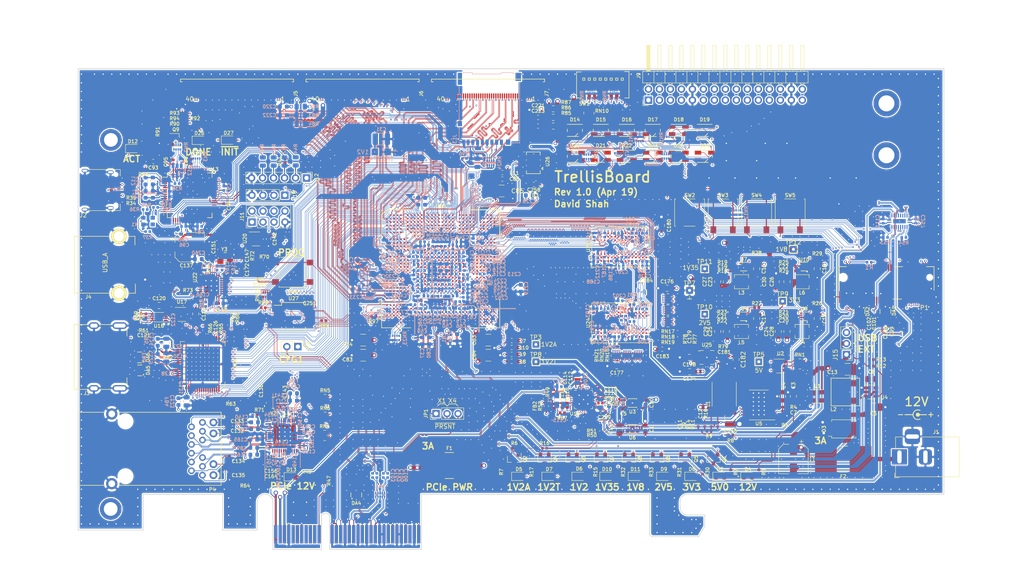
<source format=kicad_pcb>
(kicad_pcb (version 20171130) (host pcbnew 5.1.0)

  (general
    (thickness 1.6)
    (drawings 158)
    (tracks 47332)
    (zones 0)
    (modules 510)
    (nets 749)
  )

  (page A4)
  (layers
    (0 F.Cu signal)
    (1 In1.Cu signal)
    (2 In2.Cu signal)
    (3 In3.Cu signal)
    (4 In4.Cu signal)
    (5 In5.Cu signal)
    (6 In6.Cu signal)
    (31 B.Cu signal)
    (32 B.Adhes user)
    (33 F.Adhes user)
    (34 B.Paste user)
    (35 F.Paste user)
    (36 B.SilkS user)
    (37 F.SilkS user)
    (38 B.Mask user)
    (39 F.Mask user)
    (40 Dwgs.User user)
    (41 Cmts.User user)
    (42 Eco1.User user)
    (43 Eco2.User user)
    (44 Edge.Cuts user)
    (45 Margin user)
    (46 B.CrtYd user)
    (47 F.CrtYd user)
    (48 B.Fab user)
    (49 F.Fab user)
  )

  (setup
    (last_trace_width 0.15)
    (user_trace_width 0.1)
    (user_trace_width 0.15)
    (user_trace_width 0.2)
    (user_trace_width 0.25)
    (user_trace_width 0.35)
    (user_trace_width 0.5)
    (user_trace_width 0.8)
    (user_trace_width 1)
    (trace_clearance 0.0889)
    (zone_clearance 0.15)
    (zone_45_only no)
    (trace_min 0.0889)
    (via_size 0.4)
    (via_drill 0.2)
    (via_min_size 0.4)
    (via_min_drill 0.2)
    (user_via 0.6 0.3)
    (user_via 0.8 0.5)
    (user_via 1 0.6)
    (user_via 1.5 1)
    (user_via 2 1.5)
    (uvia_size 0.3)
    (uvia_drill 0.1)
    (uvias_allowed no)
    (uvia_min_size 0.2)
    (uvia_min_drill 0.1)
    (edge_width 0.15)
    (segment_width 0.2)
    (pcb_text_width 0.3)
    (pcb_text_size 1.5 1.5)
    (mod_edge_width 0.15)
    (mod_text_size 1 1)
    (mod_text_width 0.15)
    (pad_size 1.524 1.524)
    (pad_drill 0.762)
    (pad_to_mask_clearance 0.051)
    (solder_mask_min_width 0.25)
    (aux_axis_origin 0 0)
    (visible_elements FFFDFFFF)
    (pcbplotparams
      (layerselection 0x010fc_ffffffff)
      (usegerberextensions false)
      (usegerberattributes false)
      (usegerberadvancedattributes false)
      (creategerberjobfile false)
      (excludeedgelayer true)
      (linewidth 0.100000)
      (plotframeref false)
      (viasonmask false)
      (mode 1)
      (useauxorigin false)
      (hpglpennumber 1)
      (hpglpenspeed 20)
      (hpglpendiameter 15.000000)
      (psnegative false)
      (psa4output false)
      (plotreference true)
      (plotvalue true)
      (plotinvisibletext false)
      (padsonsilk false)
      (subtractmaskfromsilk false)
      (outputformat 1)
      (mirror false)
      (drillshape 1)
      (scaleselection 1)
      (outputdirectory ""))
  )

  (net 0 "")
  (net 1 "/PCIe + SATA/DCU1_REFCLK-")
  (net 2 "/PCIe + SATA/DCU1_REFCLK+")
  (net 3 DDR3_A4)
  (net 4 DDR3_A6)
  (net 5 DDR3_A5)
  (net 6 DDR3_A7)
  (net 7 /DDR3/DDR3_VTT)
  (net 8 "Net-(R38-Pad2)")
  (net 9 +3V3)
  (net 10 /Power/1V2_EN)
  (net 11 /Power/2V5_EN)
  (net 12 /Power/1V35_EN)
  (net 13 "Net-(RN1-Pad4)")
  (net 14 +5V)
  (net 15 "Net-(RN1-Pad5)")
  (net 16 USD_D0)
  (net 17 USD_D3)
  (net 18 USD_CMD)
  (net 19 USD_D2)
  (net 20 "Net-(RN23-Pad1)")
  (net 21 GND)
  (net 22 "/FPGA IO/CFG0")
  (net 23 "Net-(RN23-Pad8)")
  (net 24 "/FPGA IO/CFG1")
  (net 25 "/FPGA IO/CFG2")
  (net 26 "/FPGA IO/FLASH_D3")
  (net 27 "/FPGA IO/FLASH_D1")
  (net 28 "/FPGA IO/FLASH_D2")
  (net 29 "/FPGA IO/FLASH_D0")
  (net 30 DDR3_WE)
  (net 31 DDR3_CKE)
  (net 32 DDR3_CS)
  (net 33 DDR3_ODT)
  (net 34 DDR3_CAS)
  (net 35 DDR3_BA2)
  (net 36 DDR3_RAS)
  (net 37 DDR3_BA1)
  (net 38 DDR3_A12)
  (net 39 DDR3_A14)
  (net 40 DDR3_A13)
  (net 41 DDR3_BA0)
  (net 42 DDR3_A11)
  (net 43 DDR3_A9)
  (net 44 DDR3_A10)
  (net 45 DDR3_A8)
  (net 46 DDR3_A0)
  (net 47 DDR3_A2)
  (net 48 DDR3_A1)
  (net 49 DDR3_A3)
  (net 50 "/HDMI, GbE, USB/ETH_LED2")
  (net 51 ETH_~RESET)
  (net 52 "/HDMI, GbE, USB/ETH_LED1")
  (net 53 RGMII_REF_CLK)
  (net 54 "Net-(D18-Pad4)")
  (net 55 "Net-(D20-Pad4)")
  (net 56 "Net-(D19-Pad4)")
  (net 57 "Net-(D21-Pad4)")
  (net 58 "Net-(D25-Pad4)")
  (net 59 "Net-(D23-Pad4)")
  (net 60 "Net-(D24-Pad4)")
  (net 61 "Net-(D22-Pad4)")
  (net 62 FTDI_D1_RX)
  (net 63 FTDI_~WR)
  (net 64 FTDI_~RD)
  (net 65 FTDI_~SIWU)
  (net 66 RGMII_RXD0)
  (net 67 RGMII_RXD2)
  (net 68 RGMII_RXD1)
  (net 69 RGMII_RXD3)
  (net 70 RGMII_RX_DV)
  (net 71 ETH_MDIO)
  (net 72 RGMII_RX_CLK)
  (net 73 ETH_INT_N)
  (net 74 "Net-(D17-Pad1)")
  (net 75 "Net-(D16-Pad1)")
  (net 76 "Net-(D14-Pad1)")
  (net 77 "Net-(D15-Pad1)")
  (net 78 DIP_SW1)
  (net 79 DIP_SW0)
  (net 80 DIP_SW2)
  (net 81 DIP_SW3)
  (net 82 DIP_SW7)
  (net 83 DIP_SW6)
  (net 84 DIP_SW4)
  (net 85 DIP_SW5)
  (net 86 "Net-(D14-Pad4)")
  (net 87 "Net-(D16-Pad4)")
  (net 88 "Net-(D15-Pad4)")
  (net 89 "Net-(D17-Pad4)")
  (net 90 "Net-(D21-Pad1)")
  (net 91 "Net-(D20-Pad1)")
  (net 92 "Net-(D18-Pad1)")
  (net 93 "Net-(D19-Pad1)")
  (net 94 BTN1)
  (net 95 BTN0)
  (net 96 BTN2)
  (net 97 BTN3)
  (net 98 "Net-(D25-Pad1)")
  (net 99 "Net-(D24-Pad1)")
  (net 100 "Net-(D22-Pad1)")
  (net 101 "Net-(D23-Pad1)")
  (net 102 "/FPGA IO/VCCIO7")
  (net 103 "Net-(R44-Pad2)")
  (net 104 JTAG_TDO)
  (net 105 JTAG_TDI)
  (net 106 "Net-(R43-Pad2)")
  (net 107 "Net-(R42-Pad2)")
  (net 108 JTAG_TCK)
  (net 109 JTAG_TMS)
  (net 110 "Net-(R45-Pad2)")
  (net 111 "/PCIe + SATA/CLKAUXO+")
  (net 112 +1V8)
  (net 113 +2V5)
  (net 114 "/PCIe + SATA/CLKAUXO-")
  (net 115 "/FPGA IO/VCCIO6")
  (net 116 CLK_SDA)
  (net 117 "Net-(R36-Pad2)")
  (net 118 FPGA_12MHz)
  (net 119 "/PCIe + SATA/PCIe_REFCLK+")
  (net 120 "/PCIe + SATA/PCIe_REFCLK-")
  (net 121 PCIe_12V)
  (net 122 "Net-(D13-Pad2)")
  (net 123 ~PERST)
  (net 124 "Net-(P3-PadA11)")
  (net 125 "Net-(D12-Pad2)")
  (net 126 "Net-(R40-Pad1)")
  (net 127 "Net-(R39-Pad1)")
  (net 128 "Net-(R38-Pad1)")
  (net 129 "Net-(R12-Pad2)")
  (net 130 "/PCIe + SATA/3V3_C")
  (net 131 "/PCIe + SATA/3V3_CA")
  (net 132 "Net-(R57-Pad1)")
  (net 133 "Net-(R58-Pad2)")
  (net 134 FABRIC_REFCLK)
  (net 135 "/HDMI, GbE, USB/PORT_SCL")
  (net 136 "/HDMI, GbE, USB/PORT_SDA")
  (net 137 "Net-(C121-Pad1)")
  (net 138 "Net-(R62-Pad1)")
  (net 139 /Power/3V3_PG)
  (net 140 "Net-(D27-Pad2)")
  (net 141 "/FPGA IO/~PROGRAM")
  (net 142 "Net-(R80-Pad1)")
  (net 143 "Net-(R81-Pad1)")
  (net 144 "/FPGA IO/FLASH_~CS")
  (net 145 "/FPGA IO/FLASH_CLK")
  (net 146 "/FPGA IO/DONE")
  (net 147 "Net-(Q9-Pad1)")
  (net 148 "Net-(D26-Pad2)")
  (net 149 "Net-(R79-Pad1)")
  (net 150 "/FPGA IO/~INIT")
  (net 151 "Net-(C9-Pad1)")
  (net 152 "Net-(C11-Pad1)")
  (net 153 "Net-(Q2-Pad3)")
  (net 154 "Net-(D5-Pad1)")
  (net 155 /Power/1V2_PG)
  (net 156 USD_D1)
  (net 157 USD_CLK)
  (net 158 "Net-(R97-Pad1)")
  (net 159 "Net-(Q2-Pad1)")
  (net 160 +1V2A)
  (net 161 "Net-(R5-Pad2)")
  (net 162 "Net-(D2-Pad2)")
  (net 163 "Net-(C7-Pad1)")
  (net 164 "Net-(D4-Pad2)")
  (net 165 +12V)
  (net 166 "Net-(R74-Pad1)")
  (net 167 "/Debug Interface/PORT_D-")
  (net 168 "/Debug Interface/FTDI_D-")
  (net 169 "/Debug Interface/FTDI_D+")
  (net 170 "/Debug Interface/PORT_D+")
  (net 171 "Net-(C22-Pad2)")
  (net 172 "Net-(R71-Pad2)")
  (net 173 "/HDMI, GbE, USB/USB_XO")
  (net 174 "/HDMI, GbE, USB/USB_XI")
  (net 175 "Net-(R73-Pad1)")
  (net 176 "/HDMI, GbE, USB/USBA_VBUS")
  (net 177 "/HDMI, GbE, USB/EXTVBUS")
  (net 178 DVI_SCL)
  (net 179 DVI_SDA)
  (net 180 CLK_SCL)
  (net 181 "Net-(R70-Pad1)")
  (net 182 "Net-(C175-Pad2)")
  (net 183 DDR3_CLK+)
  (net 184 "Net-(P4-Pad16)")
  (net 185 "Net-(R66-Pad1)")
  (net 186 "Net-(R65-Pad1)")
  (net 187 "/HDMI, GbE, USB/HDMI_HPD")
  (net 188 DDR3_CLK-)
  (net 189 "Net-(C179-Pad1)")
  (net 190 +1V35)
  (net 191 +1V2)
  (net 192 "Net-(D10-Pad2)")
  (net 193 "Net-(P4-Pad14)")
  (net 194 "Net-(C12-Pad2)")
  (net 195 "Net-(D6-Pad2)")
  (net 196 +1V2T)
  (net 197 "Net-(Q4-Pad1)")
  (net 198 "Net-(Q4-Pad3)")
  (net 199 "Net-(D7-Pad1)")
  (net 200 "Net-(C19-Pad2)")
  (net 201 "Net-(C20-Pad2)")
  (net 202 "Net-(C21-Pad2)")
  (net 203 "/Debug Interface/FTDI_12MHz")
  (net 204 "Net-(D11-Pad2)")
  (net 205 /Power/2V5_PG)
  (net 206 /Power/1V35_PG)
  (net 207 /Power/1V8_PG)
  (net 208 "Net-(D8-Pad2)")
  (net 209 "Net-(D9-Pad2)")
  (net 210 "Net-(C8-Pad2)")
  (net 211 "Net-(C8-Pad1)")
  (net 212 /Power/PWR_EN)
  (net 213 "/HDMI, GbE, USB/HDMI_5V")
  (net 214 "Net-(U17-Pad3)")
  (net 215 "Net-(D9-Pad1)")
  (net 216 "Net-(D11-Pad1)")
  (net 217 "Net-(D26-Pad1)")
  (net 218 "Net-(D2-Pad1)")
  (net 219 "Net-(D6-Pad1)")
  (net 220 "Net-(D10-Pad1)")
  (net 221 "Net-(D8-Pad1)")
  (net 222 "Net-(U1-Pad3)")
  (net 223 DDR3_Vref)
  (net 224 DDR3_Vtt_EN)
  (net 225 "Net-(U5-Pad2)")
  (net 226 "Net-(L1-Pad1)")
  (net 227 "Net-(C11-Pad2)")
  (net 228 "Net-(U13-Pad3)")
  (net 229 "/Debug Interface/Vphy")
  (net 230 "/Debug Interface/Vpll")
  (net 231 "/Debug Interface/JTAG_ACT")
  (net 232 "Net-(U13-Pad22)")
  (net 233 "Net-(U13-Pad23)")
  (net 234 "Net-(U13-Pad24)")
  (net 235 "Net-(U13-Pad26)")
  (net 236 "Net-(U13-Pad27)")
  (net 237 "Net-(U13-Pad28)")
  (net 238 "Net-(U13-Pad29)")
  (net 239 "Net-(U13-Pad30)")
  (net 240 "Net-(U13-Pad32)")
  (net 241 "Net-(U13-Pad33)")
  (net 242 "Net-(U13-Pad34)")
  (net 243 "Net-(U13-Pad36)")
  (net 244 FTDI_D0_TX)
  (net 245 FTDI_D2)
  (net 246 FTDI_D3)
  (net 247 FTDI_D4)
  (net 248 FTDI_D5)
  (net 249 FTDI_D6)
  (net 250 FTDI_D7)
  (net 251 FTDI_~RXF)
  (net 252 "Net-(U13-Pad49)")
  (net 253 "Net-(U13-Pad50)")
  (net 254 FTDI_~TXE)
  (net 255 "Net-(U13-Pad57)")
  (net 256 "Net-(U13-Pad58)")
  (net 257 "Net-(U13-Pad59)")
  (net 258 "Net-(U13-Pad60)")
  (net 259 "/HDMI, GbE, USB/DVI_DVDD")
  (net 260 DVI_DE)
  (net 261 DVI_HSYNC)
  (net 262 DVI_VSYNC)
  (net 263 "Net-(U19-Pad11)")
  (net 264 "/HDMI, GbE, USB/DVI_PVDD")
  (net 265 "/HDMI, GbE, USB/TMDS_CLK-")
  (net 266 "/HDMI, GbE, USB/TMDS_CLK+")
  (net 267 "/HDMI, GbE, USB/DVI_TVDD")
  (net 268 "/HDMI, GbE, USB/TMDS_D0-")
  (net 269 "/HDMI, GbE, USB/TMDS_D0+")
  (net 270 "/HDMI, GbE, USB/TMDS_D1-")
  (net 271 "/HDMI, GbE, USB/TMDS_D1+")
  (net 272 "/HDMI, GbE, USB/TMDS_D2-")
  (net 273 "/HDMI, GbE, USB/TMDS_D2+")
  (net 274 DVI_D23)
  (net 275 DVI_D22)
  (net 276 DVI_D21)
  (net 277 DVI_D20)
  (net 278 DVI_D19)
  (net 279 DVI_D18)
  (net 280 DVI_D17)
  (net 281 DVI_D16)
  (net 282 DVI_D15)
  (net 283 DVI_D14)
  (net 284 DVI_D13)
  (net 285 DVI_D12)
  (net 286 "Net-(U19-Pad49)")
  (net 287 DVI_D11)
  (net 288 DVI_D10)
  (net 289 DVI_D9)
  (net 290 DVI_D8)
  (net 291 DVI_D7)
  (net 292 DVI_D6)
  (net 293 DVI_CLK)
  (net 294 DVI_D5)
  (net 295 DVI_D4)
  (net 296 DVI_D3)
  (net 297 DVI_D2)
  (net 298 DVI_D1)
  (net 299 DVI_D0)
  (net 300 "/HDMI, GbE, USB/AVDDH")
  (net 301 "/HDMI, GbE, USB/MX4-")
  (net 302 "/HDMI, GbE, USB/MX4+")
  (net 303 "/HDMI, GbE, USB/AVDDL")
  (net 304 "/HDMI, GbE, USB/MX3-")
  (net 305 "/HDMI, GbE, USB/MX3+")
  (net 306 "/HDMI, GbE, USB/MX2-")
  (net 307 "/HDMI, GbE, USB/MX2+")
  (net 308 "/HDMI, GbE, USB/MX1-")
  (net 309 "/HDMI, GbE, USB/MX1+")
  (net 310 "Net-(U21-Pad13)")
  (net 311 RGMII_TXD0)
  (net 312 RGMII_TXD1)
  (net 313 RGMII_TXD2)
  (net 314 RGMII_TXD3)
  (net 315 RGMII_TX_CLK)
  (net 316 RGMII_TX_EN)
  (net 317 ETH_MDC)
  (net 318 "Net-(U21-Pad43)")
  (net 319 "/HDMI, GbE, USB/AVDDL_PLL")
  (net 320 "/HDMI, GbE, USB/ETH_XO")
  (net 321 "/HDMI, GbE, USB/ETH_XI")
  (net 322 "Net-(U21-Pad47)")
  (net 323 "Net-(U22-Pad3)")
  (net 324 "Net-(U22-Pad5)")
  (net 325 "/HDMI, GbE, USB/USBA_D+")
  (net 326 "/HDMI, GbE, USB/USBA_D-")
  (net 327 ULPI_RESET)
  (net 328 ULPI_NXT)
  (net 329 ULPI_DIR)
  (net 330 ULPI_STP)
  (net 331 ULPI_CLKO)
  (net 332 "/HDMI, GbE, USB/USB1V8")
  (net 333 ULPI_D7)
  (net 334 ULPI_D6)
  (net 335 ULPI_D5)
  (net 336 ULPI_D4)
  (net 337 ULPI_D3)
  (net 338 ULPI_D2)
  (net 339 ULPI_D1)
  (net 340 ULPI_D0)
  (net 341 "Net-(C117-Pad1)")
  (net 342 "Net-(C115-Pad2)")
  (net 343 CLK_SD_OE)
  (net 344 "/PCIe + SATA/1V8_C")
  (net 345 "Net-(U16-Pad16)")
  (net 346 "/PCIe + SATA/DCU0_REFCLK-")
  (net 347 "/PCIe + SATA/DCU0_REFCLK+")
  (net 348 "Net-(U16-Pad24)")
  (net 349 DDR3_DQ13)
  (net 350 DDR3_DQ15)
  (net 351 DDR3_DQ12)
  (net 352 DDR3_DQS1-)
  (net 353 DDR3_DQ14)
  (net 354 DDR3_DQ11)
  (net 355 DDR3_DQ9)
  (net 356 DDR3_DQS1+)
  (net 357 DDR3_DQ10)
  (net 358 DDR3_DM1)
  (net 359 DDR3_DQ8)
  (net 360 DDR3_DQ0)
  (net 361 DDR3_DM0)
  (net 362 DDR3_DQ2)
  (net 363 DDR3_DQS0+)
  (net 364 DDR3_DQ1)
  (net 365 DDR3_DQ3)
  (net 366 DDR3_DQ6)
  (net 367 DDR3_DQS0-)
  (net 368 DDR3_DQ4)
  (net 369 DDR3_DQ7)
  (net 370 DDR3_DQ5)
  (net 371 "Net-(U23-PadJ1)")
  (net 372 "Net-(U23-PadJ9)")
  (net 373 "Net-(U23-PadL1)")
  (net 374 "Net-(U23-PadL9)")
  (net 375 "Net-(U23-PadM7)")
  (net 376 DDR3_RESET)
  (net 377 "Net-(U24-PadM7)")
  (net 378 "Net-(U24-PadL9)")
  (net 379 "Net-(U24-PadL1)")
  (net 380 "Net-(U24-PadJ9)")
  (net 381 "Net-(U24-PadJ1)")
  (net 382 DDR3_DQ21)
  (net 383 DDR3_DQ23)
  (net 384 DDR3_DQ20)
  (net 385 DDR3_DQS2-)
  (net 386 DDR3_DQ22)
  (net 387 DDR3_DQ19)
  (net 388 DDR3_DQ17)
  (net 389 DDR3_DQS2+)
  (net 390 DDR3_DQ18)
  (net 391 DDR3_DM2)
  (net 392 DDR3_DQ16)
  (net 393 DDR3_DQ24)
  (net 394 DDR3_DM3)
  (net 395 DDR3_DQ26)
  (net 396 DDR3_DQS3+)
  (net 397 DDR3_DQ25)
  (net 398 DDR3_DQ27)
  (net 399 DDR3_DQ30)
  (net 400 DDR3_DQS3-)
  (net 401 DDR3_DQ28)
  (net 402 DDR3_DQ31)
  (net 403 DDR3_DQ29)
  (net 404 "Net-(X1-Pad1)")
  (net 405 "Net-(L4-Pad1)")
  (net 406 "Net-(L5-Pad1)")
  (net 407 "Net-(L3-Pad1)")
  (net 408 "Net-(L6-Pad1)")
  (net 409 "/FPGA Core Power/VCCHTX1")
  (net 410 "/FPGA Core Power/VCCHTX0")
  (net 411 "/FPGA Core Power/VCCA0")
  (net 412 "/FPGA Core Power/VCCAUX")
  (net 413 "/FPGA Core Power/VCCA1")
  (net 414 "/PCIe + SATA/DCU1_RX1-")
  (net 415 "/PCIe + SATA/DCU1_RX1+")
  (net 416 "/PCIe + SATA/DCU1_RX0-")
  (net 417 "/PCIe + SATA/DCU1_RX0+")
  (net 418 "/PCIe + SATA/PCIe_HSI0+")
  (net 419 "/PCIe + SATA/PCIe_HSI0-")
  (net 420 "/PCIe + SATA/PCIe_HSI1+")
  (net 421 "/PCIe + SATA/PCIe_HSI1-")
  (net 422 "/PCIe + SATA/DCU0_RX0+")
  (net 423 "/PCIe + SATA/DCU0_RX0-")
  (net 424 "/PCIe + SATA/DCU0_RX1+")
  (net 425 "/PCIe + SATA/DCU0_RX1-")
  (net 426 "Net-(U6-Pad2)")
  (net 427 "Net-(U6-Pad5)")
  (net 428 "Net-(U3-Pad5)")
  (net 429 "Net-(U3-Pad2)")
  (net 430 "Net-(U10-Pad4)")
  (net 431 "Net-(U9-Pad4)")
  (net 432 "Net-(U8-Pad4)")
  (net 433 "Net-(U7-Pad4)")
  (net 434 "Net-(J5-Pad38)")
  (net 435 "/FPGA IO/EXT0_11-")
  (net 436 "/FPGA IO/EXT0_11+")
  (net 437 "/FPGA IO/EXT0_10-")
  (net 438 "/FPGA IO/EXT0_10+")
  (net 439 "/FPGA IO/EXT0_9-")
  (net 440 "/FPGA IO/EXT0_9+")
  (net 441 "/FPGA IO/EXT0_8-")
  (net 442 "/FPGA IO/EXT0_8+")
  (net 443 "/FPGA IO/EXT0_7-")
  (net 444 "/FPGA IO/EXT0_7+")
  (net 445 "/FPGA IO/EXT0_6-")
  (net 446 "/FPGA IO/EXT0_6+")
  (net 447 "/FPGA IO/EXT0_5-")
  (net 448 "/FPGA IO/EXT0_5+")
  (net 449 "/FPGA IO/EXT0_4-")
  (net 450 "/FPGA IO/EXT0_4+")
  (net 451 "/FPGA IO/EXT0_3-")
  (net 452 "/FPGA IO/EXT0_3+")
  (net 453 "/FPGA IO/EXT0_2-")
  (net 454 "/FPGA IO/EXT0_2+")
  (net 455 "/FPGA IO/EXT0_1-")
  (net 456 "/FPGA IO/EXT0_1+")
  (net 457 "/FPGA IO/EXT0_0-")
  (net 458 "/FPGA IO/EXT0_0+")
  (net 459 "Net-(J6-Pad38)")
  (net 460 "/FPGA IO/EXT1_11-")
  (net 461 "/FPGA IO/EXT1_11+")
  (net 462 "/FPGA IO/EXT1_10-")
  (net 463 "/FPGA IO/EXT1_10+")
  (net 464 "/FPGA IO/EXT1_9-")
  (net 465 "/FPGA IO/EXT1_9+")
  (net 466 "/FPGA IO/EXT1_8-")
  (net 467 "/FPGA IO/EXT1_8+")
  (net 468 "/FPGA IO/EXT1_7-")
  (net 469 "/FPGA IO/EXT1_7+")
  (net 470 "/FPGA IO/EXT1_6-")
  (net 471 "/FPGA IO/EXT1_6+")
  (net 472 "/FPGA IO/EXT1_5-")
  (net 473 "/FPGA IO/EXT1_5+")
  (net 474 "/FPGA IO/EXT1_4-")
  (net 475 "/FPGA IO/EXT1_4+")
  (net 476 "/FPGA IO/EXT1_3-")
  (net 477 "/FPGA IO/EXT1_3+")
  (net 478 "/FPGA IO/EXT1_2-")
  (net 479 "/FPGA IO/EXT1_2+")
  (net 480 "/FPGA IO/EXT1_1-")
  (net 481 "/FPGA IO/EXT1_1+")
  (net 482 "/FPGA IO/EXT1_0-")
  (net 483 "/FPGA IO/EXT1_0+")
  (net 484 "/FPGA IO/EXT2_0+")
  (net 485 "/FPGA IO/EXT2_0-")
  (net 486 "/FPGA IO/EXT2_1+")
  (net 487 "/FPGA IO/EXT2_1-")
  (net 488 "/FPGA IO/EXT2_2+")
  (net 489 "/FPGA IO/EXT2_2-")
  (net 490 "/FPGA IO/EXT2_3+")
  (net 491 "/FPGA IO/EXT2_3-")
  (net 492 "/FPGA IO/EXT2_4+")
  (net 493 "/FPGA IO/EXT2_4-")
  (net 494 "/FPGA IO/EXT2_5+")
  (net 495 "/FPGA IO/EXT2_5-")
  (net 496 "/FPGA IO/EXT2_6+")
  (net 497 "/FPGA IO/EXT2_6-")
  (net 498 "/FPGA IO/EXT2_7+")
  (net 499 "/FPGA IO/EXT2_7-")
  (net 500 "/FPGA IO/EXT2_8+")
  (net 501 "/FPGA IO/EXT2_8-")
  (net 502 "/FPGA IO/EXT2_9+")
  (net 503 "/FPGA IO/EXT2_9-")
  (net 504 "/FPGA IO/EXT2_10+")
  (net 505 "/FPGA IO/EXT2_10-")
  (net 506 "/FPGA IO/EXT2_11+")
  (net 507 "/FPGA IO/EXT2_11-")
  (net 508 "Net-(J7-Pad38)")
  (net 509 "Net-(C132-Pad1)")
  (net 510 "Net-(C135-Pad1)")
  (net 511 "Net-(C133-Pad1)")
  (net 512 "Net-(C134-Pad1)")
  (net 513 "Net-(P3-PadB5)")
  (net 514 "Net-(P3-PadB6)")
  (net 515 "Net-(P3-PadB8)")
  (net 516 "Net-(P3-PadB9)")
  (net 517 "Net-(P3-PadB10)")
  (net 518 PCIe_~WAKE)
  (net 519 "Net-(P3-PadB12)")
  (net 520 "/PCIe + SATA/~PRSNT2~_X1")
  (net 521 "Net-(P3-PadB23)")
  (net 522 "Net-(P3-PadB24)")
  (net 523 "Net-(P3-PadB27)")
  (net 524 "Net-(P3-PadB28)")
  (net 525 "Net-(P3-PadB30)")
  (net 526 "/PCIe + SATA/~PRSNT2~_X4")
  (net 527 "/PCIe + SATA/~PRSNT1")
  (net 528 "Net-(P3-PadA5)")
  (net 529 "Net-(P3-PadA6)")
  (net 530 "Net-(P3-PadA7)")
  (net 531 "Net-(P3-PadA8)")
  (net 532 "Net-(P3-PadA9)")
  (net 533 "Net-(P3-PadA10)")
  (net 534 "Net-(P3-PadA19)")
  (net 535 "Net-(P3-PadA25)")
  (net 536 "Net-(P3-PadA26)")
  (net 537 "Net-(P3-PadA29)")
  (net 538 "Net-(P3-PadA30)")
  (net 539 "Net-(P3-PadA32)")
  (net 540 "Net-(U26-Pad1)")
  (net 541 "Net-(U26-Pad2)")
  (net 542 "/FPGA IO/CLK100+")
  (net 543 "/FPGA IO/CLK100-")
  (net 544 "Net-(J3-Pad14)")
  (net 545 "Net-(J3-Pad13)")
  (net 546 LED2)
  (net 547 LED11)
  (net 548 LED10)
  (net 549 LED0)
  (net 550 LED1)
  (net 551 LED3)
  (net 552 LED4)
  (net 553 LED5)
  (net 554 LED6)
  (net 555 LED7)
  (net 556 LED8)
  (net 557 LED9)
  (net 558 "Net-(F2-Pad2)")
  (net 559 "Net-(U15-PadR1)")
  (net 560 "Net-(U15-PadT2)")
  (net 561 "Net-(U15-PadAB2)")
  (net 562 "Net-(U15-PadAC2)")
  (net 563 "Net-(U15-PadAE2)")
  (net 564 "Net-(U15-PadAG2)")
  (net 565 "Net-(U15-PadA3)")
  (net 566 "Net-(U15-PadV3)")
  (net 567 "Net-(U15-PadW3)")
  (net 568 "Net-(U15-PadY3)")
  (net 569 "Net-(U15-PadAC3)")
  (net 570 "Net-(U15-PadAG3)")
  (net 571 "Net-(U15-PadAL3)")
  (net 572 "Net-(U15-PadB4)")
  (net 573 "Net-(U15-PadH4)")
  (net 574 "Net-(U15-PadAC4)")
  (net 575 "Net-(U15-PadA5)")
  (net 576 "Net-(U15-PadL5)")
  (net 577 "Net-(U15-PadW6)")
  (net 578 "Net-(U15-PadD7)")
  (net 579 "Net-(U15-PadE7)")
  (net 580 "Net-(U15-PadAE7)")
  (net 581 "Net-(U15-PadG9)")
  (net 582 "/PCIe + SATA/DCU0_TX0+")
  (net 583 "Net-(U15-PadG10)")
  (net 584 "/PCIe + SATA/DCU0_TX0-")
  (net 585 "Net-(U15-PadG11)")
  (net 586 "/PCIe + SATA/DCU0_TX1+")
  (net 587 "/PCIe + SATA/DCU0_TX1-")
  (net 588 "/FPGA IO/PMOD1_10")
  (net 589 "/FPGA IO/PMOD1_9")
  (net 590 "Net-(U15-PadG14)")
  (net 591 "Net-(U15-PadG15)")
  (net 592 "Net-(U15-PadAK15)")
  (net 593 "Net-(U15-PadG16)")
  (net 594 "Net-(U15-PadAK16)")
  (net 595 "Net-(U15-PadG17)")
  (net 596 "Net-(U15-PadG18)")
  (net 597 "/PCIe + SATA/DCU1_TX0+")
  (net 598 "Net-(U15-PadG19)")
  (net 599 "/PCIe + SATA/DCU1_TX0-")
  (net 600 "/FPGA IO/PMOD1_8")
  (net 601 "/FPGA IO/PMOD1_7")
  (net 602 "/PCIe + SATA/DCU1_TX1+")
  (net 603 "/PCIe + SATA/DCU1_TX1-")
  (net 604 "/FPGA IO/EXIO_5")
  (net 605 "/FPGA IO/EXIO_4")
  (net 606 "/FPGA IO/EXIO_3")
  (net 607 "Net-(U15-PadG22)")
  (net 608 "/FPGA IO/PMOD1_3")
  (net 609 "/FPGA IO/PMOD1_2")
  (net 610 "/FPGA IO/PMOD1_0")
  (net 611 "/FPGA IO/PMOD1_1")
  (net 612 "/FPGA IO/EXIO_2")
  (net 613 "Net-(U15-PadG23)")
  (net 614 "/FPGA IO/EXIO_1")
  (net 615 "/FPGA IO/PMOD0_10")
  (net 616 "/FPGA IO/EXIO_0")
  (net 617 "/FPGA IO/PMOD0_9")
  (net 618 "Net-(U15-PadG24)")
  (net 619 "Net-(U15-PadAG24)")
  (net 620 "Net-(U15-PadAK24)")
  (net 621 "/FPGA IO/PMOD0_8")
  (net 622 "/FPGA IO/PMOD0_3")
  (net 623 "/FPGA IO/PMOD0_7")
  (net 624 "/FPGA IO/PMOD0_2")
  (net 625 "/FPGA IO/PMOD0_1")
  (net 626 "Net-(U15-PadAK25)")
  (net 627 "/FPGA IO/PMOD0_0")
  (net 628 "Net-(U15-PadB26)")
  (net 629 "Net-(U15-PadE26)")
  (net 630 "Net-(U15-PadAE26)")
  (net 631 "Net-(U15-PadJ27)")
  (net 632 "Net-(U15-PadW27)")
  (net 633 "Net-(U15-PadC28)")
  (net 634 "Net-(U15-PadL28)")
  (net 635 "Net-(U15-PadAC28)")
  (net 636 "Net-(U15-PadH29)")
  (net 637 "Net-(U15-PadP29)")
  (net 638 "Net-(U15-PadAB29)")
  (net 639 "Net-(U15-PadAC29)")
  (net 640 "Net-(U15-PadAE29)")
  (net 641 "Net-(U15-PadAJ29)")
  (net 642 "Net-(U15-PadP30)")
  (net 643 "Net-(U15-PadR30)")
  (net 644 "Net-(U15-PadV30)")
  (net 645 "Net-(U15-PadAB30)")
  (net 646 "Net-(U15-PadAE30)")
  (net 647 "Net-(U15-PadAJ30)")
  (net 648 "Net-(U15-PadA31)")
  (net 649 "Net-(U15-PadAG31)")
  (net 650 "Net-(U15-PadAK31)")
  (net 651 "Net-(U15-PadAG32)")
  (net 652 "Net-(U15-PadAD27)")
  (net 653 "Net-(U15-PadF30)")
  (net 654 "Net-(U15-PadN27)")
  (net 655 "Net-(U15-PadU29)")
  (net 656 "Net-(U15-PadW1)")
  (net 657 "Net-(U15-PadV1)")
  (net 658 "Net-(U15-PadY7)")
  (net 659 "Net-(U15-PadY6)")
  (net 660 "Net-(U15-PadAC5)")
  (net 661 "Net-(U15-PadAD4)")
  (net 662 "Net-(U15-PadY4)")
  (net 663 "Net-(U15-PadW4)")
  (net 664 "Net-(U15-PadJ4)")
  (net 665 "Net-(U15-PadL3)")
  (net 666 "Net-(U15-PadL2)")
  (net 667 "Net-(U15-PadK2)")
  (net 668 "Net-(U15-PadL1)")
  (net 669 "Net-(U15-PadK1)")
  (net 670 "Net-(U15-PadJ1)")
  (net 671 "Net-(U15-PadD1)")
  (net 672 "Net-(U15-PadC1)")
  (net 673 "Net-(U15-PadF2)")
  (net 674 "Net-(U15-PadE1)")
  (net 675 "Net-(U15-PadE4)")
  (net 676 "Net-(U15-PadD4)")
  (net 677 "Net-(P1-Pad52)")
  (net 678 M2_CLKSEL)
  (net 679 "Net-(R54-Pad1)")
  (net 680 "/PCIe + SATA/M2_REFCLK+")
  (net 681 "/PCIe + SATA/M2_REFCLK-")
  (net 682 "Net-(U11-Pad17)")
  (net 683 "Net-(U11-Pad16)")
  (net 684 "/PCIe + SATA/CLKREFO+")
  (net 685 "/PCIe + SATA/CLKREFO-")
  (net 686 "/PCIe + SATA/M2_RX0+")
  (net 687 "/PCIe + SATA/M2_RX0-")
  (net 688 "/PCIe + SATA/M2_RX1+")
  (net 689 "/PCIe + SATA/M2_RX1-")
  (net 690 M2_CTS)
  (net 691 M2_RTS)
  (net 692 M2_SDIO_D0)
  (net 693 M2_TXD)
  (net 694 M2_SDIO_D3)
  (net 695 M2_SDIO_D2)
  (net 696 M2_SDIO_D1)
  (net 697 M2_SDIO_CLK)
  (net 698 M2_SDIO_CMD)
  (net 699 "Net-(P1-Pad3)")
  (net 700 "Net-(P1-Pad5)")
  (net 701 "Net-(P1-Pad6)")
  (net 702 "Net-(P1-Pad8)")
  (net 703 "Net-(P1-Pad10)")
  (net 704 "Net-(P1-Pad12)")
  (net 705 "Net-(P1-Pad14)")
  (net 706 "Net-(P1-Pad16)")
  (net 707 "Net-(P1-Pad20)")
  (net 708 "Net-(P1-Pad21)")
  (net 709 "Net-(P1-Pad23)")
  (net 710 "Net-(P1-Pad38)")
  (net 711 "Net-(P1-Pad40)")
  (net 712 "Net-(P1-Pad42)")
  (net 713 "Net-(P1-Pad44)")
  (net 714 "Net-(P1-Pad46)")
  (net 715 "Net-(P1-Pad48)")
  (net 716 "Net-(P1-Pad50)")
  (net 717 "Net-(P1-Pad53)")
  (net 718 "Net-(P1-Pad54)")
  (net 719 "Net-(P1-Pad55)")
  (net 720 "Net-(P1-Pad56)")
  (net 721 "Net-(P1-Pad58)")
  (net 722 "Net-(P1-Pad60)")
  (net 723 "Net-(P1-Pad62)")
  (net 724 "Net-(P1-Pad64)")
  (net 725 "Net-(P1-Pad66)")
  (net 726 "Net-(P1-Pad68)")
  (net 727 "Net-(P1-Pad70)")
  (net 728 "Net-(C258-Pad1)")
  (net 729 M2_RXD)
  (net 730 "Net-(U15-PadA4)")
  (net 731 "Net-(RN2-Pad4)")
  (net 732 "Net-(RN2-Pad2)")
  (net 733 "Net-(RN2-Pad3)")
  (net 734 "Net-(C260-Pad1)")
  (net 735 "Net-(C13-Pad1)")
  (net 736 USB_5V)
  (net 737 "Net-(J2-PadB11)")
  (net 738 "Net-(J2-PadB10)")
  (net 739 "Net-(J2-PadB8)")
  (net 740 "Net-(J2-PadB5)")
  (net 741 "Net-(J2-PadB3)")
  (net 742 "Net-(J2-PadB2)")
  (net 743 "Net-(J2-PadA11)")
  (net 744 "Net-(J2-PadA8)")
  (net 745 "Net-(J2-PadA10)")
  (net 746 "Net-(J2-PadA5)")
  (net 747 "Net-(J2-PadA3)")
  (net 748 "Net-(J2-PadA2)")

  (net_class Default "This is the default net class."
    (clearance 0.0889)
    (trace_width 0.0889)
    (via_dia 0.4)
    (via_drill 0.2)
    (uvia_dia 0.3)
    (uvia_drill 0.1)
    (diff_pair_width 0.11)
    (diff_pair_gap 0.11)
    (add_net +12V)
    (add_net +1V2)
    (add_net +1V2A)
    (add_net +1V2T)
    (add_net +1V35)
    (add_net +1V8)
    (add_net +2V5)
    (add_net +3V3)
    (add_net +5V)
    (add_net /DDR3/DDR3_VTT)
    (add_net "/Debug Interface/FTDI_12MHz")
    (add_net "/Debug Interface/FTDI_D+")
    (add_net "/Debug Interface/FTDI_D-")
    (add_net "/Debug Interface/JTAG_ACT")
    (add_net "/Debug Interface/PORT_D+")
    (add_net "/Debug Interface/PORT_D-")
    (add_net "/Debug Interface/Vphy")
    (add_net "/Debug Interface/Vpll")
    (add_net "/FPGA Core Power/VCCA0")
    (add_net "/FPGA Core Power/VCCA1")
    (add_net "/FPGA Core Power/VCCAUX")
    (add_net "/FPGA Core Power/VCCHTX0")
    (add_net "/FPGA Core Power/VCCHTX1")
    (add_net "/FPGA IO/CFG0")
    (add_net "/FPGA IO/CFG1")
    (add_net "/FPGA IO/CFG2")
    (add_net "/FPGA IO/CLK100+")
    (add_net "/FPGA IO/CLK100-")
    (add_net "/FPGA IO/DONE")
    (add_net "/FPGA IO/EXIO_0")
    (add_net "/FPGA IO/EXIO_1")
    (add_net "/FPGA IO/EXIO_2")
    (add_net "/FPGA IO/EXIO_3")
    (add_net "/FPGA IO/EXIO_4")
    (add_net "/FPGA IO/EXIO_5")
    (add_net "/FPGA IO/EXT0_0+")
    (add_net "/FPGA IO/EXT0_0-")
    (add_net "/FPGA IO/EXT0_1+")
    (add_net "/FPGA IO/EXT0_1-")
    (add_net "/FPGA IO/EXT0_10+")
    (add_net "/FPGA IO/EXT0_10-")
    (add_net "/FPGA IO/EXT0_11+")
    (add_net "/FPGA IO/EXT0_11-")
    (add_net "/FPGA IO/EXT0_2+")
    (add_net "/FPGA IO/EXT0_2-")
    (add_net "/FPGA IO/EXT0_3+")
    (add_net "/FPGA IO/EXT0_3-")
    (add_net "/FPGA IO/EXT0_4+")
    (add_net "/FPGA IO/EXT0_4-")
    (add_net "/FPGA IO/EXT0_5+")
    (add_net "/FPGA IO/EXT0_5-")
    (add_net "/FPGA IO/EXT0_6+")
    (add_net "/FPGA IO/EXT0_6-")
    (add_net "/FPGA IO/EXT0_7+")
    (add_net "/FPGA IO/EXT0_7-")
    (add_net "/FPGA IO/EXT0_8+")
    (add_net "/FPGA IO/EXT0_8-")
    (add_net "/FPGA IO/EXT0_9+")
    (add_net "/FPGA IO/EXT0_9-")
    (add_net "/FPGA IO/EXT1_0+")
    (add_net "/FPGA IO/EXT1_0-")
    (add_net "/FPGA IO/EXT1_1+")
    (add_net "/FPGA IO/EXT1_1-")
    (add_net "/FPGA IO/EXT1_10+")
    (add_net "/FPGA IO/EXT1_10-")
    (add_net "/FPGA IO/EXT1_11+")
    (add_net "/FPGA IO/EXT1_11-")
    (add_net "/FPGA IO/EXT1_2+")
    (add_net "/FPGA IO/EXT1_2-")
    (add_net "/FPGA IO/EXT1_3+")
    (add_net "/FPGA IO/EXT1_3-")
    (add_net "/FPGA IO/EXT1_4+")
    (add_net "/FPGA IO/EXT1_4-")
    (add_net "/FPGA IO/EXT1_5+")
    (add_net "/FPGA IO/EXT1_5-")
    (add_net "/FPGA IO/EXT1_6+")
    (add_net "/FPGA IO/EXT1_6-")
    (add_net "/FPGA IO/EXT1_7+")
    (add_net "/FPGA IO/EXT1_7-")
    (add_net "/FPGA IO/EXT1_8+")
    (add_net "/FPGA IO/EXT1_8-")
    (add_net "/FPGA IO/EXT1_9+")
    (add_net "/FPGA IO/EXT1_9-")
    (add_net "/FPGA IO/EXT2_0+")
    (add_net "/FPGA IO/EXT2_0-")
    (add_net "/FPGA IO/EXT2_1+")
    (add_net "/FPGA IO/EXT2_1-")
    (add_net "/FPGA IO/EXT2_10+")
    (add_net "/FPGA IO/EXT2_10-")
    (add_net "/FPGA IO/EXT2_11+")
    (add_net "/FPGA IO/EXT2_11-")
    (add_net "/FPGA IO/EXT2_2+")
    (add_net "/FPGA IO/EXT2_2-")
    (add_net "/FPGA IO/EXT2_3+")
    (add_net "/FPGA IO/EXT2_3-")
    (add_net "/FPGA IO/EXT2_4+")
    (add_net "/FPGA IO/EXT2_4-")
    (add_net "/FPGA IO/EXT2_5+")
    (add_net "/FPGA IO/EXT2_5-")
    (add_net "/FPGA IO/EXT2_6+")
    (add_net "/FPGA IO/EXT2_6-")
    (add_net "/FPGA IO/EXT2_7+")
    (add_net "/FPGA IO/EXT2_7-")
    (add_net "/FPGA IO/EXT2_8+")
    (add_net "/FPGA IO/EXT2_8-")
    (add_net "/FPGA IO/EXT2_9+")
    (add_net "/FPGA IO/EXT2_9-")
    (add_net "/FPGA IO/FLASH_CLK")
    (add_net "/FPGA IO/FLASH_D0")
    (add_net "/FPGA IO/FLASH_D1")
    (add_net "/FPGA IO/FLASH_D2")
    (add_net "/FPGA IO/FLASH_D3")
    (add_net "/FPGA IO/FLASH_~CS")
    (add_net "/FPGA IO/PMOD0_0")
    (add_net "/FPGA IO/PMOD0_1")
    (add_net "/FPGA IO/PMOD0_10")
    (add_net "/FPGA IO/PMOD0_2")
    (add_net "/FPGA IO/PMOD0_3")
    (add_net "/FPGA IO/PMOD0_7")
    (add_net "/FPGA IO/PMOD0_8")
    (add_net "/FPGA IO/PMOD0_9")
    (add_net "/FPGA IO/PMOD1_0")
    (add_net "/FPGA IO/PMOD1_1")
    (add_net "/FPGA IO/PMOD1_10")
    (add_net "/FPGA IO/PMOD1_2")
    (add_net "/FPGA IO/PMOD1_3")
    (add_net "/FPGA IO/PMOD1_7")
    (add_net "/FPGA IO/PMOD1_8")
    (add_net "/FPGA IO/PMOD1_9")
    (add_net "/FPGA IO/VCCIO6")
    (add_net "/FPGA IO/VCCIO7")
    (add_net "/FPGA IO/~INIT")
    (add_net "/FPGA IO/~PROGRAM")
    (add_net "/HDMI, GbE, USB/AVDDH")
    (add_net "/HDMI, GbE, USB/AVDDL")
    (add_net "/HDMI, GbE, USB/AVDDL_PLL")
    (add_net "/HDMI, GbE, USB/DVI_DVDD")
    (add_net "/HDMI, GbE, USB/DVI_PVDD")
    (add_net "/HDMI, GbE, USB/DVI_TVDD")
    (add_net "/HDMI, GbE, USB/ETH_LED1")
    (add_net "/HDMI, GbE, USB/ETH_LED2")
    (add_net "/HDMI, GbE, USB/ETH_XI")
    (add_net "/HDMI, GbE, USB/ETH_XO")
    (add_net "/HDMI, GbE, USB/EXTVBUS")
    (add_net "/HDMI, GbE, USB/HDMI_5V")
    (add_net "/HDMI, GbE, USB/HDMI_HPD")
    (add_net "/HDMI, GbE, USB/MX1+")
    (add_net "/HDMI, GbE, USB/MX1-")
    (add_net "/HDMI, GbE, USB/MX2+")
    (add_net "/HDMI, GbE, USB/MX2-")
    (add_net "/HDMI, GbE, USB/MX3+")
    (add_net "/HDMI, GbE, USB/MX3-")
    (add_net "/HDMI, GbE, USB/MX4+")
    (add_net "/HDMI, GbE, USB/MX4-")
    (add_net "/HDMI, GbE, USB/PORT_SCL")
    (add_net "/HDMI, GbE, USB/PORT_SDA")
    (add_net "/HDMI, GbE, USB/TMDS_CLK+")
    (add_net "/HDMI, GbE, USB/TMDS_CLK-")
    (add_net "/HDMI, GbE, USB/TMDS_D0+")
    (add_net "/HDMI, GbE, USB/TMDS_D0-")
    (add_net "/HDMI, GbE, USB/TMDS_D1+")
    (add_net "/HDMI, GbE, USB/TMDS_D1-")
    (add_net "/HDMI, GbE, USB/TMDS_D2+")
    (add_net "/HDMI, GbE, USB/TMDS_D2-")
    (add_net "/HDMI, GbE, USB/USB1V8")
    (add_net "/HDMI, GbE, USB/USBA_D+")
    (add_net "/HDMI, GbE, USB/USBA_D-")
    (add_net "/HDMI, GbE, USB/USBA_VBUS")
    (add_net "/HDMI, GbE, USB/USB_XI")
    (add_net "/HDMI, GbE, USB/USB_XO")
    (add_net "/PCIe + SATA/1V8_C")
    (add_net "/PCIe + SATA/3V3_C")
    (add_net "/PCIe + SATA/3V3_CA")
    (add_net "/PCIe + SATA/CLKAUXO+")
    (add_net "/PCIe + SATA/CLKAUXO-")
    (add_net "/PCIe + SATA/CLKREFO+")
    (add_net "/PCIe + SATA/CLKREFO-")
    (add_net "/PCIe + SATA/DCU0_REFCLK+")
    (add_net "/PCIe + SATA/DCU0_REFCLK-")
    (add_net "/PCIe + SATA/DCU0_RX0+")
    (add_net "/PCIe + SATA/DCU0_RX0-")
    (add_net "/PCIe + SATA/DCU0_RX1+")
    (add_net "/PCIe + SATA/DCU0_RX1-")
    (add_net "/PCIe + SATA/DCU0_TX0+")
    (add_net "/PCIe + SATA/DCU0_TX0-")
    (add_net "/PCIe + SATA/DCU0_TX1+")
    (add_net "/PCIe + SATA/DCU0_TX1-")
    (add_net "/PCIe + SATA/DCU1_REFCLK+")
    (add_net "/PCIe + SATA/DCU1_REFCLK-")
    (add_net "/PCIe + SATA/DCU1_RX0+")
    (add_net "/PCIe + SATA/DCU1_RX0-")
    (add_net "/PCIe + SATA/DCU1_RX1+")
    (add_net "/PCIe + SATA/DCU1_RX1-")
    (add_net "/PCIe + SATA/DCU1_TX0+")
    (add_net "/PCIe + SATA/DCU1_TX0-")
    (add_net "/PCIe + SATA/DCU1_TX1+")
    (add_net "/PCIe + SATA/DCU1_TX1-")
    (add_net "/PCIe + SATA/M2_REFCLK+")
    (add_net "/PCIe + SATA/M2_REFCLK-")
    (add_net "/PCIe + SATA/M2_RX0+")
    (add_net "/PCIe + SATA/M2_RX0-")
    (add_net "/PCIe + SATA/M2_RX1+")
    (add_net "/PCIe + SATA/M2_RX1-")
    (add_net "/PCIe + SATA/PCIe_HSI0+")
    (add_net "/PCIe + SATA/PCIe_HSI0-")
    (add_net "/PCIe + SATA/PCIe_HSI1+")
    (add_net "/PCIe + SATA/PCIe_HSI1-")
    (add_net "/PCIe + SATA/PCIe_REFCLK+")
    (add_net "/PCIe + SATA/PCIe_REFCLK-")
    (add_net "/PCIe + SATA/~PRSNT1")
    (add_net "/PCIe + SATA/~PRSNT2~_X1")
    (add_net "/PCIe + SATA/~PRSNT2~_X4")
    (add_net /Power/1V2_EN)
    (add_net /Power/1V2_PG)
    (add_net /Power/1V35_EN)
    (add_net /Power/1V35_PG)
    (add_net /Power/1V8_PG)
    (add_net /Power/2V5_EN)
    (add_net /Power/2V5_PG)
    (add_net /Power/3V3_PG)
    (add_net /Power/PWR_EN)
    (add_net BTN0)
    (add_net BTN1)
    (add_net BTN2)
    (add_net BTN3)
    (add_net CLK_SCL)
    (add_net CLK_SDA)
    (add_net CLK_SD_OE)
    (add_net DDR3_A0)
    (add_net DDR3_A1)
    (add_net DDR3_A10)
    (add_net DDR3_A11)
    (add_net DDR3_A12)
    (add_net DDR3_A13)
    (add_net DDR3_A14)
    (add_net DDR3_A2)
    (add_net DDR3_A3)
    (add_net DDR3_A4)
    (add_net DDR3_A5)
    (add_net DDR3_A6)
    (add_net DDR3_A7)
    (add_net DDR3_A8)
    (add_net DDR3_A9)
    (add_net DDR3_BA0)
    (add_net DDR3_BA1)
    (add_net DDR3_BA2)
    (add_net DDR3_CAS)
    (add_net DDR3_CKE)
    (add_net DDR3_CLK+)
    (add_net DDR3_CLK-)
    (add_net DDR3_CS)
    (add_net DDR3_DM0)
    (add_net DDR3_DM1)
    (add_net DDR3_DM2)
    (add_net DDR3_DM3)
    (add_net DDR3_DQ0)
    (add_net DDR3_DQ1)
    (add_net DDR3_DQ10)
    (add_net DDR3_DQ11)
    (add_net DDR3_DQ12)
    (add_net DDR3_DQ13)
    (add_net DDR3_DQ14)
    (add_net DDR3_DQ15)
    (add_net DDR3_DQ16)
    (add_net DDR3_DQ17)
    (add_net DDR3_DQ18)
    (add_net DDR3_DQ19)
    (add_net DDR3_DQ2)
    (add_net DDR3_DQ20)
    (add_net DDR3_DQ21)
    (add_net DDR3_DQ22)
    (add_net DDR3_DQ23)
    (add_net DDR3_DQ24)
    (add_net DDR3_DQ25)
    (add_net DDR3_DQ26)
    (add_net DDR3_DQ27)
    (add_net DDR3_DQ28)
    (add_net DDR3_DQ29)
    (add_net DDR3_DQ3)
    (add_net DDR3_DQ30)
    (add_net DDR3_DQ31)
    (add_net DDR3_DQ4)
    (add_net DDR3_DQ5)
    (add_net DDR3_DQ6)
    (add_net DDR3_DQ7)
    (add_net DDR3_DQ8)
    (add_net DDR3_DQ9)
    (add_net DDR3_DQS0+)
    (add_net DDR3_DQS0-)
    (add_net DDR3_DQS1+)
    (add_net DDR3_DQS1-)
    (add_net DDR3_DQS2+)
    (add_net DDR3_DQS2-)
    (add_net DDR3_DQS3+)
    (add_net DDR3_DQS3-)
    (add_net DDR3_ODT)
    (add_net DDR3_RAS)
    (add_net DDR3_RESET)
    (add_net DDR3_Vref)
    (add_net DDR3_Vtt_EN)
    (add_net DDR3_WE)
    (add_net DIP_SW0)
    (add_net DIP_SW1)
    (add_net DIP_SW2)
    (add_net DIP_SW3)
    (add_net DIP_SW4)
    (add_net DIP_SW5)
    (add_net DIP_SW6)
    (add_net DIP_SW7)
    (add_net DVI_CLK)
    (add_net DVI_D0)
    (add_net DVI_D1)
    (add_net DVI_D10)
    (add_net DVI_D11)
    (add_net DVI_D12)
    (add_net DVI_D13)
    (add_net DVI_D14)
    (add_net DVI_D15)
    (add_net DVI_D16)
    (add_net DVI_D17)
    (add_net DVI_D18)
    (add_net DVI_D19)
    (add_net DVI_D2)
    (add_net DVI_D20)
    (add_net DVI_D21)
    (add_net DVI_D22)
    (add_net DVI_D23)
    (add_net DVI_D3)
    (add_net DVI_D4)
    (add_net DVI_D5)
    (add_net DVI_D6)
    (add_net DVI_D7)
    (add_net DVI_D8)
    (add_net DVI_D9)
    (add_net DVI_DE)
    (add_net DVI_HSYNC)
    (add_net DVI_SCL)
    (add_net DVI_SDA)
    (add_net DVI_VSYNC)
    (add_net ETH_INT_N)
    (add_net ETH_MDC)
    (add_net ETH_MDIO)
    (add_net ETH_~RESET)
    (add_net FABRIC_REFCLK)
    (add_net FPGA_12MHz)
    (add_net FTDI_D0_TX)
    (add_net FTDI_D1_RX)
    (add_net FTDI_D2)
    (add_net FTDI_D3)
    (add_net FTDI_D4)
    (add_net FTDI_D5)
    (add_net FTDI_D6)
    (add_net FTDI_D7)
    (add_net FTDI_~RD)
    (add_net FTDI_~RXF)
    (add_net FTDI_~SIWU)
    (add_net FTDI_~TXE)
    (add_net FTDI_~WR)
    (add_net GND)
    (add_net JTAG_TCK)
    (add_net JTAG_TDI)
    (add_net JTAG_TDO)
    (add_net JTAG_TMS)
    (add_net LED0)
    (add_net LED1)
    (add_net LED10)
    (add_net LED11)
    (add_net LED2)
    (add_net LED3)
    (add_net LED4)
    (add_net LED5)
    (add_net LED6)
    (add_net LED7)
    (add_net LED8)
    (add_net LED9)
    (add_net M2_CLKSEL)
    (add_net M2_CTS)
    (add_net M2_RTS)
    (add_net M2_RXD)
    (add_net M2_SDIO_CLK)
    (add_net M2_SDIO_CMD)
    (add_net M2_SDIO_D0)
    (add_net M2_SDIO_D1)
    (add_net M2_SDIO_D2)
    (add_net M2_SDIO_D3)
    (add_net M2_TXD)
    (add_net "Net-(C11-Pad1)")
    (add_net "Net-(C11-Pad2)")
    (add_net "Net-(C115-Pad2)")
    (add_net "Net-(C117-Pad1)")
    (add_net "Net-(C12-Pad2)")
    (add_net "Net-(C121-Pad1)")
    (add_net "Net-(C13-Pad1)")
    (add_net "Net-(C132-Pad1)")
    (add_net "Net-(C133-Pad1)")
    (add_net "Net-(C134-Pad1)")
    (add_net "Net-(C135-Pad1)")
    (add_net "Net-(C175-Pad2)")
    (add_net "Net-(C179-Pad1)")
    (add_net "Net-(C19-Pad2)")
    (add_net "Net-(C20-Pad2)")
    (add_net "Net-(C21-Pad2)")
    (add_net "Net-(C22-Pad2)")
    (add_net "Net-(C258-Pad1)")
    (add_net "Net-(C260-Pad1)")
    (add_net "Net-(C7-Pad1)")
    (add_net "Net-(C8-Pad1)")
    (add_net "Net-(C8-Pad2)")
    (add_net "Net-(C9-Pad1)")
    (add_net "Net-(D10-Pad1)")
    (add_net "Net-(D10-Pad2)")
    (add_net "Net-(D11-Pad1)")
    (add_net "Net-(D11-Pad2)")
    (add_net "Net-(D12-Pad2)")
    (add_net "Net-(D13-Pad2)")
    (add_net "Net-(D14-Pad1)")
    (add_net "Net-(D14-Pad4)")
    (add_net "Net-(D15-Pad1)")
    (add_net "Net-(D15-Pad4)")
    (add_net "Net-(D16-Pad1)")
    (add_net "Net-(D16-Pad4)")
    (add_net "Net-(D17-Pad1)")
    (add_net "Net-(D17-Pad4)")
    (add_net "Net-(D18-Pad1)")
    (add_net "Net-(D18-Pad4)")
    (add_net "Net-(D19-Pad1)")
    (add_net "Net-(D19-Pad4)")
    (add_net "Net-(D2-Pad1)")
    (add_net "Net-(D2-Pad2)")
    (add_net "Net-(D20-Pad1)")
    (add_net "Net-(D20-Pad4)")
    (add_net "Net-(D21-Pad1)")
    (add_net "Net-(D21-Pad4)")
    (add_net "Net-(D22-Pad1)")
    (add_net "Net-(D22-Pad4)")
    (add_net "Net-(D23-Pad1)")
    (add_net "Net-(D23-Pad4)")
    (add_net "Net-(D24-Pad1)")
    (add_net "Net-(D24-Pad4)")
    (add_net "Net-(D25-Pad1)")
    (add_net "Net-(D25-Pad4)")
    (add_net "Net-(D26-Pad1)")
    (add_net "Net-(D26-Pad2)")
    (add_net "Net-(D27-Pad2)")
    (add_net "Net-(D4-Pad2)")
    (add_net "Net-(D5-Pad1)")
    (add_net "Net-(D6-Pad1)")
    (add_net "Net-(D6-Pad2)")
    (add_net "Net-(D7-Pad1)")
    (add_net "Net-(D8-Pad1)")
    (add_net "Net-(D8-Pad2)")
    (add_net "Net-(D9-Pad1)")
    (add_net "Net-(D9-Pad2)")
    (add_net "Net-(F2-Pad2)")
    (add_net "Net-(J2-PadA10)")
    (add_net "Net-(J2-PadA11)")
    (add_net "Net-(J2-PadA2)")
    (add_net "Net-(J2-PadA3)")
    (add_net "Net-(J2-PadA5)")
    (add_net "Net-(J2-PadA8)")
    (add_net "Net-(J2-PadB10)")
    (add_net "Net-(J2-PadB11)")
    (add_net "Net-(J2-PadB2)")
    (add_net "Net-(J2-PadB3)")
    (add_net "Net-(J2-PadB5)")
    (add_net "Net-(J2-PadB8)")
    (add_net "Net-(J3-Pad13)")
    (add_net "Net-(J3-Pad14)")
    (add_net "Net-(J5-Pad38)")
    (add_net "Net-(J6-Pad38)")
    (add_net "Net-(J7-Pad38)")
    (add_net "Net-(L1-Pad1)")
    (add_net "Net-(L3-Pad1)")
    (add_net "Net-(L4-Pad1)")
    (add_net "Net-(L5-Pad1)")
    (add_net "Net-(L6-Pad1)")
    (add_net "Net-(P1-Pad10)")
    (add_net "Net-(P1-Pad12)")
    (add_net "Net-(P1-Pad14)")
    (add_net "Net-(P1-Pad16)")
    (add_net "Net-(P1-Pad20)")
    (add_net "Net-(P1-Pad21)")
    (add_net "Net-(P1-Pad23)")
    (add_net "Net-(P1-Pad3)")
    (add_net "Net-(P1-Pad38)")
    (add_net "Net-(P1-Pad40)")
    (add_net "Net-(P1-Pad42)")
    (add_net "Net-(P1-Pad44)")
    (add_net "Net-(P1-Pad46)")
    (add_net "Net-(P1-Pad48)")
    (add_net "Net-(P1-Pad5)")
    (add_net "Net-(P1-Pad50)")
    (add_net "Net-(P1-Pad52)")
    (add_net "Net-(P1-Pad53)")
    (add_net "Net-(P1-Pad54)")
    (add_net "Net-(P1-Pad55)")
    (add_net "Net-(P1-Pad56)")
    (add_net "Net-(P1-Pad58)")
    (add_net "Net-(P1-Pad6)")
    (add_net "Net-(P1-Pad60)")
    (add_net "Net-(P1-Pad62)")
    (add_net "Net-(P1-Pad64)")
    (add_net "Net-(P1-Pad66)")
    (add_net "Net-(P1-Pad68)")
    (add_net "Net-(P1-Pad70)")
    (add_net "Net-(P1-Pad8)")
    (add_net "Net-(P3-PadA10)")
    (add_net "Net-(P3-PadA11)")
    (add_net "Net-(P3-PadA19)")
    (add_net "Net-(P3-PadA25)")
    (add_net "Net-(P3-PadA26)")
    (add_net "Net-(P3-PadA29)")
    (add_net "Net-(P3-PadA30)")
    (add_net "Net-(P3-PadA32)")
    (add_net "Net-(P3-PadA5)")
    (add_net "Net-(P3-PadA6)")
    (add_net "Net-(P3-PadA7)")
    (add_net "Net-(P3-PadA8)")
    (add_net "Net-(P3-PadA9)")
    (add_net "Net-(P3-PadB10)")
    (add_net "Net-(P3-PadB12)")
    (add_net "Net-(P3-PadB23)")
    (add_net "Net-(P3-PadB24)")
    (add_net "Net-(P3-PadB27)")
    (add_net "Net-(P3-PadB28)")
    (add_net "Net-(P3-PadB30)")
    (add_net "Net-(P3-PadB5)")
    (add_net "Net-(P3-PadB6)")
    (add_net "Net-(P3-PadB8)")
    (add_net "Net-(P3-PadB9)")
    (add_net "Net-(P4-Pad14)")
    (add_net "Net-(P4-Pad16)")
    (add_net "Net-(Q2-Pad1)")
    (add_net "Net-(Q2-Pad3)")
    (add_net "Net-(Q4-Pad1)")
    (add_net "Net-(Q4-Pad3)")
    (add_net "Net-(Q9-Pad1)")
    (add_net "Net-(R12-Pad2)")
    (add_net "Net-(R36-Pad2)")
    (add_net "Net-(R38-Pad1)")
    (add_net "Net-(R38-Pad2)")
    (add_net "Net-(R39-Pad1)")
    (add_net "Net-(R40-Pad1)")
    (add_net "Net-(R42-Pad2)")
    (add_net "Net-(R43-Pad2)")
    (add_net "Net-(R44-Pad2)")
    (add_net "Net-(R45-Pad2)")
    (add_net "Net-(R5-Pad2)")
    (add_net "Net-(R54-Pad1)")
    (add_net "Net-(R57-Pad1)")
    (add_net "Net-(R58-Pad2)")
    (add_net "Net-(R62-Pad1)")
    (add_net "Net-(R65-Pad1)")
    (add_net "Net-(R66-Pad1)")
    (add_net "Net-(R70-Pad1)")
    (add_net "Net-(R71-Pad2)")
    (add_net "Net-(R73-Pad1)")
    (add_net "Net-(R74-Pad1)")
    (add_net "Net-(R79-Pad1)")
    (add_net "Net-(R80-Pad1)")
    (add_net "Net-(R81-Pad1)")
    (add_net "Net-(R97-Pad1)")
    (add_net "Net-(RN1-Pad4)")
    (add_net "Net-(RN1-Pad5)")
    (add_net "Net-(RN2-Pad2)")
    (add_net "Net-(RN2-Pad3)")
    (add_net "Net-(RN2-Pad4)")
    (add_net "Net-(RN23-Pad1)")
    (add_net "Net-(RN23-Pad8)")
    (add_net "Net-(U1-Pad3)")
    (add_net "Net-(U10-Pad4)")
    (add_net "Net-(U11-Pad16)")
    (add_net "Net-(U11-Pad17)")
    (add_net "Net-(U13-Pad22)")
    (add_net "Net-(U13-Pad23)")
    (add_net "Net-(U13-Pad24)")
    (add_net "Net-(U13-Pad26)")
    (add_net "Net-(U13-Pad27)")
    (add_net "Net-(U13-Pad28)")
    (add_net "Net-(U13-Pad29)")
    (add_net "Net-(U13-Pad3)")
    (add_net "Net-(U13-Pad30)")
    (add_net "Net-(U13-Pad32)")
    (add_net "Net-(U13-Pad33)")
    (add_net "Net-(U13-Pad34)")
    (add_net "Net-(U13-Pad36)")
    (add_net "Net-(U13-Pad49)")
    (add_net "Net-(U13-Pad50)")
    (add_net "Net-(U13-Pad57)")
    (add_net "Net-(U13-Pad58)")
    (add_net "Net-(U13-Pad59)")
    (add_net "Net-(U13-Pad60)")
    (add_net "Net-(U15-PadA3)")
    (add_net "Net-(U15-PadA31)")
    (add_net "Net-(U15-PadA4)")
    (add_net "Net-(U15-PadA5)")
    (add_net "Net-(U15-PadAB2)")
    (add_net "Net-(U15-PadAB29)")
    (add_net "Net-(U15-PadAB30)")
    (add_net "Net-(U15-PadAC2)")
    (add_net "Net-(U15-PadAC28)")
    (add_net "Net-(U15-PadAC29)")
    (add_net "Net-(U15-PadAC3)")
    (add_net "Net-(U15-PadAC4)")
    (add_net "Net-(U15-PadAC5)")
    (add_net "Net-(U15-PadAD27)")
    (add_net "Net-(U15-PadAD4)")
    (add_net "Net-(U15-PadAE2)")
    (add_net "Net-(U15-PadAE26)")
    (add_net "Net-(U15-PadAE29)")
    (add_net "Net-(U15-PadAE30)")
    (add_net "Net-(U15-PadAE7)")
    (add_net "Net-(U15-PadAG2)")
    (add_net "Net-(U15-PadAG24)")
    (add_net "Net-(U15-PadAG3)")
    (add_net "Net-(U15-PadAG31)")
    (add_net "Net-(U15-PadAG32)")
    (add_net "Net-(U15-PadAJ29)")
    (add_net "Net-(U15-PadAJ30)")
    (add_net "Net-(U15-PadAK15)")
    (add_net "Net-(U15-PadAK16)")
    (add_net "Net-(U15-PadAK24)")
    (add_net "Net-(U15-PadAK25)")
    (add_net "Net-(U15-PadAK31)")
    (add_net "Net-(U15-PadAL3)")
    (add_net "Net-(U15-PadB26)")
    (add_net "Net-(U15-PadB4)")
    (add_net "Net-(U15-PadC1)")
    (add_net "Net-(U15-PadC28)")
    (add_net "Net-(U15-PadD1)")
    (add_net "Net-(U15-PadD4)")
    (add_net "Net-(U15-PadD7)")
    (add_net "Net-(U15-PadE1)")
    (add_net "Net-(U15-PadE26)")
    (add_net "Net-(U15-PadE4)")
    (add_net "Net-(U15-PadE7)")
    (add_net "Net-(U15-PadF2)")
    (add_net "Net-(U15-PadF30)")
    (add_net "Net-(U15-PadG10)")
    (add_net "Net-(U15-PadG11)")
    (add_net "Net-(U15-PadG14)")
    (add_net "Net-(U15-PadG15)")
    (add_net "Net-(U15-PadG16)")
    (add_net "Net-(U15-PadG17)")
    (add_net "Net-(U15-PadG18)")
    (add_net "Net-(U15-PadG19)")
    (add_net "Net-(U15-PadG22)")
    (add_net "Net-(U15-PadG23)")
    (add_net "Net-(U15-PadG24)")
    (add_net "Net-(U15-PadG9)")
    (add_net "Net-(U15-PadH29)")
    (add_net "Net-(U15-PadH4)")
    (add_net "Net-(U15-PadJ1)")
    (add_net "Net-(U15-PadJ27)")
    (add_net "Net-(U15-PadJ4)")
    (add_net "Net-(U15-PadK1)")
    (add_net "Net-(U15-PadK2)")
    (add_net "Net-(U15-PadL1)")
    (add_net "Net-(U15-PadL2)")
    (add_net "Net-(U15-PadL28)")
    (add_net "Net-(U15-PadL3)")
    (add_net "Net-(U15-PadL5)")
    (add_net "Net-(U15-PadN27)")
    (add_net "Net-(U15-PadP29)")
    (add_net "Net-(U15-PadP30)")
    (add_net "Net-(U15-PadR1)")
    (add_net "Net-(U15-PadR30)")
    (add_net "Net-(U15-PadT2)")
    (add_net "Net-(U15-PadU29)")
    (add_net "Net-(U15-PadV1)")
    (add_net "Net-(U15-PadV3)")
    (add_net "Net-(U15-PadV30)")
    (add_net "Net-(U15-PadW1)")
    (add_net "Net-(U15-PadW27)")
    (add_net "Net-(U15-PadW3)")
    (add_net "Net-(U15-PadW4)")
    (add_net "Net-(U15-PadW6)")
    (add_net "Net-(U15-PadY3)")
    (add_net "Net-(U15-PadY4)")
    (add_net "Net-(U15-PadY6)")
    (add_net "Net-(U15-PadY7)")
    (add_net "Net-(U16-Pad16)")
    (add_net "Net-(U16-Pad24)")
    (add_net "Net-(U17-Pad3)")
    (add_net "Net-(U19-Pad11)")
    (add_net "Net-(U19-Pad49)")
    (add_net "Net-(U21-Pad13)")
    (add_net "Net-(U21-Pad43)")
    (add_net "Net-(U21-Pad47)")
    (add_net "Net-(U22-Pad3)")
    (add_net "Net-(U22-Pad5)")
    (add_net "Net-(U23-PadJ1)")
    (add_net "Net-(U23-PadJ9)")
    (add_net "Net-(U23-PadL1)")
    (add_net "Net-(U23-PadL9)")
    (add_net "Net-(U23-PadM7)")
    (add_net "Net-(U24-PadJ1)")
    (add_net "Net-(U24-PadJ9)")
    (add_net "Net-(U24-PadL1)")
    (add_net "Net-(U24-PadL9)")
    (add_net "Net-(U24-PadM7)")
    (add_net "Net-(U26-Pad1)")
    (add_net "Net-(U26-Pad2)")
    (add_net "Net-(U3-Pad2)")
    (add_net "Net-(U3-Pad5)")
    (add_net "Net-(U5-Pad2)")
    (add_net "Net-(U6-Pad2)")
    (add_net "Net-(U6-Pad5)")
    (add_net "Net-(U7-Pad4)")
    (add_net "Net-(U8-Pad4)")
    (add_net "Net-(U9-Pad4)")
    (add_net "Net-(X1-Pad1)")
    (add_net PCIe_12V)
    (add_net PCIe_~WAKE)
    (add_net RGMII_REF_CLK)
    (add_net RGMII_RXD0)
    (add_net RGMII_RXD1)
    (add_net RGMII_RXD2)
    (add_net RGMII_RXD3)
    (add_net RGMII_RX_CLK)
    (add_net RGMII_RX_DV)
    (add_net RGMII_TXD0)
    (add_net RGMII_TXD1)
    (add_net RGMII_TXD2)
    (add_net RGMII_TXD3)
    (add_net RGMII_TX_CLK)
    (add_net RGMII_TX_EN)
    (add_net ULPI_CLKO)
    (add_net ULPI_D0)
    (add_net ULPI_D1)
    (add_net ULPI_D2)
    (add_net ULPI_D3)
    (add_net ULPI_D4)
    (add_net ULPI_D5)
    (add_net ULPI_D6)
    (add_net ULPI_D7)
    (add_net ULPI_DIR)
    (add_net ULPI_NXT)
    (add_net ULPI_RESET)
    (add_net ULPI_STP)
    (add_net USB_5V)
    (add_net USD_CLK)
    (add_net USD_CMD)
    (add_net USD_D0)
    (add_net USD_D1)
    (add_net USD_D2)
    (add_net USD_D3)
    (add_net ~PERST)
  )

  (module Connector_USB:USB_C_Receptacle_Amphenol_12401610E4-2A (layer F.Cu) (tedit 5A142044) (tstamp 5CAA0D2E)
    (at 44.6 51.8 270)
    (descr "USB TYPE C, RA RCPT PCB, SMT, https://www.amphenolcanada.com/StockAvailabilityPrice.aspx?From=&PartNum=12401610E4%7e2A")
    (tags "USB C Type-C Receptacle SMD")
    (path /62793184/5D1382FA)
    (attr smd)
    (fp_text reference J2 (at 5.8 3.2) (layer F.SilkS)
      (effects (font (size 1 1) (thickness 0.15)))
    )
    (fp_text value USB_C_Receptacle (at 0 6.14 270) (layer F.Fab)
      (effects (font (size 1 1) (thickness 0.15)))
    )
    (fp_line (start -4.6 5.23) (end -4.6 -5.22) (layer F.Fab) (width 0.1))
    (fp_line (start -4.6 -5.22) (end 4.6 -5.22) (layer F.Fab) (width 0.1))
    (fp_line (start -4.75 -5.37) (end -3.25 -5.37) (layer F.SilkS) (width 0.12))
    (fp_line (start -4.75 -5.37) (end -4.75 1.89) (layer F.SilkS) (width 0.12))
    (fp_line (start 4.75 -5.37) (end 4.75 1.89) (layer F.SilkS) (width 0.12))
    (fp_line (start 3.25 -5.37) (end 4.75 -5.37) (layer F.SilkS) (width 0.12))
    (fp_line (start -4.6 5.23) (end 4.6 5.23) (layer F.Fab) (width 0.1))
    (fp_line (start 4.6 5.23) (end 4.6 -5.22) (layer F.Fab) (width 0.1))
    (fp_line (start -5.39 -5.87) (end 5.39 -5.87) (layer F.CrtYd) (width 0.05))
    (fp_line (start 5.39 -5.87) (end 5.39 5.73) (layer F.CrtYd) (width 0.05))
    (fp_line (start 5.39 5.73) (end -5.39 5.73) (layer F.CrtYd) (width 0.05))
    (fp_line (start -5.39 5.73) (end -5.39 -5.87) (layer F.CrtYd) (width 0.05))
    (fp_text user %R (at 0 0 270) (layer F.Fab)
      (effects (font (size 1 1) (thickness 0.1)))
    )
    (pad B12 smd rect (at -3 -3.32 270) (size 0.3 0.7) (layers F.Cu F.Paste F.Mask)
      (net 21 GND))
    (pad B11 smd rect (at -2.5 -3.32 270) (size 0.3 0.7) (layers F.Cu F.Paste F.Mask)
      (net 737 "Net-(J2-PadB11)"))
    (pad B10 smd rect (at -2 -3.32 270) (size 0.3 0.7) (layers F.Cu F.Paste F.Mask)
      (net 738 "Net-(J2-PadB10)"))
    (pad B9 smd rect (at -1.5 -3.32 270) (size 0.3 0.7) (layers F.Cu F.Paste F.Mask)
      (net 736 USB_5V))
    (pad B8 smd rect (at -1 -3.32 270) (size 0.3 0.7) (layers F.Cu F.Paste F.Mask)
      (net 739 "Net-(J2-PadB8)"))
    (pad B7 smd rect (at -0.5 -3.32 270) (size 0.3 0.7) (layers F.Cu F.Paste F.Mask)
      (net 167 "/Debug Interface/PORT_D-"))
    (pad B6 smd rect (at 0 -3.32 270) (size 0.3 0.7) (layers F.Cu F.Paste F.Mask)
      (net 170 "/Debug Interface/PORT_D+"))
    (pad B5 smd rect (at 0.5 -3.32 270) (size 0.3 0.7) (layers F.Cu F.Paste F.Mask)
      (net 740 "Net-(J2-PadB5)"))
    (pad B4 smd rect (at 1 -3.32 270) (size 0.3 0.7) (layers F.Cu F.Paste F.Mask)
      (net 736 USB_5V))
    (pad B3 smd rect (at 1.5 -3.32 270) (size 0.3 0.7) (layers F.Cu F.Paste F.Mask)
      (net 741 "Net-(J2-PadB3)"))
    (pad B2 smd rect (at 2 -3.32 270) (size 0.3 0.7) (layers F.Cu F.Paste F.Mask)
      (net 742 "Net-(J2-PadB2)"))
    (pad "" np_thru_hole circle (at -3.6 -4.36 270) (size 0.65 0.65) (drill 0.65) (layers *.Cu *.Mask))
    (pad "" np_thru_hole oval (at 3.6 -4.36 270) (size 0.95 0.65) (drill oval 0.95 0.65) (layers *.Cu *.Mask))
    (pad S1 thru_hole oval (at -4.49 2.84 270) (size 0.8 1.4) (drill oval 0.5 1.1) (layers *.Cu *.Mask)
      (net 21 GND))
    (pad S1 thru_hole oval (at 4.49 2.84 270) (size 0.8 1.4) (drill oval 0.5 1.1) (layers *.Cu *.Mask)
      (net 21 GND))
    (pad S1 thru_hole oval (at 4.13 -3.11 270) (size 0.8 1.4) (drill oval 0.5 1.1) (layers *.Cu *.Mask)
      (net 21 GND))
    (pad B1 smd rect (at 2.5 -3.32 270) (size 0.3 0.7) (layers F.Cu F.Paste F.Mask)
      (net 21 GND))
    (pad A11 smd rect (at 2.25 -5.02 270) (size 0.3 0.7) (layers F.Cu F.Paste F.Mask)
      (net 743 "Net-(J2-PadA11)"))
    (pad A8 smd rect (at 0.75 -5.02 270) (size 0.3 0.7) (layers F.Cu F.Paste F.Mask)
      (net 744 "Net-(J2-PadA8)"))
    (pad A9 smd rect (at 1.25 -5.02 270) (size 0.3 0.7) (layers F.Cu F.Paste F.Mask)
      (net 736 USB_5V))
    (pad A10 smd rect (at 1.75 -5.02 270) (size 0.3 0.7) (layers F.Cu F.Paste F.Mask)
      (net 745 "Net-(J2-PadA10)"))
    (pad A12 smd rect (at 2.75 -5.02 270) (size 0.3 0.7) (layers F.Cu F.Paste F.Mask)
      (net 21 GND))
    (pad A7 smd rect (at 0.25 -5.02 270) (size 0.3 0.7) (layers F.Cu F.Paste F.Mask)
      (net 167 "/Debug Interface/PORT_D-"))
    (pad A6 smd rect (at -0.25 -5.02 270) (size 0.3 0.7) (layers F.Cu F.Paste F.Mask)
      (net 170 "/Debug Interface/PORT_D+"))
    (pad A5 smd rect (at -0.75 -5.02 270) (size 0.3 0.7) (layers F.Cu F.Paste F.Mask)
      (net 746 "Net-(J2-PadA5)"))
    (pad A4 smd rect (at -1.25 -5.02 270) (size 0.3 0.7) (layers F.Cu F.Paste F.Mask)
      (net 736 USB_5V))
    (pad A3 smd rect (at -1.75 -5.02 270) (size 0.3 0.7) (layers F.Cu F.Paste F.Mask)
      (net 747 "Net-(J2-PadA3)"))
    (pad A2 smd rect (at -2.25 -5.02 270) (size 0.3 0.7) (layers F.Cu F.Paste F.Mask)
      (net 748 "Net-(J2-PadA2)"))
    (pad A1 smd rect (at -2.75 -5.02 270) (size 0.3 0.7) (layers F.Cu F.Paste F.Mask)
      (net 21 GND))
    (pad S1 thru_hole oval (at -4.13 -3.11 270) (size 0.8 1.4) (drill oval 0.5 1.1) (layers *.Cu *.Mask)
      (net 21 GND))
    (model /home/david/3d/M-12401610E4#2A-REVT2.stp
      (offset (xyz 0 -5.25 1.57))
      (scale (xyz 1 1 1))
      (rotate (xyz 0 0 90))
    )
  )

  (module Connector_PinHeader_2.54mm:PinHeader_1x03_P2.54mm_Vertical (layer F.Cu) (tedit 59FED5CC) (tstamp 5CA8C122)
    (at 217.75 89.83 180)
    (descr "Through hole straight pin header, 1x03, 2.54mm pitch, single row")
    (tags "Through hole pin header THT 1x03 2.54mm single row")
    (path /5B5D9B41/5CE8562B)
    (fp_text reference J15 (at 2.56 -0.08 270) (layer F.SilkS)
      (effects (font (size 1 1) (thickness 0.15)))
    )
    (fp_text value PWR (at 0 7.41 180) (layer F.Fab)
      (effects (font (size 1 1) (thickness 0.15)))
    )
    (fp_text user %R (at 0 2.54 270) (layer F.Fab)
      (effects (font (size 1 1) (thickness 0.15)))
    )
    (fp_line (start 1.8 -1.8) (end -1.8 -1.8) (layer F.CrtYd) (width 0.05))
    (fp_line (start 1.8 6.85) (end 1.8 -1.8) (layer F.CrtYd) (width 0.05))
    (fp_line (start -1.8 6.85) (end 1.8 6.85) (layer F.CrtYd) (width 0.05))
    (fp_line (start -1.8 -1.8) (end -1.8 6.85) (layer F.CrtYd) (width 0.05))
    (fp_line (start -1.33 -1.33) (end 0 -1.33) (layer F.SilkS) (width 0.12))
    (fp_line (start -1.33 0) (end -1.33 -1.33) (layer F.SilkS) (width 0.12))
    (fp_line (start -1.33 1.27) (end 1.33 1.27) (layer F.SilkS) (width 0.12))
    (fp_line (start 1.33 1.27) (end 1.33 6.41) (layer F.SilkS) (width 0.12))
    (fp_line (start -1.33 1.27) (end -1.33 6.41) (layer F.SilkS) (width 0.12))
    (fp_line (start -1.33 6.41) (end 1.33 6.41) (layer F.SilkS) (width 0.12))
    (fp_line (start -1.27 -0.635) (end -0.635 -1.27) (layer F.Fab) (width 0.1))
    (fp_line (start -1.27 6.35) (end -1.27 -0.635) (layer F.Fab) (width 0.1))
    (fp_line (start 1.27 6.35) (end -1.27 6.35) (layer F.Fab) (width 0.1))
    (fp_line (start 1.27 -1.27) (end 1.27 6.35) (layer F.Fab) (width 0.1))
    (fp_line (start -0.635 -1.27) (end 1.27 -1.27) (layer F.Fab) (width 0.1))
    (pad 3 thru_hole oval (at 0 5.08 180) (size 1.7 1.7) (drill 1) (layers *.Cu *.Mask)
      (net 736 USB_5V))
    (pad 2 thru_hole oval (at 0 2.54 180) (size 1.7 1.7) (drill 1) (layers *.Cu *.Mask)
      (net 14 +5V))
    (pad 1 thru_hole rect (at 0 0 180) (size 1.7 1.7) (drill 1) (layers *.Cu *.Mask)
      (net 735 "Net-(C13-Pad1)"))
    (model ${KISYS3DMOD}/Connector_PinHeader_2.54mm.3dshapes/PinHeader_1x03_P2.54mm_Vertical.wrl
      (at (xyz 0 0 0))
      (scale (xyz 1 1 1))
      (rotate (xyz 0 0 0))
    )
  )

  (module Capacitor_SMD:C_0805_2012Metric (layer F.Cu) (tedit 5B36C52B) (tstamp 5BF65903)
    (at 192.25 91 270)
    (descr "Capacitor SMD 0805 (2012 Metric), square (rectangular) end terminal, IPC_7351 nominal, (Body size source: https://docs.google.com/spreadsheets/d/1BsfQQcO9C6DZCsRaXUlFlo91Tg2WpOkGARC1WS5S8t0/edit?usp=sharing), generated with kicad-footprint-generator")
    (tags capacitor)
    (path /6162FA9E/6198C2EE)
    (attr smd)
    (fp_text reference C182 (at 0 -1.65 270) (layer F.SilkS)
      (effects (font (size 1 1) (thickness 0.15)))
    )
    (fp_text value 10µ (at 0 1.65 270) (layer F.Fab)
      (effects (font (size 1 1) (thickness 0.15)))
    )
    (fp_text user %R (at 0 0 270) (layer F.Fab)
      (effects (font (size 0.5 0.5) (thickness 0.08)))
    )
    (fp_line (start 1.68 0.95) (end -1.68 0.95) (layer F.CrtYd) (width 0.05))
    (fp_line (start 1.68 -0.95) (end 1.68 0.95) (layer F.CrtYd) (width 0.05))
    (fp_line (start -1.68 -0.95) (end 1.68 -0.95) (layer F.CrtYd) (width 0.05))
    (fp_line (start -1.68 0.95) (end -1.68 -0.95) (layer F.CrtYd) (width 0.05))
    (fp_line (start -0.258578 0.71) (end 0.258578 0.71) (layer F.SilkS) (width 0.12))
    (fp_line (start -0.258578 -0.71) (end 0.258578 -0.71) (layer F.SilkS) (width 0.12))
    (fp_line (start 1 0.6) (end -1 0.6) (layer F.Fab) (width 0.1))
    (fp_line (start 1 -0.6) (end 1 0.6) (layer F.Fab) (width 0.1))
    (fp_line (start -1 -0.6) (end 1 -0.6) (layer F.Fab) (width 0.1))
    (fp_line (start -1 0.6) (end -1 -0.6) (layer F.Fab) (width 0.1))
    (pad 2 smd roundrect (at 0.9375 0 270) (size 0.975 1.4) (layers F.Cu F.Paste F.Mask) (roundrect_rratio 0.25)
      (net 21 GND))
    (pad 1 smd roundrect (at -0.9375 0 270) (size 0.975 1.4) (layers F.Cu F.Paste F.Mask) (roundrect_rratio 0.25)
      (net 9 +3V3))
    (model ${KISYS3DMOD}/Capacitor_SMD.3dshapes/C_0805_2012Metric.wrl
      (at (xyz 0 0 0))
      (scale (xyz 1 1 1))
      (rotate (xyz 0 0 0))
    )
  )

  (module Capacitor_SMD:C_1210_3225Metric (layer F.Cu) (tedit 5B301BBE) (tstamp 5BF662C3)
    (at 138.1 52)
    (descr "Capacitor SMD 1210 (3225 Metric), square (rectangular) end terminal, IPC_7351 nominal, (Body size source: http://www.tortai-tech.com/upload/download/2011102023233369053.pdf), generated with kicad-footprint-generator")
    (tags capacitor)
    (path /5B5F5F9A/5BAC0AAB)
    (attr smd)
    (fp_text reference C86 (at 3.65 0) (layer F.SilkS)
      (effects (font (size 1 1) (thickness 0.15)))
    )
    (fp_text value 47µ (at 0 2.28) (layer F.Fab)
      (effects (font (size 1 1) (thickness 0.15)))
    )
    (fp_text user %R (at 0 0) (layer F.Fab)
      (effects (font (size 0.8 0.8) (thickness 0.12)))
    )
    (fp_line (start 2.28 1.58) (end -2.28 1.58) (layer F.CrtYd) (width 0.05))
    (fp_line (start 2.28 -1.58) (end 2.28 1.58) (layer F.CrtYd) (width 0.05))
    (fp_line (start -2.28 -1.58) (end 2.28 -1.58) (layer F.CrtYd) (width 0.05))
    (fp_line (start -2.28 1.58) (end -2.28 -1.58) (layer F.CrtYd) (width 0.05))
    (fp_line (start -0.602064 1.36) (end 0.602064 1.36) (layer F.SilkS) (width 0.12))
    (fp_line (start -0.602064 -1.36) (end 0.602064 -1.36) (layer F.SilkS) (width 0.12))
    (fp_line (start 1.6 1.25) (end -1.6 1.25) (layer F.Fab) (width 0.1))
    (fp_line (start 1.6 -1.25) (end 1.6 1.25) (layer F.Fab) (width 0.1))
    (fp_line (start -1.6 -1.25) (end 1.6 -1.25) (layer F.Fab) (width 0.1))
    (fp_line (start -1.6 1.25) (end -1.6 -1.25) (layer F.Fab) (width 0.1))
    (pad 2 smd roundrect (at 1.4 0) (size 1.25 2.65) (layers F.Cu F.Paste F.Mask) (roundrect_rratio 0.2)
      (net 21 GND))
    (pad 1 smd roundrect (at -1.4 0) (size 1.25 2.65) (layers F.Cu F.Paste F.Mask) (roundrect_rratio 0.2)
      (net 412 "/FPGA Core Power/VCCAUX"))
    (model ${KISYS3DMOD}/Capacitor_SMD.3dshapes/C_1210_3225Metric.wrl
      (at (xyz 0 0 0))
      (scale (xyz 1 1 1))
      (rotate (xyz 0 0 0))
    )
  )

  (module "Custom Parts:PCIe_EDGE_x4" locked (layer F.Cu) (tedit 5C97D3CB) (tstamp 5BF6693F)
    (at 92.9 131.4)
    (path /5C060E84/5C060EE2)
    (fp_text reference P3 (at 0 -7.35) (layer F.SilkS) hide
      (effects (font (size 0.8 0.8) (thickness 0.15)))
    )
    (fp_text value PCIe_x4_EDGE (at 0 -5.08) (layer Dwgs.User)
      (effects (font (size 1 1) (thickness 0.15)))
    )
    (fp_arc (start 4.5 -3.95) (end 3.55 -3.95) (angle 180) (layer Edge.Cuts) (width 0.15))
    (fp_line (start 5.45 -3.95) (end 5.45 3.5) (layer Edge.Cuts) (width 0.15))
    (fp_line (start 3.55 3.5) (end -6.9 3.5) (layer Edge.Cuts) (width 0.15))
    (fp_line (start 3.55 -3.95) (end 3.55 3.5) (layer Edge.Cuts) (width 0.15))
    (fp_line (start 5.45 3.5) (end 26.65 3.5) (layer Edge.Cuts) (width 0.15))
    (fp_line (start 26.65 3.5) (end 26.65 -3.2) (layer Edge.Cuts) (width 0.15))
    (fp_line (start -7.65 3.5) (end -7.65 -2.47) (layer Edge.Cuts) (width 0.15))
    (fp_line (start -7.65 3.5) (end -6.9 3.5) (layer Edge.Cuts) (width 0.15))
    (fp_line (start 3.7 -107.65) (end 105.4 -107.65) (layer Edge.Cuts) (width 0.15))
    (fp_arc (start -9.475 -7.425) (end -11.3 -7.425) (angle 180) (layer Edge.Cuts) (width 0.15))
    (fp_line (start -7.65 -7.425) (end -7.65 -2.47) (layer Edge.Cuts) (width 0.15))
    (fp_line (start -11.3 -1) (end -11.9 -1) (layer Edge.Cuts) (width 0.15))
    (fp_line (start -11.3 -2.8) (end -11.3 -1) (layer Edge.Cuts) (width 0.15))
    (fp_line (start -11.3 -7.425) (end -11.3 -2.8) (layer Edge.Cuts) (width 0.15))
    (fp_line (start -11.9 -1) (end -19.3 -1) (layer Edge.Cuts) (width 0.15))
    (fp_line (start -19.3 -107.65) (end 3.7 -107.65) (layer Edge.Cuts) (width 0.15))
    (fp_line (start -52.65 -1) (end -52.65 -106.65) (layer Edge.Cuts) (width 0.15))
    (fp_line (start -37.65 -1) (end -52.65 -1) (layer Edge.Cuts) (width 0.15))
    (fp_line (start -37.65 -9.25) (end -37.65 -1) (layer Edge.Cuts) (width 0.15))
    (fp_line (start -19.3 -9.25) (end -37.65 -9.25) (layer Edge.Cuts) (width 0.15))
    (fp_line (start -19.3 -1) (end -19.3 -9.25) (layer Edge.Cuts) (width 0.15))
    (fp_line (start -52.65 -107.65) (end -19.3 -107.65) (layer Edge.Cuts) (width 0.15))
    (fp_line (start -52.65 -106.65) (end -52.65 -107.65) (layer Edge.Cuts) (width 0.15))
    (fp_line (start 26.65 -9.25) (end 76.65 -9.25) (layer Edge.Cuts) (width 0.15))
    (fp_line (start 26.65 -3.2) (end 26.65 -9.25) (layer Edge.Cuts) (width 0.15))
    (fp_line (start 76.65 -9.25) (end 79.4 -9.25) (layer Edge.Cuts) (width 0.15))
    (fp_line (start 79.4 -9.25) (end 79.4 -4.45) (layer Edge.Cuts) (width 0.15))
    (fp_line (start 92.1 -1.88) (end 92.1 -4.45) (layer Edge.Cuts) (width 0.15))
    (fp_line (start 79.9 0.55) (end 90.71 0.55) (layer Edge.Cuts) (width 0.15))
    (fp_line (start 79.4 -4.45) (end 79.4 0.05) (layer Edge.Cuts) (width 0.15))
    (fp_line (start 88.15 -9.25) (end 105.4 -9.25) (layer Edge.Cuts) (width 0.15))
    (fp_line (start 86.4 -6.2) (end 86.4 -7.5) (layer Edge.Cuts) (width 0.15))
    (fp_line (start 92.1 -4.45) (end 88.15 -4.45) (layer Edge.Cuts) (width 0.15))
    (fp_line (start 79.9 0.55) (end 79.4 0.05) (layer Edge.Cuts) (width 0.15))
    (fp_line (start 90.71 0.55) (end 92.1 -1.88) (layer Edge.Cuts) (width 0.15))
    (fp_arc (start 88.15 -7.5) (end 88.15 -9.25) (angle -90) (layer Edge.Cuts) (width 0.15))
    (fp_arc (start 88.15 -6.2) (end 86.4 -6.2) (angle -90) (layer Edge.Cuts) (width 0.15))
    (pad M thru_hole circle (at -45.1 -91.2) (size 5 5) (drill 3.18) (layers *.Cu *.Mask))
    (pad M thru_hole circle (at -45.15 -5.85) (size 5 5) (drill 3.18) (layers *.Cu *.Mask))
    (pad A32 smd rect (at 26 0) (size 0.75 4.2) (layers B.Cu B.Mask)
      (net 539 "Net-(P3-PadA32)"))
    (pad A31 smd rect (at 25 0) (size 0.75 4.2) (layers B.Cu B.Mask)
      (net 21 GND))
    (pad A30 smd rect (at 24 0) (size 0.75 4.2) (layers B.Cu B.Mask)
      (net 538 "Net-(P3-PadA30)"))
    (pad A29 smd rect (at 23 0) (size 0.75 4.2) (layers B.Cu B.Mask)
      (net 537 "Net-(P3-PadA29)"))
    (pad A28 smd rect (at 22 0) (size 0.75 4.2) (layers B.Cu B.Mask)
      (net 21 GND))
    (pad A27 smd rect (at 21 0) (size 0.75 4.2) (layers B.Cu B.Mask)
      (net 21 GND))
    (pad A26 smd rect (at 20 0) (size 0.75 4.2) (layers B.Cu B.Mask)
      (net 536 "Net-(P3-PadA26)"))
    (pad A25 smd rect (at 19 0) (size 0.75 4.2) (layers B.Cu B.Mask)
      (net 535 "Net-(P3-PadA25)"))
    (pad A24 smd rect (at 18 0) (size 0.75 4.2) (layers B.Cu B.Mask)
      (net 21 GND))
    (pad A23 smd rect (at 17 0) (size 0.75 4.2) (layers B.Cu B.Mask)
      (net 21 GND))
    (pad A22 smd rect (at 16 0) (size 0.75 4.2) (layers B.Cu B.Mask)
      (net 421 "/PCIe + SATA/PCIe_HSI1-"))
    (pad A21 smd rect (at 15 0) (size 0.75 4.2) (layers B.Cu B.Mask)
      (net 420 "/PCIe + SATA/PCIe_HSI1+"))
    (pad A20 smd rect (at 14 0) (size 0.75 4.2) (layers B.Cu B.Mask)
      (net 21 GND))
    (pad A19 smd rect (at 13 0) (size 0.75 4.2) (layers B.Cu B.Mask)
      (net 534 "Net-(P3-PadA19)"))
    (pad A18 smd rect (at 12 0) (size 0.75 4.2) (layers B.Cu B.Mask)
      (net 21 GND))
    (pad A17 smd rect (at 11 0) (size 0.75 4.2) (layers B.Cu B.Mask)
      (net 419 "/PCIe + SATA/PCIe_HSI0-"))
    (pad A16 smd rect (at 10 0) (size 0.75 4.2) (layers B.Cu B.Mask)
      (net 418 "/PCIe + SATA/PCIe_HSI0+"))
    (pad A15 smd rect (at 9 0) (size 0.75 4.2) (layers B.Cu B.Mask)
      (net 21 GND))
    (pad A14 smd rect (at 8 0) (size 0.75 4.2) (layers B.Cu B.Mask)
      (net 120 "/PCIe + SATA/PCIe_REFCLK-"))
    (pad A13 smd rect (at 7 0) (size 0.75 4.2) (layers B.Cu B.Mask)
      (net 119 "/PCIe + SATA/PCIe_REFCLK+"))
    (pad A12 smd rect (at 6 0) (size 0.75 4.2) (layers B.Cu B.Mask)
      (net 21 GND))
    (pad A11 smd rect (at 3 0) (size 0.75 4.2) (layers B.Cu B.Mask)
      (net 124 "Net-(P3-PadA11)"))
    (pad A10 smd rect (at 2 0) (size 0.75 4.2) (layers B.Cu B.Mask)
      (net 533 "Net-(P3-PadA10)"))
    (pad A9 smd rect (at 1 0) (size 0.75 4.2) (layers B.Cu B.Mask)
      (net 532 "Net-(P3-PadA9)"))
    (pad A8 smd rect (at 0 0) (size 0.75 4.2) (layers B.Cu B.Mask)
      (net 531 "Net-(P3-PadA8)"))
    (pad A7 smd rect (at -1 0) (size 0.75 4.2) (layers B.Cu B.Mask)
      (net 530 "Net-(P3-PadA7)"))
    (pad A6 smd rect (at -2 0) (size 0.75 4.2) (layers B.Cu B.Mask)
      (net 529 "Net-(P3-PadA6)"))
    (pad A5 smd rect (at -3 0) (size 0.75 4.2) (layers B.Cu B.Mask)
      (net 528 "Net-(P3-PadA5)"))
    (pad A4 smd rect (at -4 0) (size 0.75 4.2) (layers B.Cu B.Mask)
      (net 21 GND))
    (pad A3 smd rect (at -5 0) (size 0.75 4.2) (layers B.Cu B.Mask)
      (net 121 PCIe_12V))
    (pad A2 smd rect (at -6 0) (size 0.75 4.2) (layers B.Cu B.Mask)
      (net 121 PCIe_12V))
    (pad A1 smd rect (at -7 -0.5) (size 0.75 3.2) (layers B.Cu B.Mask)
      (net 527 "/PCIe + SATA/~PRSNT1"))
    (pad B32 smd rect (at 26 0) (size 0.75 4.2) (layers F.Cu F.Mask)
      (net 21 GND))
    (pad B31 smd rect (at 25 -0.5) (size 0.75 3.2) (layers F.Cu F.Mask)
      (net 526 "/PCIe + SATA/~PRSNT2~_X4"))
    (pad B30 smd rect (at 24 0) (size 0.75 4.2) (layers F.Cu F.Mask)
      (net 525 "Net-(P3-PadB30)"))
    (pad B29 smd rect (at 23 0) (size 0.75 4.2) (layers F.Cu F.Mask)
      (net 21 GND))
    (pad B28 smd rect (at 22 0) (size 0.75 4.2) (layers F.Cu F.Mask)
      (net 524 "Net-(P3-PadB28)"))
    (pad B27 smd rect (at 21 0) (size 0.75 4.2) (layers F.Cu F.Mask)
      (net 523 "Net-(P3-PadB27)"))
    (pad B26 smd rect (at 20 0) (size 0.75 4.2) (layers F.Cu F.Mask)
      (net 21 GND))
    (pad B25 smd rect (at 19 0) (size 0.75 4.2) (layers F.Cu F.Mask)
      (net 21 GND))
    (pad B24 smd rect (at 18 0) (size 0.75 4.2) (layers F.Cu F.Mask)
      (net 522 "Net-(P3-PadB24)"))
    (pad B23 smd rect (at 17 0) (size 0.75 4.2) (layers F.Cu F.Mask)
      (net 521 "Net-(P3-PadB23)"))
    (pad B22 smd rect (at 16 0) (size 0.75 4.2) (layers F.Cu F.Mask)
      (net 21 GND))
    (pad B21 smd rect (at 15 0) (size 0.75 4.2) (layers F.Cu F.Mask)
      (net 21 GND))
    (pad B20 smd rect (at 14 0) (size 0.75 4.2) (layers F.Cu F.Mask)
      (net 425 "/PCIe + SATA/DCU0_RX1-"))
    (pad B19 smd rect (at 13 0) (size 0.75 4.2) (layers F.Cu F.Mask)
      (net 424 "/PCIe + SATA/DCU0_RX1+"))
    (pad B18 smd rect (at 12 0) (size 0.75 4.2) (layers F.Cu F.Mask)
      (net 21 GND))
    (pad B17 smd rect (at 11 0) (size 0.75 4.2) (layers F.Cu F.Mask)
      (net 520 "/PCIe + SATA/~PRSNT2~_X1"))
    (pad B16 smd rect (at 10 0) (size 0.75 4.2) (layers F.Cu F.Mask)
      (net 21 GND))
    (pad B15 smd rect (at 9 0) (size 0.75 4.2) (layers F.Cu F.Mask)
      (net 423 "/PCIe + SATA/DCU0_RX0-"))
    (pad B14 smd rect (at 8 0) (size 0.75 4.2) (layers F.Cu F.Mask)
      (net 422 "/PCIe + SATA/DCU0_RX0+"))
    (pad B13 smd rect (at 7 0) (size 0.75 4.2) (layers F.Cu F.Mask)
      (net 21 GND))
    (pad B12 smd rect (at 6 0) (size 0.75 4.2) (layers F.Cu F.Mask)
      (net 519 "Net-(P3-PadB12)"))
    (pad B11 smd rect (at 3 0) (size 0.75 4.2) (layers F.Cu F.Mask)
      (net 518 PCIe_~WAKE))
    (pad B10 smd rect (at 2 0) (size 0.75 4.2) (layers F.Cu F.Mask)
      (net 517 "Net-(P3-PadB10)"))
    (pad B9 smd rect (at 1 0) (size 0.75 4.2) (layers F.Cu F.Mask)
      (net 516 "Net-(P3-PadB9)"))
    (pad B8 smd rect (at 0 0) (size 0.75 4.2) (layers F.Cu F.Mask)
      (net 515 "Net-(P3-PadB8)"))
    (pad B7 smd rect (at -1 0) (size 0.75 4.2) (layers F.Cu F.Mask)
      (net 21 GND))
    (pad B6 smd rect (at -2 0) (size 0.75 4.2) (layers F.Cu F.Mask)
      (net 514 "Net-(P3-PadB6)"))
    (pad B5 smd rect (at -3 0) (size 0.75 4.2) (layers F.Cu F.Mask)
      (net 513 "Net-(P3-PadB5)"))
    (pad B4 smd rect (at -4 0) (size 0.75 4.2) (layers F.Cu F.Mask)
      (net 21 GND))
    (pad B3 smd rect (at -5 0) (size 0.75 4.2) (layers F.Cu F.Mask)
      (net 121 PCIe_12V))
    (pad B2 smd rect (at -6 0) (size 0.75 4.2) (layers F.Cu F.Mask)
      (net 121 PCIe_12V))
    (pad B1 smd rect (at -7 0) (size 0.75 4.2) (layers F.Cu F.Mask)
      (net 121 PCIe_12V))
  )

  (module TestPoint:TestPoint_Pad_1.5x1.5mm (layer B.Cu) (tedit 5A0F774F) (tstamp 5C97BD25)
    (at 108.77 43)
    (descr "SMD rectangular pad as test Point, square 1.5mm side length")
    (tags "test point SMD pad rectangle square")
    (path /5B5D9B41/5C274F6C)
    (attr virtual)
    (fp_text reference TP4 (at 0 1.648) (layer B.SilkS)
      (effects (font (size 1 1) (thickness 0.15)) (justify mirror))
    )
    (fp_text value 1.2V (at 0 -1.75) (layer B.Fab)
      (effects (font (size 1 1) (thickness 0.15)) (justify mirror))
    )
    (fp_line (start 1.25 -1.25) (end -1.25 -1.25) (layer B.CrtYd) (width 0.05))
    (fp_line (start 1.25 -1.25) (end 1.25 1.25) (layer B.CrtYd) (width 0.05))
    (fp_line (start -1.25 1.25) (end -1.25 -1.25) (layer B.CrtYd) (width 0.05))
    (fp_line (start -1.25 1.25) (end 1.25 1.25) (layer B.CrtYd) (width 0.05))
    (fp_line (start -0.95 -0.95) (end -0.95 0.95) (layer B.SilkS) (width 0.12))
    (fp_line (start 0.95 -0.95) (end -0.95 -0.95) (layer B.SilkS) (width 0.12))
    (fp_line (start 0.95 0.95) (end 0.95 -0.95) (layer B.SilkS) (width 0.12))
    (fp_line (start -0.95 0.95) (end 0.95 0.95) (layer B.SilkS) (width 0.12))
    (fp_text user %R (at 0 1.65) (layer B.Fab)
      (effects (font (size 1 1) (thickness 0.15)) (justify mirror))
    )
    (pad 1 smd rect (at 0 0) (size 1.5 1.5) (layers B.Cu B.Mask)
      (net 191 +1V2))
  )

  (module TestPoint:TestPoint_Pad_1.5x1.5mm (layer B.Cu) (tedit 5A0F774F) (tstamp 5C976EAB)
    (at 111.75 43)
    (descr "SMD rectangular pad as test Point, square 1.5mm side length")
    (tags "test point SMD pad rectangle square")
    (path /5B5D9B41/5C2E8C62)
    (attr virtual)
    (fp_text reference TP6 (at 0 1.648) (layer B.SilkS)
      (effects (font (size 1 1) (thickness 0.15)) (justify mirror))
    )
    (fp_text value GND (at 0 -1.75) (layer B.Fab)
      (effects (font (size 1 1) (thickness 0.15)) (justify mirror))
    )
    (fp_text user %R (at 0 1.65) (layer B.Fab)
      (effects (font (size 1 1) (thickness 0.15)) (justify mirror))
    )
    (fp_line (start -0.95 0.95) (end 0.95 0.95) (layer B.SilkS) (width 0.12))
    (fp_line (start 0.95 0.95) (end 0.95 -0.95) (layer B.SilkS) (width 0.12))
    (fp_line (start 0.95 -0.95) (end -0.95 -0.95) (layer B.SilkS) (width 0.12))
    (fp_line (start -0.95 -0.95) (end -0.95 0.95) (layer B.SilkS) (width 0.12))
    (fp_line (start -1.25 1.25) (end 1.25 1.25) (layer B.CrtYd) (width 0.05))
    (fp_line (start -1.25 1.25) (end -1.25 -1.25) (layer B.CrtYd) (width 0.05))
    (fp_line (start 1.25 -1.25) (end 1.25 1.25) (layer B.CrtYd) (width 0.05))
    (fp_line (start 1.25 -1.25) (end -1.25 -1.25) (layer B.CrtYd) (width 0.05))
    (pad 1 smd rect (at 0 0) (size 1.5 1.5) (layers B.Cu B.Mask)
      (net 21 GND))
  )

  (module Capacitor_SMD:C_0603_1608Metric (layer B.Cu) (tedit 5C94C4C5) (tstamp 5C9556A6)
    (at 68 67.75 180)
    (descr "Capacitor SMD 0603 (1608 Metric), square (rectangular) end terminal, IPC_7351 nominal, (Body size source: http://www.tortai-tech.com/upload/download/2011102023233369053.pdf), generated with kicad-footprint-generator")
    (tags capacitor)
    (path /5CA09014/5CA72817)
    (attr smd)
    (fp_text reference C260 (at 0 1.43 180) (layer B.SilkS)
      (effects (font (size 0.8 0.8) (thickness 0.15)) (justify mirror))
    )
    (fp_text value 4.7µ (at 0 -1.43 180) (layer B.Fab)
      (effects (font (size 1 1) (thickness 0.15)) (justify mirror))
    )
    (fp_line (start -0.8 -0.4) (end -0.8 0.4) (layer B.Fab) (width 0.1))
    (fp_line (start -0.8 0.4) (end 0.8 0.4) (layer B.Fab) (width 0.1))
    (fp_line (start 0.8 0.4) (end 0.8 -0.4) (layer B.Fab) (width 0.1))
    (fp_line (start 0.8 -0.4) (end -0.8 -0.4) (layer B.Fab) (width 0.1))
    (fp_line (start -0.162779 0.51) (end 0.162779 0.51) (layer B.SilkS) (width 0.12))
    (fp_line (start -0.162779 -0.51) (end 0.162779 -0.51) (layer B.SilkS) (width 0.12))
    (fp_line (start -1.48 -0.73) (end -1.48 0.73) (layer B.CrtYd) (width 0.05))
    (fp_line (start -1.48 0.73) (end 1.48 0.73) (layer B.CrtYd) (width 0.05))
    (fp_line (start 1.48 0.73) (end 1.48 -0.73) (layer B.CrtYd) (width 0.05))
    (fp_line (start 1.48 -0.73) (end -1.48 -0.73) (layer B.CrtYd) (width 0.05))
    (fp_text user %R (at 0 0 180) (layer B.Fab)
      (effects (font (size 0.4 0.4) (thickness 0.06)) (justify mirror))
    )
    (pad 1 smd roundrect (at -0.7875 0 180) (size 0.875 0.95) (layers B.Cu B.Paste B.Mask) (roundrect_rratio 0.25)
      (net 734 "Net-(C260-Pad1)"))
    (pad 2 smd roundrect (at 0.7875 0 180) (size 0.875 0.95) (layers B.Cu B.Paste B.Mask) (roundrect_rratio 0.25)
      (net 21 GND))
    (model ${KISYS3DMOD}/Capacitor_SMD.3dshapes/C_0603_1608Metric.wrl
      (at (xyz 0 0 0))
      (scale (xyz 1 1 1))
      (rotate (xyz 0 0 0))
    )
  )

  (module Capacitor_SMD:C_0402_1005Metric (layer F.Cu) (tedit 5B301BBE) (tstamp 5BF6414F)
    (at 155.2 96.05 90)
    (descr "Capacitor SMD 0402 (1005 Metric), square (rectangular) end terminal, IPC_7351 nominal, (Body size source: http://www.tortai-tech.com/upload/download/2011102023233369053.pdf), generated with kicad-footprint-generator")
    (tags capacitor)
    (path /5C060E84/5C2543FF)
    (attr smd)
    (fp_text reference C114 (at 0.8 -2.45 90) (layer F.SilkS)
      (effects (font (size 0.8 0.8) (thickness 0.15)))
    )
    (fp_text value 470n (at 0 1.17 90) (layer F.Fab)
      (effects (font (size 1 1) (thickness 0.15)))
    )
    (fp_text user %R (at 0 0 90) (layer F.Fab)
      (effects (font (size 0.25 0.25) (thickness 0.04)))
    )
    (fp_line (start 0.93 0.47) (end -0.93 0.47) (layer F.CrtYd) (width 0.05))
    (fp_line (start 0.93 -0.47) (end 0.93 0.47) (layer F.CrtYd) (width 0.05))
    (fp_line (start -0.93 -0.47) (end 0.93 -0.47) (layer F.CrtYd) (width 0.05))
    (fp_line (start -0.93 0.47) (end -0.93 -0.47) (layer F.CrtYd) (width 0.05))
    (fp_line (start 0.5 0.25) (end -0.5 0.25) (layer F.Fab) (width 0.1))
    (fp_line (start 0.5 -0.25) (end 0.5 0.25) (layer F.Fab) (width 0.1))
    (fp_line (start -0.5 -0.25) (end 0.5 -0.25) (layer F.Fab) (width 0.1))
    (fp_line (start -0.5 0.25) (end -0.5 -0.25) (layer F.Fab) (width 0.1))
    (pad 2 smd roundrect (at 0.485 0 90) (size 0.59 0.64) (layers F.Cu F.Paste F.Mask) (roundrect_rratio 0.25)
      (net 21 GND))
    (pad 1 smd roundrect (at -0.485 0 90) (size 0.59 0.64) (layers F.Cu F.Paste F.Mask) (roundrect_rratio 0.25)
      (net 130 "/PCIe + SATA/3V3_C"))
    (model ${KISYS3DMOD}/Capacitor_SMD.3dshapes/C_0402_1005Metric.wrl
      (at (xyz 0 0 0))
      (scale (xyz 1 1 1))
      (rotate (xyz 0 0 0))
    )
  )

  (module Capacitor_SMD:C_0402_1005Metric (layer F.Cu) (tedit 5B301BBE) (tstamp 5BF640D1)
    (at 156.2 96.05 90)
    (descr "Capacitor SMD 0402 (1005 Metric), square (rectangular) end terminal, IPC_7351 nominal, (Body size source: http://www.tortai-tech.com/upload/download/2011102023233369053.pdf), generated with kicad-footprint-generator")
    (tags capacitor)
    (path /5C060E84/5C23A7A1)
    (attr smd)
    (fp_text reference C112 (at 0.8 -2.2 90) (layer F.SilkS)
      (effects (font (size 0.8 0.8) (thickness 0.15)))
    )
    (fp_text value 470n (at 0 1.17 90) (layer F.Fab)
      (effects (font (size 1 1) (thickness 0.15)))
    )
    (fp_text user %R (at 0 0 90) (layer F.Fab)
      (effects (font (size 0.25 0.25) (thickness 0.04)))
    )
    (fp_line (start 0.93 0.47) (end -0.93 0.47) (layer F.CrtYd) (width 0.05))
    (fp_line (start 0.93 -0.47) (end 0.93 0.47) (layer F.CrtYd) (width 0.05))
    (fp_line (start -0.93 -0.47) (end 0.93 -0.47) (layer F.CrtYd) (width 0.05))
    (fp_line (start -0.93 0.47) (end -0.93 -0.47) (layer F.CrtYd) (width 0.05))
    (fp_line (start 0.5 0.25) (end -0.5 0.25) (layer F.Fab) (width 0.1))
    (fp_line (start 0.5 -0.25) (end 0.5 0.25) (layer F.Fab) (width 0.1))
    (fp_line (start -0.5 -0.25) (end 0.5 -0.25) (layer F.Fab) (width 0.1))
    (fp_line (start -0.5 0.25) (end -0.5 -0.25) (layer F.Fab) (width 0.1))
    (pad 2 smd roundrect (at 0.485 0 90) (size 0.59 0.64) (layers F.Cu F.Paste F.Mask) (roundrect_rratio 0.25)
      (net 21 GND))
    (pad 1 smd roundrect (at -0.485 0 90) (size 0.59 0.64) (layers F.Cu F.Paste F.Mask) (roundrect_rratio 0.25)
      (net 130 "/PCIe + SATA/3V3_C"))
    (model ${KISYS3DMOD}/Capacitor_SMD.3dshapes/C_0402_1005Metric.wrl
      (at (xyz 0 0 0))
      (scale (xyz 1 1 1))
      (rotate (xyz 0 0 0))
    )
  )

  (module Capacitor_SMD:C_0402_1005Metric (layer F.Cu) (tedit 5C7137CB) (tstamp 5C77840F)
    (at 158.9 104.3)
    (descr "Capacitor SMD 0402 (1005 Metric), square (rectangular) end terminal, IPC_7351 nominal, (Body size source: http://www.tortai-tech.com/upload/download/2011102023233369053.pdf), generated with kicad-footprint-generator")
    (tags capacitor)
    (path /5C060E84/5C9FD15E)
    (attr smd)
    (fp_text reference C259 (at 2.89 0.03) (layer F.SilkS)
      (effects (font (size 0.8 0.8) (thickness 0.15)))
    )
    (fp_text value 470n (at 0 1.17) (layer F.Fab)
      (effects (font (size 1 1) (thickness 0.15)))
    )
    (fp_line (start -0.5 0.25) (end -0.5 -0.25) (layer F.Fab) (width 0.1))
    (fp_line (start -0.5 -0.25) (end 0.5 -0.25) (layer F.Fab) (width 0.1))
    (fp_line (start 0.5 -0.25) (end 0.5 0.25) (layer F.Fab) (width 0.1))
    (fp_line (start 0.5 0.25) (end -0.5 0.25) (layer F.Fab) (width 0.1))
    (fp_line (start -0.93 0.47) (end -0.93 -0.47) (layer F.CrtYd) (width 0.05))
    (fp_line (start -0.93 -0.47) (end 0.93 -0.47) (layer F.CrtYd) (width 0.05))
    (fp_line (start 0.93 -0.47) (end 0.93 0.47) (layer F.CrtYd) (width 0.05))
    (fp_line (start 0.93 0.47) (end -0.93 0.47) (layer F.CrtYd) (width 0.05))
    (fp_text user %R (at 0 0) (layer F.Fab)
      (effects (font (size 0.25 0.25) (thickness 0.04)))
    )
    (pad 1 smd roundrect (at -0.485 0) (size 0.59 0.64) (layers F.Cu F.Paste F.Mask) (roundrect_rratio 0.25)
      (net 344 "/PCIe + SATA/1V8_C"))
    (pad 2 smd roundrect (at 0.485 0) (size 0.59 0.64) (layers F.Cu F.Paste F.Mask) (roundrect_rratio 0.25)
      (net 21 GND))
    (model ${KISYS3DMOD}/Capacitor_SMD.3dshapes/C_0402_1005Metric.wrl
      (at (xyz 0 0 0))
      (scale (xyz 1 1 1))
      (rotate (xyz 0 0 0))
    )
  )

  (module Capacitor_SMD:C_0402_1005Metric (layer F.Cu) (tedit 5C70617F) (tstamp 5C801F8B)
    (at 145.515 49)
    (descr "Capacitor SMD 0402 (1005 Metric), square (rectangular) end terminal, IPC_7351 nominal, (Body size source: http://www.tortai-tech.com/upload/download/2011102023233369053.pdf), generated with kicad-footprint-generator")
    (tags capacitor)
    (path /61FAF948/5C82DC49)
    (attr smd)
    (fp_text reference C258 (at -0.015 2.75) (layer F.SilkS)
      (effects (font (size 0.8 0.8) (thickness 0.15)))
    )
    (fp_text value 470n (at 0 1.17) (layer F.Fab)
      (effects (font (size 1 1) (thickness 0.15)))
    )
    (fp_line (start -0.5 0.25) (end -0.5 -0.25) (layer F.Fab) (width 0.1))
    (fp_line (start -0.5 -0.25) (end 0.5 -0.25) (layer F.Fab) (width 0.1))
    (fp_line (start 0.5 -0.25) (end 0.5 0.25) (layer F.Fab) (width 0.1))
    (fp_line (start 0.5 0.25) (end -0.5 0.25) (layer F.Fab) (width 0.1))
    (fp_line (start -0.93 0.47) (end -0.93 -0.47) (layer F.CrtYd) (width 0.05))
    (fp_line (start -0.93 -0.47) (end 0.93 -0.47) (layer F.CrtYd) (width 0.05))
    (fp_line (start 0.93 -0.47) (end 0.93 0.47) (layer F.CrtYd) (width 0.05))
    (fp_line (start 0.93 0.47) (end -0.93 0.47) (layer F.CrtYd) (width 0.05))
    (fp_text user %R (at 0 0) (layer F.Fab)
      (effects (font (size 0.25 0.25) (thickness 0.04)))
    )
    (pad 1 smd roundrect (at -0.485 0) (size 0.59 0.64) (layers F.Cu F.Paste F.Mask) (roundrect_rratio 0.25)
      (net 728 "Net-(C258-Pad1)"))
    (pad 2 smd roundrect (at 0.485 0) (size 0.59 0.64) (layers F.Cu F.Paste F.Mask) (roundrect_rratio 0.25)
      (net 21 GND))
    (model ${KISYS3DMOD}/Capacitor_SMD.3dshapes/C_0402_1005Metric.wrl
      (at (xyz 0 0 0))
      (scale (xyz 1 1 1))
      (rotate (xyz 0 0 0))
    )
  )

  (module Inductor_SMD:L_0603_1608Metric (layer F.Cu) (tedit 5C70618A) (tstamp 5C7FFED4)
    (at 145.5375 50.5 180)
    (descr "Inductor SMD 0603 (1608 Metric), square (rectangular) end terminal, IPC_7351 nominal, (Body size source: http://www.tortai-tech.com/upload/download/2011102023233369053.pdf), generated with kicad-footprint-generator")
    (tags inductor)
    (path /61FAF948/5CBA0958)
    (attr smd)
    (fp_text reference FB3 (at 0.0375 -2.5 180) (layer F.SilkS)
      (effects (font (size 0.8 0.8) (thickness 0.15)))
    )
    (fp_text value 100R (at 0 1.43 180) (layer F.Fab)
      (effects (font (size 1 1) (thickness 0.15)))
    )
    (fp_line (start -0.8 0.4) (end -0.8 -0.4) (layer F.Fab) (width 0.1))
    (fp_line (start -0.8 -0.4) (end 0.8 -0.4) (layer F.Fab) (width 0.1))
    (fp_line (start 0.8 -0.4) (end 0.8 0.4) (layer F.Fab) (width 0.1))
    (fp_line (start 0.8 0.4) (end -0.8 0.4) (layer F.Fab) (width 0.1))
    (fp_line (start -0.162779 -0.51) (end 0.162779 -0.51) (layer F.SilkS) (width 0.12))
    (fp_line (start -0.162779 0.51) (end 0.162779 0.51) (layer F.SilkS) (width 0.12))
    (fp_line (start -1.48 0.73) (end -1.48 -0.73) (layer F.CrtYd) (width 0.05))
    (fp_line (start -1.48 -0.73) (end 1.48 -0.73) (layer F.CrtYd) (width 0.05))
    (fp_line (start 1.48 -0.73) (end 1.48 0.73) (layer F.CrtYd) (width 0.05))
    (fp_line (start 1.48 0.73) (end -1.48 0.73) (layer F.CrtYd) (width 0.05))
    (fp_text user %R (at 0 0 180) (layer F.Fab)
      (effects (font (size 0.4 0.4) (thickness 0.06)))
    )
    (pad 1 smd roundrect (at -0.7875 0 180) (size 0.875 0.95) (layers F.Cu F.Paste F.Mask) (roundrect_rratio 0.25)
      (net 9 +3V3))
    (pad 2 smd roundrect (at 0.7875 0 180) (size 0.875 0.95) (layers F.Cu F.Paste F.Mask) (roundrect_rratio 0.25)
      (net 728 "Net-(C258-Pad1)"))
    (model ${KISYS3DMOD}/Inductor_SMD.3dshapes/L_0603_1608Metric.wrl
      (at (xyz 0 0 0))
      (scale (xyz 1 1 1))
      (rotate (xyz 0 0 0))
    )
  )

  (module "Custom Parts:9774025151R" (layer F.Cu) (tedit 5C6D8590) (tstamp 5C7A33B1)
    (at 227 31.75)
    (path /5C060E84/5C7023EB)
    (fp_text reference J8 (at 0 3.75) (layer F.SilkS) hide
      (effects (font (size 1 1) (thickness 0.15)))
    )
    (fp_text value 9774025151R (at 0 -2.75) (layer F.Fab)
      (effects (font (size 1 1) (thickness 0.15)))
    )
    (pad "" np_thru_hole circle (at 0 0) (size 6 6) (drill 3.7) (layers *.Cu *.Mask))
  )

  (module "Custom Parts:9774025151R" (layer F.Cu) (tedit 5C6D8590) (tstamp 5C7A33AC)
    (at 227 43.75)
    (path /5C060E84/5C751C23)
    (fp_text reference J14 (at 0 3.75) (layer F.SilkS) hide
      (effects (font (size 1 1) (thickness 0.15)))
    )
    (fp_text value 9774025151R (at 0 -2.75) (layer F.Fab)
      (effects (font (size 1 1) (thickness 0.15)))
    )
    (pad "" np_thru_hole circle (at 0 0) (size 6 6) (drill 3.7) (layers *.Cu *.Mask))
  )

  (module Capacitor_SMD:C_0402_1005Metric (layer B.Cu) (tedit 5C69ACF0) (tstamp 5C6A3A8C)
    (at 233.75 59 90)
    (descr "Capacitor SMD 0402 (1005 Metric), square (rectangular) end terminal, IPC_7351 nominal, (Body size source: http://www.tortai-tech.com/upload/download/2011102023233369053.pdf), generated with kicad-footprint-generator")
    (tags capacitor)
    (path /5C060E84/5C836F58)
    (attr smd)
    (fp_text reference C257 (at 0 1.75 90) (layer B.SilkS)
      (effects (font (size 0.8 0.8) (thickness 0.15)) (justify mirror))
    )
    (fp_text value 470n (at 0 -1.17 90) (layer B.Fab)
      (effects (font (size 1 1) (thickness 0.15)) (justify mirror))
    )
    (fp_line (start -0.5 -0.25) (end -0.5 0.25) (layer B.Fab) (width 0.1))
    (fp_line (start -0.5 0.25) (end 0.5 0.25) (layer B.Fab) (width 0.1))
    (fp_line (start 0.5 0.25) (end 0.5 -0.25) (layer B.Fab) (width 0.1))
    (fp_line (start 0.5 -0.25) (end -0.5 -0.25) (layer B.Fab) (width 0.1))
    (fp_line (start -0.93 -0.47) (end -0.93 0.47) (layer B.CrtYd) (width 0.05))
    (fp_line (start -0.93 0.47) (end 0.93 0.47) (layer B.CrtYd) (width 0.05))
    (fp_line (start 0.93 0.47) (end 0.93 -0.47) (layer B.CrtYd) (width 0.05))
    (fp_line (start 0.93 -0.47) (end -0.93 -0.47) (layer B.CrtYd) (width 0.05))
    (fp_text user %R (at 0 0 90) (layer B.Fab)
      (effects (font (size 0.25 0.25) (thickness 0.04)) (justify mirror))
    )
    (pad 1 smd roundrect (at -0.485 0 90) (size 0.59 0.64) (layers B.Cu B.Paste B.Mask) (roundrect_rratio 0.25)
      (net 9 +3V3))
    (pad 2 smd roundrect (at 0.485 0 90) (size 0.59 0.64) (layers B.Cu B.Paste B.Mask) (roundrect_rratio 0.25)
      (net 21 GND))
    (model ${KISYS3DMOD}/Capacitor_SMD.3dshapes/C_0402_1005Metric.wrl
      (at (xyz 0 0 0))
      (scale (xyz 1 1 1))
      (rotate (xyz 0 0 0))
    )
  )

  (module "Custom Parts:2199230-4" (layer F.Cu) (tedit 5C68584F) (tstamp 5C7655B3)
    (at 227 72 180)
    (path /5C060E84/655141E5)
    (fp_text reference P1 (at -8.75 -7 180) (layer F.SilkS)
      (effects (font (size 1 1) (thickness 0.15)))
    )
    (fp_text value M2_SOCKET_E (at 3.25 -5.75 180) (layer F.Fab)
      (effects (font (size 1 1) (thickness 0.15)))
    )
    (fp_line (start -11 2.5) (end -11 -3) (layer F.SilkS) (width 0.15))
    (fp_line (start -9.25 2.5) (end -11 2.5) (layer F.SilkS) (width 0.15))
    (fp_line (start -3.75 2.5) (end -1.75 2.5) (layer F.SilkS) (width 0.15))
    (fp_line (start 11 2.5) (end 9.25 2.5) (layer F.SilkS) (width 0.15))
    (fp_line (start 11 -3) (end 11 2.5) (layer F.SilkS) (width 0.15))
    (fp_line (start -3.5 -5) (end -1.5 -5) (layer F.SilkS) (width 0.15))
    (fp_line (start -10 -1.75) (end 10 -1.75) (layer F.Fab) (width 0.15))
    (pad M smd rect (at 10.35 -4.5 180) (size 1.2 2.75) (layers F.Cu F.Paste F.Mask)
      (net 21 GND))
    (pad M smd rect (at -10.35 -4.5 180) (size 1.2 2.75) (layers F.Cu F.Paste F.Mask)
      (net 21 GND))
    (pad "" np_thru_hole circle (at 10 0 180) (size 1.6 1.6) (drill 1.6) (layers *.Cu *.Mask))
    (pad "" np_thru_hole circle (at -10 0 180) (size 1.1 1.1) (drill 1.1) (layers *.Cu *.Mask))
    (pad 75 smd rect (at 9.25 -5.25 180) (size 0.3 1.55) (layers F.Cu F.Paste F.Mask)
      (net 21 GND))
    (pad 74 smd rect (at 9 2.25 180) (size 0.3 1.55) (layers F.Cu F.Paste F.Mask)
      (net 9 +3V3))
    (pad 73 smd rect (at 8.75 -5.25 180) (size 0.3 1.55) (layers F.Cu F.Paste F.Mask)
      (net 685 "/PCIe + SATA/CLKREFO-"))
    (pad 72 smd rect (at 8.5 2.25 180) (size 0.3 1.55) (layers F.Cu F.Paste F.Mask)
      (net 9 +3V3))
    (pad 71 smd rect (at 8.25 -5.25 180) (size 0.3 1.55) (layers F.Cu F.Paste F.Mask)
      (net 684 "/PCIe + SATA/CLKREFO+"))
    (pad 70 smd rect (at 8 2.25 180) (size 0.3 1.55) (layers F.Cu F.Paste F.Mask)
      (net 727 "Net-(P1-Pad70)"))
    (pad 69 smd rect (at 7.75 -5.25 180) (size 0.3 1.55) (layers F.Cu F.Paste F.Mask)
      (net 21 GND))
    (pad 68 smd rect (at 7.5 2.25 180) (size 0.3 1.55) (layers F.Cu F.Paste F.Mask)
      (net 726 "Net-(P1-Pad68)"))
    (pad 67 smd rect (at 7.25 -5.25 180) (size 0.3 1.55) (layers F.Cu F.Paste F.Mask)
      (net 415 "/PCIe + SATA/DCU1_RX1+"))
    (pad 66 smd rect (at 7 2.25 180) (size 0.3 1.55) (layers F.Cu F.Paste F.Mask)
      (net 725 "Net-(P1-Pad66)"))
    (pad 65 smd rect (at 6.75 -5.25 180) (size 0.3 1.55) (layers F.Cu F.Paste F.Mask)
      (net 414 "/PCIe + SATA/DCU1_RX1-"))
    (pad 64 smd rect (at 6.5 2.25 180) (size 0.3 1.55) (layers F.Cu F.Paste F.Mask)
      (net 724 "Net-(P1-Pad64)"))
    (pad 63 smd rect (at 6.25 -5.25 180) (size 0.3 1.55) (layers F.Cu F.Paste F.Mask)
      (net 21 GND))
    (pad 62 smd rect (at 6 2.25 180) (size 0.3 1.55) (layers F.Cu F.Paste F.Mask)
      (net 723 "Net-(P1-Pad62)"))
    (pad 61 smd rect (at 5.75 -5.25 180) (size 0.3 1.55) (layers F.Cu F.Paste F.Mask)
      (net 689 "/PCIe + SATA/M2_RX1-"))
    (pad 60 smd rect (at 5.5 2.25 180) (size 0.3 1.55) (layers F.Cu F.Paste F.Mask)
      (net 722 "Net-(P1-Pad60)"))
    (pad 59 smd rect (at 5.25 -5.25 180) (size 0.3 1.55) (layers F.Cu F.Paste F.Mask)
      (net 688 "/PCIe + SATA/M2_RX1+"))
    (pad 58 smd rect (at 5 2.25 180) (size 0.3 1.55) (layers F.Cu F.Paste F.Mask)
      (net 721 "Net-(P1-Pad58)"))
    (pad 57 smd rect (at 4.75 -5.25 180) (size 0.3 1.55) (layers F.Cu F.Paste F.Mask)
      (net 21 GND))
    (pad 56 smd rect (at 4.5 2.25 180) (size 0.3 1.55) (layers F.Cu F.Paste F.Mask)
      (net 720 "Net-(P1-Pad56)"))
    (pad 55 smd rect (at 4.25 -5.25 180) (size 0.3 1.55) (layers F.Cu F.Paste F.Mask)
      (net 719 "Net-(P1-Pad55)"))
    (pad 54 smd rect (at 4 2.25 180) (size 0.3 1.55) (layers F.Cu F.Paste F.Mask)
      (net 718 "Net-(P1-Pad54)"))
    (pad 53 smd rect (at 3.75 -5.25 180) (size 0.3 1.55) (layers F.Cu F.Paste F.Mask)
      (net 717 "Net-(P1-Pad53)"))
    (pad 52 smd rect (at 3.5 2.25 180) (size 0.3 1.55) (layers F.Cu F.Paste F.Mask)
      (net 677 "Net-(P1-Pad52)"))
    (pad 51 smd rect (at 3.25 -5.25 180) (size 0.3 1.55) (layers F.Cu F.Paste F.Mask)
      (net 21 GND))
    (pad 50 smd rect (at 3 2.25 180) (size 0.3 1.55) (layers F.Cu F.Paste F.Mask)
      (net 716 "Net-(P1-Pad50)"))
    (pad 49 smd rect (at 2.75 -5.25 180) (size 0.3 1.55) (layers F.Cu F.Paste F.Mask)
      (net 681 "/PCIe + SATA/M2_REFCLK-"))
    (pad 48 smd rect (at 2.5 2.25 180) (size 0.3 1.55) (layers F.Cu F.Paste F.Mask)
      (net 715 "Net-(P1-Pad48)"))
    (pad 47 smd rect (at 2.25 -5.25 180) (size 0.3 1.55) (layers F.Cu F.Paste F.Mask)
      (net 680 "/PCIe + SATA/M2_REFCLK+"))
    (pad 46 smd rect (at 2 2.25 180) (size 0.3 1.55) (layers F.Cu F.Paste F.Mask)
      (net 714 "Net-(P1-Pad46)"))
    (pad 45 smd rect (at 1.75 -5.25 180) (size 0.3 1.55) (layers F.Cu F.Paste F.Mask)
      (net 21 GND))
    (pad 44 smd rect (at 1.5 2.25 180) (size 0.3 1.55) (layers F.Cu F.Paste F.Mask)
      (net 713 "Net-(P1-Pad44)"))
    (pad 43 smd rect (at 1.25 -5.25 180) (size 0.3 1.55) (layers F.Cu F.Paste F.Mask)
      (net 417 "/PCIe + SATA/DCU1_RX0+"))
    (pad 42 smd rect (at 1 2.25 180) (size 0.3 1.55) (layers F.Cu F.Paste F.Mask)
      (net 712 "Net-(P1-Pad42)"))
    (pad 41 smd rect (at 0.75 -5.25 180) (size 0.3 1.55) (layers F.Cu F.Paste F.Mask)
      (net 416 "/PCIe + SATA/DCU1_RX0-"))
    (pad 40 smd rect (at 0.5 2.25 180) (size 0.3 1.55) (layers F.Cu F.Paste F.Mask)
      (net 711 "Net-(P1-Pad40)"))
    (pad 39 smd rect (at 0.25 -5.25 180) (size 0.3 1.55) (layers F.Cu F.Paste F.Mask)
      (net 21 GND))
    (pad 38 smd rect (at 0 2.25 180) (size 0.3 1.55) (layers F.Cu F.Paste F.Mask)
      (net 710 "Net-(P1-Pad38)"))
    (pad 37 smd rect (at -0.25 -5.25 180) (size 0.3 1.55) (layers F.Cu F.Paste F.Mask)
      (net 687 "/PCIe + SATA/M2_RX0-"))
    (pad 36 smd rect (at -0.5 2.25 180) (size 0.3 1.55) (layers F.Cu F.Paste F.Mask)
      (net 690 M2_CTS))
    (pad 35 smd rect (at -0.75 -5.25 180) (size 0.3 1.55) (layers F.Cu F.Paste F.Mask)
      (net 686 "/PCIe + SATA/M2_RX0+"))
    (pad 34 smd rect (at -1 2.25 180) (size 0.3 1.55) (layers F.Cu F.Paste F.Mask)
      (net 691 M2_RTS))
    (pad 33 smd rect (at -1.25 -5.25 180) (size 0.3 1.55) (layers F.Cu F.Paste F.Mask)
      (net 21 GND))
    (pad 32 smd rect (at -1.5 2.25 180) (size 0.3 1.55) (layers F.Cu F.Paste F.Mask)
      (net 729 M2_RXD))
    (pad 23 smd rect (at -3.75 -5.25 180) (size 0.3 1.55) (layers F.Cu F.Paste F.Mask)
      (net 709 "Net-(P1-Pad23)"))
    (pad 22 smd rect (at -4 2.25 180) (size 0.3 1.55) (layers F.Cu F.Paste F.Mask)
      (net 693 M2_TXD))
    (pad 21 smd rect (at -4.25 -5.25 180) (size 0.3 1.55) (layers F.Cu F.Paste F.Mask)
      (net 708 "Net-(P1-Pad21)"))
    (pad 20 smd rect (at -4.5 2.25 180) (size 0.3 1.55) (layers F.Cu F.Paste F.Mask)
      (net 707 "Net-(P1-Pad20)"))
    (pad 19 smd rect (at -4.75 -5.25 180) (size 0.3 1.55) (layers F.Cu F.Paste F.Mask)
      (net 694 M2_SDIO_D3))
    (pad 18 smd rect (at -5 2.25 180) (size 0.3 1.55) (layers F.Cu F.Paste F.Mask)
      (net 21 GND))
    (pad 17 smd rect (at -5.25 -5.25 180) (size 0.3 1.55) (layers F.Cu F.Paste F.Mask)
      (net 695 M2_SDIO_D2))
    (pad 16 smd rect (at -5.5 2.25 180) (size 0.3 1.55) (layers F.Cu F.Paste F.Mask)
      (net 706 "Net-(P1-Pad16)"))
    (pad 15 smd rect (at -5.75 -5.25 180) (size 0.3 1.55) (layers F.Cu F.Paste F.Mask)
      (net 696 M2_SDIO_D1))
    (pad 14 smd rect (at -6 2.25 180) (size 0.3 1.55) (layers F.Cu F.Paste F.Mask)
      (net 705 "Net-(P1-Pad14)"))
    (pad 13 smd rect (at -6.25 -5.25 180) (size 0.3 1.55) (layers F.Cu F.Paste F.Mask)
      (net 692 M2_SDIO_D0))
    (pad 12 smd rect (at -6.5 2.25 180) (size 0.3 1.55) (layers F.Cu F.Paste F.Mask)
      (net 704 "Net-(P1-Pad12)"))
    (pad 11 smd rect (at -6.75 -5.25 180) (size 0.3 1.55) (layers F.Cu F.Paste F.Mask)
      (net 698 M2_SDIO_CMD))
    (pad 10 smd rect (at -7 2.25 180) (size 0.3 1.55) (layers F.Cu F.Paste F.Mask)
      (net 703 "Net-(P1-Pad10)"))
    (pad 9 smd rect (at -7.25 -5.25 180) (size 0.3 1.55) (layers F.Cu F.Paste F.Mask)
      (net 697 M2_SDIO_CLK))
    (pad 8 smd rect (at -7.5 2.25 180) (size 0.3 1.55) (layers F.Cu F.Paste F.Mask)
      (net 702 "Net-(P1-Pad8)"))
    (pad 7 smd rect (at -7.75 -5.25 180) (size 0.3 1.55) (layers F.Cu F.Paste F.Mask)
      (net 21 GND))
    (pad 6 smd rect (at -8 2.25 180) (size 0.3 1.55) (layers F.Cu F.Paste F.Mask)
      (net 701 "Net-(P1-Pad6)"))
    (pad 5 smd rect (at -8.25 -5.25 180) (size 0.3 1.55) (layers F.Cu F.Paste F.Mask)
      (net 700 "Net-(P1-Pad5)"))
    (pad 4 smd rect (at -8.5 2.25 180) (size 0.3 1.55) (layers F.Cu F.Paste F.Mask)
      (net 9 +3V3))
    (pad 3 smd rect (at -8.75 -5.25 180) (size 0.3 1.55) (layers F.Cu F.Paste F.Mask)
      (net 699 "Net-(P1-Pad3)"))
    (pad 2 smd rect (at -9 2.25 180) (size 0.3 1.55) (layers F.Cu F.Paste F.Mask)
      (net 9 +3V3))
    (pad 1 smd rect (at -9.25 -5.25 180) (size 0.3 1.55) (layers F.Cu F.Paste F.Mask)
      (net 21 GND))
    (model /home/david/3d/c-2199230-4-b2-3d.stp
      (offset (xyz 0 -2.5 2.18))
      (scale (xyz 1 1 1))
      (rotate (xyz -90 0 0))
    )
  )

  (module Package_DFN_QFN:WQFN-20-1EP_2.5x4.5mm_P0.5mm_EP1x2.9mm (layer B.Cu) (tedit 5C69ACFA) (tstamp 5C694B49)
    (at 230 59 90)
    (descr http://www.onsemi.com/pub/Collateral/510CD.PDF)
    (tags "WQFN-20 4.5mm 2.5mm 0.5mm")
    (path /5C060E84/652CFC30)
    (attr smd)
    (fp_text reference U11 (at 0 4 90) (layer B.SilkS)
      (effects (font (size 0.8 0.8) (thickness 0.15)) (justify mirror))
    )
    (fp_text value CBTL02043A (at 0 -4 90) (layer B.Fab)
      (effects (font (size 1 1) (thickness 0.15)) (justify mirror))
    )
    (fp_line (start -1.35 -2.35) (end -1.35 -2.1) (layer B.SilkS) (width 0.12))
    (fp_line (start -0.6 -2.35) (end -1.35 -2.35) (layer B.SilkS) (width 0.12))
    (fp_line (start 1.35 -2.35) (end 1.35 -2.1) (layer B.SilkS) (width 0.12))
    (fp_line (start 0.6 -2.35) (end 1.35 -2.35) (layer B.SilkS) (width 0.12))
    (fp_line (start -1.35 2.35) (end -1.35 2.1) (layer B.SilkS) (width 0.12))
    (fp_line (start 1.35 2.35) (end 1.35 2.1) (layer B.SilkS) (width 0.12))
    (fp_line (start 0.6 2.35) (end 1.35 2.35) (layer B.SilkS) (width 0.12))
    (fp_line (start -2 -3) (end 2 -3) (layer B.CrtYd) (width 0.05))
    (fp_line (start -2 3) (end 2 3) (layer B.CrtYd) (width 0.05))
    (fp_line (start 2 3) (end 2 -3) (layer B.CrtYd) (width 0.05))
    (fp_line (start -2 3) (end -2 -3) (layer B.CrtYd) (width 0.05))
    (fp_text user %R (at 0 0 90) (layer B.Fab)
      (effects (font (size 0.4 0.4) (thickness 0.06)) (justify mirror))
    )
    (fp_line (start -1.25 1.625) (end -0.625 2.25) (layer B.Fab) (width 0.1))
    (fp_line (start -1.25 -2.25) (end 1.25 -2.25) (layer B.Fab) (width 0.1))
    (fp_line (start 1.25 2.25) (end -0.625 2.25) (layer B.Fab) (width 0.1))
    (fp_line (start 1.25 2.25) (end 1.25 -2.25) (layer B.Fab) (width 0.1))
    (fp_line (start -1.25 1.625) (end -1.25 -2.25) (layer B.Fab) (width 0.1))
    (pad "" smd rect (at 0 0.95 180) (size 0.8 0.8) (layers B.Paste))
    (pad "" smd rect (at 0 -0.95 180) (size 0.8 0.8) (layers B.Paste))
    (pad "" smd rect (at 0 0 180) (size 0.8 0.8) (layers B.Paste))
    (pad 21 smd rect (at 0 0 180) (size 2.9 1) (layers B.Cu B.Mask)
      (net 21 GND))
    (pad 12 smd rect (at 1.3 -1.75 90) (size 0.9 0.24) (layers B.Cu B.Paste B.Mask)
      (net 685 "/PCIe + SATA/CLKREFO-"))
    (pad 13 smd rect (at 1.3 -1.25 90) (size 0.9 0.24) (layers B.Cu B.Paste B.Mask)
      (net 684 "/PCIe + SATA/CLKREFO+"))
    (pad 14 smd rect (at 1.3 -0.75 90) (size 0.9 0.24) (layers B.Cu B.Paste B.Mask)
      (net 114 "/PCIe + SATA/CLKAUXO-"))
    (pad 15 smd rect (at 1.3 -0.25 90) (size 0.9 0.24) (layers B.Cu B.Paste B.Mask)
      (net 111 "/PCIe + SATA/CLKAUXO+"))
    (pad 16 smd rect (at 1.3 0.25 90) (size 0.9 0.24) (layers B.Cu B.Paste B.Mask)
      (net 683 "Net-(U11-Pad16)"))
    (pad 17 smd rect (at 1.3 0.75 90) (size 0.9 0.24) (layers B.Cu B.Paste B.Mask)
      (net 682 "Net-(U11-Pad17)"))
    (pad 18 smd rect (at 1.3 1.25 90) (size 0.9 0.24) (layers B.Cu B.Paste B.Mask)
      (net 681 "/PCIe + SATA/M2_REFCLK-"))
    (pad 19 smd rect (at 1.3 1.75 90) (size 0.9 0.24) (layers B.Cu B.Paste B.Mask)
      (net 680 "/PCIe + SATA/M2_REFCLK+"))
    (pad 9 smd rect (at -1.3 -1.75 90) (size 0.9 0.24) (layers B.Cu B.Paste B.Mask)
      (net 678 M2_CLKSEL))
    (pad 8 smd rect (at -1.3 -1.25 90) (size 0.9 0.24) (layers B.Cu B.Paste B.Mask)
      (net 681 "/PCIe + SATA/M2_REFCLK-"))
    (pad 7 smd rect (at -1.3 -0.75 90) (size 0.9 0.24) (layers B.Cu B.Paste B.Mask)
      (net 680 "/PCIe + SATA/M2_REFCLK+"))
    (pad 6 smd rect (at -1.3 -0.25 90) (size 0.9 0.24) (layers B.Cu B.Paste B.Mask)
      (net 9 +3V3))
    (pad 5 smd rect (at -1.3 0.25 90) (size 0.9 0.24) (layers B.Cu B.Paste B.Mask)
      (net 21 GND))
    (pad 4 smd rect (at -1.3 0.75 90) (size 0.9 0.24) (layers B.Cu B.Paste B.Mask)
      (net 1 "/PCIe + SATA/DCU1_REFCLK-"))
    (pad 3 smd rect (at -1.3 1.25 90) (size 0.9 0.24) (layers B.Cu B.Paste B.Mask)
      (net 2 "/PCIe + SATA/DCU1_REFCLK+"))
    (pad 2 smd rect (at -1.3 1.75 90) (size 0.9 0.24) (layers B.Cu B.Paste B.Mask)
      (net 679 "Net-(R54-Pad1)"))
    (pad 11 smd rect (at 0.25 -2.3 180) (size 0.9 0.24) (layers B.Cu B.Paste B.Mask)
      (net 21 GND))
    (pad 10 smd rect (at -0.25 -2.3 180) (size 0.9 0.24) (layers B.Cu B.Paste B.Mask)
      (net 9 +3V3))
    (pad 20 smd rect (at 0.25 2.3 180) (size 0.9 0.24) (layers B.Cu B.Paste B.Mask)
      (net 21 GND))
    (pad 1 smd rect (at -0.25 2.3 180) (size 0.9 0.24) (layers B.Cu B.Paste B.Mask)
      (net 9 +3V3))
    (model ${KISYS3DMOD}/Package_DFN_QFN.3dshapes/WQFN-20-1EP_2.5x4.5mm_P0.5mm_EP1x2.9mm.wrl
      (at (xyz 0 0 0))
      (scale (xyz 1 1 1))
      (rotate (xyz 0 0 0))
    )
  )

  (module Resistor_SMD:R_0402_1005Metric (layer B.Cu) (tedit 5C69AD11) (tstamp 5C75A890)
    (at 231.015 62.75 180)
    (descr "Resistor SMD 0402 (1005 Metric), square (rectangular) end terminal, IPC_7351 nominal, (Body size source: http://www.tortai-tech.com/upload/download/2011102023233369053.pdf), generated with kicad-footprint-generator")
    (tags resistor)
    (path /5C060E84/5C83C987)
    (attr smd)
    (fp_text reference R54 (at 0.015 -1.25 180) (layer B.SilkS)
      (effects (font (size 0.8 0.8) (thickness 0.15)) (justify mirror))
    )
    (fp_text value 10k (at 0 -1.17 180) (layer B.Fab)
      (effects (font (size 1 1) (thickness 0.15)) (justify mirror))
    )
    (fp_line (start -0.5 -0.25) (end -0.5 0.25) (layer B.Fab) (width 0.1))
    (fp_line (start -0.5 0.25) (end 0.5 0.25) (layer B.Fab) (width 0.1))
    (fp_line (start 0.5 0.25) (end 0.5 -0.25) (layer B.Fab) (width 0.1))
    (fp_line (start 0.5 -0.25) (end -0.5 -0.25) (layer B.Fab) (width 0.1))
    (fp_line (start -0.93 -0.47) (end -0.93 0.47) (layer B.CrtYd) (width 0.05))
    (fp_line (start -0.93 0.47) (end 0.93 0.47) (layer B.CrtYd) (width 0.05))
    (fp_line (start 0.93 0.47) (end 0.93 -0.47) (layer B.CrtYd) (width 0.05))
    (fp_line (start 0.93 -0.47) (end -0.93 -0.47) (layer B.CrtYd) (width 0.05))
    (fp_text user %R (at 0 0 180) (layer B.Fab)
      (effects (font (size 0.25 0.25) (thickness 0.04)) (justify mirror))
    )
    (pad 1 smd roundrect (at -0.485 0 180) (size 0.59 0.64) (layers B.Cu B.Paste B.Mask) (roundrect_rratio 0.25)
      (net 679 "Net-(R54-Pad1)"))
    (pad 2 smd roundrect (at 0.485 0 180) (size 0.59 0.64) (layers B.Cu B.Paste B.Mask) (roundrect_rratio 0.25)
      (net 21 GND))
    (model ${KISYS3DMOD}/Resistor_SMD.3dshapes/R_0402_1005Metric.wrl
      (at (xyz 0 0 0))
      (scale (xyz 1 1 1))
      (rotate (xyz 0 0 0))
    )
  )

  (module Resistor_SMD:R_0402_1005Metric (layer B.Cu) (tedit 5C69AD0B) (tstamp 5C75A66E)
    (at 226.765 62.75)
    (descr "Resistor SMD 0402 (1005 Metric), square (rectangular) end terminal, IPC_7351 nominal, (Body size source: http://www.tortai-tech.com/upload/download/2011102023233369053.pdf), generated with kicad-footprint-generator")
    (tags resistor)
    (path /5C060E84/5C8F7D85)
    (attr smd)
    (fp_text reference R53 (at 0 1.17) (layer B.SilkS)
      (effects (font (size 0.8 0.8) (thickness 0.15)) (justify mirror))
    )
    (fp_text value 10k (at 0 -1.17) (layer B.Fab)
      (effects (font (size 1 1) (thickness 0.15)) (justify mirror))
    )
    (fp_text user %R (at 0 0) (layer B.Fab)
      (effects (font (size 0.25 0.25) (thickness 0.04)) (justify mirror))
    )
    (fp_line (start 0.93 -0.47) (end -0.93 -0.47) (layer B.CrtYd) (width 0.05))
    (fp_line (start 0.93 0.47) (end 0.93 -0.47) (layer B.CrtYd) (width 0.05))
    (fp_line (start -0.93 0.47) (end 0.93 0.47) (layer B.CrtYd) (width 0.05))
    (fp_line (start -0.93 -0.47) (end -0.93 0.47) (layer B.CrtYd) (width 0.05))
    (fp_line (start 0.5 -0.25) (end -0.5 -0.25) (layer B.Fab) (width 0.1))
    (fp_line (start 0.5 0.25) (end 0.5 -0.25) (layer B.Fab) (width 0.1))
    (fp_line (start -0.5 0.25) (end 0.5 0.25) (layer B.Fab) (width 0.1))
    (fp_line (start -0.5 -0.25) (end -0.5 0.25) (layer B.Fab) (width 0.1))
    (pad 2 smd roundrect (at 0.485 0) (size 0.59 0.64) (layers B.Cu B.Paste B.Mask) (roundrect_rratio 0.25)
      (net 678 M2_CLKSEL))
    (pad 1 smd roundrect (at -0.485 0) (size 0.59 0.64) (layers B.Cu B.Paste B.Mask) (roundrect_rratio 0.25)
      (net 21 GND))
    (model ${KISYS3DMOD}/Resistor_SMD.3dshapes/R_0402_1005Metric.wrl
      (at (xyz 0 0 0))
      (scale (xyz 1 1 1))
      (rotate (xyz 0 0 0))
    )
  )

  (module Resistor_SMD:R_0402_1005Metric (layer B.Cu) (tedit 5B301BBD) (tstamp 5C75E730)
    (at 223 68.5)
    (descr "Resistor SMD 0402 (1005 Metric), square (rectangular) end terminal, IPC_7351 nominal, (Body size source: http://www.tortai-tech.com/upload/download/2011102023233369053.pdf), generated with kicad-footprint-generator")
    (tags resistor)
    (path /5C060E84/65CACA89)
    (attr smd)
    (fp_text reference R1 (at 0 1.17) (layer B.SilkS)
      (effects (font (size 1 1) (thickness 0.15)) (justify mirror))
    )
    (fp_text value 10k (at 0 -1.17) (layer B.Fab)
      (effects (font (size 1 1) (thickness 0.15)) (justify mirror))
    )
    (fp_line (start -0.5 -0.25) (end -0.5 0.25) (layer B.Fab) (width 0.1))
    (fp_line (start -0.5 0.25) (end 0.5 0.25) (layer B.Fab) (width 0.1))
    (fp_line (start 0.5 0.25) (end 0.5 -0.25) (layer B.Fab) (width 0.1))
    (fp_line (start 0.5 -0.25) (end -0.5 -0.25) (layer B.Fab) (width 0.1))
    (fp_line (start -0.93 -0.47) (end -0.93 0.47) (layer B.CrtYd) (width 0.05))
    (fp_line (start -0.93 0.47) (end 0.93 0.47) (layer B.CrtYd) (width 0.05))
    (fp_line (start 0.93 0.47) (end 0.93 -0.47) (layer B.CrtYd) (width 0.05))
    (fp_line (start 0.93 -0.47) (end -0.93 -0.47) (layer B.CrtYd) (width 0.05))
    (fp_text user %R (at 0 0) (layer B.Fab)
      (effects (font (size 0.25 0.25) (thickness 0.04)) (justify mirror))
    )
    (pad 1 smd roundrect (at -0.485 0) (size 0.59 0.64) (layers B.Cu B.Paste B.Mask) (roundrect_rratio 0.25)
      (net 9 +3V3))
    (pad 2 smd roundrect (at 0.485 0) (size 0.59 0.64) (layers B.Cu B.Paste B.Mask) (roundrect_rratio 0.25)
      (net 677 "Net-(P1-Pad52)"))
    (model ${KISYS3DMOD}/Resistor_SMD.3dshapes/R_0402_1005Metric.wrl
      (at (xyz 0 0 0))
      (scale (xyz 1 1 1))
      (rotate (xyz 0 0 0))
    )
  )

  (module Package_SO:SO-8_5.3x6.2mm_P1.27mm (layer F.Cu) (tedit 5A02F2D3) (tstamp 5BF6878F)
    (at 90 81)
    (descr "8-Lead Plastic Small Outline, 5.3x6.2mm Body (http://www.ti.com.cn/cn/lit/ds/symlink/tl7705a.pdf)")
    (tags "SOIC 1.27")
    (path /61FAF948/60E46888)
    (attr smd)
    (fp_text reference U27 (at 0 -4.13) (layer F.SilkS)
      (effects (font (size 0.8 0.8) (thickness 0.15)))
    )
    (fp_text value W25Q (at 0 4.13) (layer F.Fab)
      (effects (font (size 1 1) (thickness 0.15)))
    )
    (fp_line (start -2.75 -2.55) (end -4.5 -2.55) (layer F.SilkS) (width 0.15))
    (fp_line (start -2.75 3.205) (end 2.75 3.205) (layer F.SilkS) (width 0.15))
    (fp_line (start -2.75 -3.205) (end 2.75 -3.205) (layer F.SilkS) (width 0.15))
    (fp_line (start -2.75 3.205) (end -2.75 2.455) (layer F.SilkS) (width 0.15))
    (fp_line (start 2.75 3.205) (end 2.75 2.455) (layer F.SilkS) (width 0.15))
    (fp_line (start 2.75 -3.205) (end 2.75 -2.455) (layer F.SilkS) (width 0.15))
    (fp_line (start -2.75 -3.205) (end -2.75 -2.55) (layer F.SilkS) (width 0.15))
    (fp_line (start -4.83 3.35) (end 4.83 3.35) (layer F.CrtYd) (width 0.05))
    (fp_line (start -4.83 -3.35) (end 4.83 -3.35) (layer F.CrtYd) (width 0.05))
    (fp_line (start 4.83 -3.35) (end 4.83 3.35) (layer F.CrtYd) (width 0.05))
    (fp_line (start -4.83 -3.35) (end -4.83 3.35) (layer F.CrtYd) (width 0.05))
    (fp_line (start -2.65 -2.1) (end -1.65 -3.1) (layer F.Fab) (width 0.15))
    (fp_line (start -2.65 3.1) (end -2.65 -2.1) (layer F.Fab) (width 0.15))
    (fp_line (start 2.65 3.1) (end -2.65 3.1) (layer F.Fab) (width 0.15))
    (fp_line (start 2.65 -3.1) (end 2.65 3.1) (layer F.Fab) (width 0.15))
    (fp_line (start -1.65 -3.1) (end 2.65 -3.1) (layer F.Fab) (width 0.15))
    (fp_text user %R (at 0 0) (layer F.Fab)
      (effects (font (size 1 1) (thickness 0.15)))
    )
    (pad 8 smd rect (at 3.7 -1.905) (size 1.75 0.55) (layers F.Cu F.Paste F.Mask)
      (net 9 +3V3))
    (pad 7 smd rect (at 3.7 -0.635) (size 1.75 0.55) (layers F.Cu F.Paste F.Mask)
      (net 26 "/FPGA IO/FLASH_D3"))
    (pad 6 smd rect (at 3.7 0.635) (size 1.75 0.55) (layers F.Cu F.Paste F.Mask)
      (net 145 "/FPGA IO/FLASH_CLK"))
    (pad 5 smd rect (at 3.7 1.905) (size 1.75 0.55) (layers F.Cu F.Paste F.Mask)
      (net 29 "/FPGA IO/FLASH_D0"))
    (pad 4 smd rect (at -3.7 1.905) (size 1.75 0.55) (layers F.Cu F.Paste F.Mask)
      (net 21 GND))
    (pad 3 smd rect (at -3.7 0.635) (size 1.75 0.55) (layers F.Cu F.Paste F.Mask)
      (net 28 "/FPGA IO/FLASH_D2"))
    (pad 2 smd rect (at -3.7 -0.635) (size 1.75 0.55) (layers F.Cu F.Paste F.Mask)
      (net 27 "/FPGA IO/FLASH_D1"))
    (pad 1 smd rect (at -3.7 -1.905) (size 1.75 0.55) (layers F.Cu F.Paste F.Mask)
      (net 144 "/FPGA IO/FLASH_~CS"))
    (model ${KISYS3DMOD}/Package_SO.3dshapes/SOIJ-8_5.3x5.3mm_P1.27mm.step
      (at (xyz 0 0 0))
      (scale (xyz 1 1 1))
      (rotate (xyz 0 0 0))
    )
  )

  (module "Custom Parts:TE_FPC_40pin_p0.5mm_4-1734839-0" (layer F.Cu) (tedit 5BF58209) (tstamp 5BF66AD3)
    (at 135 30 180)
    (path /61FAF948/64AB9BC6)
    (fp_text reference J7 (at -13.5 0.5 270) (layer F.SilkS)
      (effects (font (size 0.8 0.8) (thickness 0.15)))
    )
    (fp_text value EXT2 (at 0 -2 180) (layer F.Fab)
      (effects (font (size 1 1) (thickness 0.15)))
    )
    (fp_text user 40 (at 11 -0.75 180) (layer F.SilkS)
      (effects (font (size 1 1) (thickness 0.15)))
    )
    (fp_text user 1 (at -10.5 -0.75 180) (layer F.SilkS)
      (effects (font (size 1 1) (thickness 0.15)))
    )
    (fp_line (start 13.14 3.85) (end 13.14 3.25) (layer F.SilkS) (width 0.15))
    (fp_line (start 13.14 3.25) (end 12.98 3.25) (layer F.SilkS) (width 0.15))
    (fp_line (start 12.71 3.25) (end 13.03 3.25) (layer F.SilkS) (width 0.15))
    (fp_line (start -13.02 3.86) (end -13.02 3.25) (layer F.SilkS) (width 0.15))
    (fp_line (start -13.02 3.25) (end -12.66 3.25) (layer F.SilkS) (width 0.15))
    (fp_line (start 10.91 3.85) (end -13.02 3.86) (layer F.SilkS) (width 0.15))
    (fp_line (start 11.32 3.85) (end 13.14 3.85) (layer F.SilkS) (width 0.15))
    (fp_line (start 11.39 3.85) (end 10.9 3.85) (layer F.SilkS) (width 0.15))
    (pad 1 smd rect (at -9.75 0 180) (size 0.3 1.1) (layers F.Cu F.Paste F.Mask)
      (net 102 "/FPGA IO/VCCIO7"))
    (pad 2 smd rect (at -9.25 0 180) (size 0.3 1.1) (layers F.Cu F.Paste F.Mask)
      (net 102 "/FPGA IO/VCCIO7"))
    (pad 3 smd rect (at -8.75 0 180) (size 0.3 1.1) (layers F.Cu F.Paste F.Mask)
      (net 484 "/FPGA IO/EXT2_0+"))
    (pad 4 smd rect (at -8.25 0 180) (size 0.3 1.1) (layers F.Cu F.Paste F.Mask)
      (net 485 "/FPGA IO/EXT2_0-"))
    (pad 5 smd rect (at -7.75 0 180) (size 0.3 1.1) (layers F.Cu F.Paste F.Mask)
      (net 21 GND))
    (pad 6 smd rect (at -7.25 0 180) (size 0.3 1.1) (layers F.Cu F.Paste F.Mask)
      (net 486 "/FPGA IO/EXT2_1+"))
    (pad 7 smd rect (at -6.75 0 180) (size 0.3 1.1) (layers F.Cu F.Paste F.Mask)
      (net 487 "/FPGA IO/EXT2_1-"))
    (pad 8 smd rect (at -6.25 0 180) (size 0.3 1.1) (layers F.Cu F.Paste F.Mask)
      (net 21 GND))
    (pad 9 smd rect (at -5.75 0 180) (size 0.3 1.1) (layers F.Cu F.Paste F.Mask)
      (net 488 "/FPGA IO/EXT2_2+"))
    (pad 10 smd rect (at -5.25 0 180) (size 0.3 1.1) (layers F.Cu F.Paste F.Mask)
      (net 489 "/FPGA IO/EXT2_2-"))
    (pad 11 smd rect (at -4.75 0 180) (size 0.3 1.1) (layers F.Cu F.Paste F.Mask)
      (net 21 GND))
    (pad 12 smd rect (at -4.25 0 180) (size 0.3 1.1) (layers F.Cu F.Paste F.Mask)
      (net 490 "/FPGA IO/EXT2_3+"))
    (pad 13 smd rect (at -3.75 0 180) (size 0.3 1.1) (layers F.Cu F.Paste F.Mask)
      (net 491 "/FPGA IO/EXT2_3-"))
    (pad 14 smd rect (at -3.25 0 180) (size 0.3 1.1) (layers F.Cu F.Paste F.Mask)
      (net 21 GND))
    (pad 15 smd rect (at -2.75 0 180) (size 0.3 1.1) (layers F.Cu F.Paste F.Mask)
      (net 492 "/FPGA IO/EXT2_4+"))
    (pad 16 smd rect (at -2.25 0 180) (size 0.3 1.1) (layers F.Cu F.Paste F.Mask)
      (net 493 "/FPGA IO/EXT2_4-"))
    (pad 17 smd rect (at -1.75 0 180) (size 0.3 1.1) (layers F.Cu F.Paste F.Mask)
      (net 21 GND))
    (pad 18 smd rect (at -1.25 0 180) (size 0.3 1.1) (layers F.Cu F.Paste F.Mask)
      (net 494 "/FPGA IO/EXT2_5+"))
    (pad 19 smd rect (at -0.75 0 180) (size 0.3 1.1) (layers F.Cu F.Paste F.Mask)
      (net 495 "/FPGA IO/EXT2_5-"))
    (pad 20 smd rect (at -0.25 0 180) (size 0.3 1.1) (layers F.Cu F.Paste F.Mask)
      (net 21 GND))
    (pad 21 smd rect (at 0.25 0 180) (size 0.3 1.1) (layers F.Cu F.Paste F.Mask)
      (net 496 "/FPGA IO/EXT2_6+"))
    (pad 22 smd rect (at 0.75 0 180) (size 0.3 1.1) (layers F.Cu F.Paste F.Mask)
      (net 497 "/FPGA IO/EXT2_6-"))
    (pad 23 smd rect (at 1.25 0 180) (size 0.3 1.1) (layers F.Cu F.Paste F.Mask)
      (net 21 GND))
    (pad 24 smd rect (at 1.75 0 180) (size 0.3 1.1) (layers F.Cu F.Paste F.Mask)
      (net 498 "/FPGA IO/EXT2_7+"))
    (pad 25 smd rect (at 2.25 0 180) (size 0.3 1.1) (layers F.Cu F.Paste F.Mask)
      (net 499 "/FPGA IO/EXT2_7-"))
    (pad 26 smd rect (at 2.75 0 180) (size 0.3 1.1) (layers F.Cu F.Paste F.Mask)
      (net 21 GND))
    (pad 27 smd rect (at 3.25 0 180) (size 0.3 1.1) (layers F.Cu F.Paste F.Mask)
      (net 500 "/FPGA IO/EXT2_8+"))
    (pad 28 smd rect (at 3.75 0 180) (size 0.3 1.1) (layers F.Cu F.Paste F.Mask)
      (net 501 "/FPGA IO/EXT2_8-"))
    (pad 29 smd rect (at 4.25 0 180) (size 0.3 1.1) (layers F.Cu F.Paste F.Mask)
      (net 21 GND))
    (pad 30 smd rect (at 4.75 0 180) (size 0.3 1.1) (layers F.Cu F.Paste F.Mask)
      (net 502 "/FPGA IO/EXT2_9+"))
    (pad 31 smd rect (at 5.25 0 180) (size 0.3 1.1) (layers F.Cu F.Paste F.Mask)
      (net 503 "/FPGA IO/EXT2_9-"))
    (pad 32 smd rect (at 5.75 0 180) (size 0.3 1.1) (layers F.Cu F.Paste F.Mask)
      (net 21 GND))
    (pad 33 smd rect (at 6.25 0 180) (size 0.3 1.1) (layers F.Cu F.Paste F.Mask)
      (net 504 "/FPGA IO/EXT2_10+"))
    (pad 34 smd rect (at 6.75 0 180) (size 0.3 1.1) (layers F.Cu F.Paste F.Mask)
      (net 505 "/FPGA IO/EXT2_10-"))
    (pad 35 smd rect (at 7.25 0 180) (size 0.3 1.1) (layers F.Cu F.Paste F.Mask)
      (net 21 GND))
    (pad 36 smd rect (at 7.75 0 180) (size 0.3 1.1) (layers F.Cu F.Paste F.Mask)
      (net 506 "/FPGA IO/EXT2_11+"))
    (pad 37 smd rect (at 8.25 0 180) (size 0.3 1.1) (layers F.Cu F.Paste F.Mask)
      (net 507 "/FPGA IO/EXT2_11-"))
    (pad 38 smd rect (at 8.75 0 180) (size 0.3 1.1) (layers F.Cu F.Paste F.Mask)
      (net 508 "Net-(J7-Pad38)"))
    (pad 39 smd rect (at 9.25 0 180) (size 0.3 1.1) (layers F.Cu F.Paste F.Mask)
      (net 102 "/FPGA IO/VCCIO7"))
    (pad 40 smd rect (at 9.75 0 180) (size 0.3 1.1) (layers F.Cu F.Paste F.Mask)
      (net 102 "/FPGA IO/VCCIO7"))
    (pad "" smd rect (at 11.42 1.7 180) (size 2.3 3.1) (layers F.Cu F.Paste F.Mask))
    (pad "" smd rect (at -11.42 1.7 180) (size 2.3 3.1) (layers F.Cu F.Paste F.Mask))
    (model /home/david/3d/c-4-1734839-0-c-3d.stp
      (offset (xyz 0 -5 1))
      (scale (xyz 1 1 1))
      (rotate (xyz -90 0 0))
    )
  )

  (module Capacitor_SMD:C_0201_0603Metric (layer B.Cu) (tedit 5BF97B9C) (tstamp 5C08F877)
    (at 90.2 111.585 90)
    (descr "Capacitor SMD 0201 (0603 Metric), square (rectangular) end terminal, IPC_7351 nominal, (Body size source: https://www.vishay.com/docs/20052/crcw0201e3.pdf), generated with kicad-footprint-generator")
    (tags capacitor)
    (path /5CA09014/5CAACE73)
    (attr smd)
    (fp_text reference C149 (at -2.665 0.05 90) (layer B.SilkS)
      (effects (font (size 0.8 0.8) (thickness 0.15)) (justify mirror))
    )
    (fp_text value 10n (at 0 -1.05 90) (layer B.Fab)
      (effects (font (size 1 1) (thickness 0.15)) (justify mirror))
    )
    (fp_text user %R (at 0 0.68 90) (layer B.Fab)
      (effects (font (size 0.25 0.25) (thickness 0.04)) (justify mirror))
    )
    (fp_line (start 0.7 -0.35) (end -0.7 -0.35) (layer B.CrtYd) (width 0.05))
    (fp_line (start 0.7 0.35) (end 0.7 -0.35) (layer B.CrtYd) (width 0.05))
    (fp_line (start -0.7 0.35) (end 0.7 0.35) (layer B.CrtYd) (width 0.05))
    (fp_line (start -0.7 -0.35) (end -0.7 0.35) (layer B.CrtYd) (width 0.05))
    (fp_line (start 0.3 -0.15) (end -0.3 -0.15) (layer B.Fab) (width 0.1))
    (fp_line (start 0.3 0.15) (end 0.3 -0.15) (layer B.Fab) (width 0.1))
    (fp_line (start -0.3 0.15) (end 0.3 0.15) (layer B.Fab) (width 0.1))
    (fp_line (start -0.3 -0.15) (end -0.3 0.15) (layer B.Fab) (width 0.1))
    (pad 2 smd roundrect (at 0.32 0 90) (size 0.46 0.4) (layers B.Cu B.Mask) (roundrect_rratio 0.25)
      (net 21 GND))
    (pad 1 smd roundrect (at -0.32 0 90) (size 0.46 0.4) (layers B.Cu B.Mask) (roundrect_rratio 0.25)
      (net 191 +1V2))
    (pad "" smd roundrect (at 0.345 0 90) (size 0.318 0.36) (layers B.Paste) (roundrect_rratio 0.25))
    (pad "" smd roundrect (at -0.345 0 90) (size 0.318 0.36) (layers B.Paste) (roundrect_rratio 0.25))
    (model ${KISYS3DMOD}/Capacitor_SMD.3dshapes/C_0201_0603Metric.wrl
      (at (xyz 0 0 0))
      (scale (xyz 1 1 1))
      (rotate (xyz 0 0 0))
    )
  )

  (module Capacitor_SMD:C_0201_0603Metric (layer B.Cu) (tedit 5BF97B2D) (tstamp 5C08F847)
    (at 85.015 109.9)
    (descr "Capacitor SMD 0201 (0603 Metric), square (rectangular) end terminal, IPC_7351 nominal, (Body size source: https://www.vishay.com/docs/20052/crcw0201e3.pdf), generated with kicad-footprint-generator")
    (tags capacitor)
    (path /5CA09014/5CB0F636)
    (attr smd)
    (fp_text reference C146 (at 2.235 0.1) (layer B.SilkS)
      (effects (font (size 0.8 0.8) (thickness 0.15)) (justify mirror))
    )
    (fp_text value 10n (at 0 -1.05) (layer B.Fab)
      (effects (font (size 1 1) (thickness 0.15)) (justify mirror))
    )
    (fp_line (start -0.3 -0.15) (end -0.3 0.15) (layer B.Fab) (width 0.1))
    (fp_line (start -0.3 0.15) (end 0.3 0.15) (layer B.Fab) (width 0.1))
    (fp_line (start 0.3 0.15) (end 0.3 -0.15) (layer B.Fab) (width 0.1))
    (fp_line (start 0.3 -0.15) (end -0.3 -0.15) (layer B.Fab) (width 0.1))
    (fp_line (start -0.7 -0.35) (end -0.7 0.35) (layer B.CrtYd) (width 0.05))
    (fp_line (start -0.7 0.35) (end 0.7 0.35) (layer B.CrtYd) (width 0.05))
    (fp_line (start 0.7 0.35) (end 0.7 -0.35) (layer B.CrtYd) (width 0.05))
    (fp_line (start 0.7 -0.35) (end -0.7 -0.35) (layer B.CrtYd) (width 0.05))
    (fp_text user %R (at 0 0.68) (layer B.Fab)
      (effects (font (size 0.25 0.25) (thickness 0.04)) (justify mirror))
    )
    (pad "" smd roundrect (at -0.345 0) (size 0.318 0.36) (layers B.Paste) (roundrect_rratio 0.25))
    (pad "" smd roundrect (at 0.345 0) (size 0.318 0.36) (layers B.Paste) (roundrect_rratio 0.25))
    (pad 1 smd roundrect (at -0.32 0) (size 0.46 0.4) (layers B.Cu B.Mask) (roundrect_rratio 0.25)
      (net 303 "/HDMI, GbE, USB/AVDDL"))
    (pad 2 smd roundrect (at 0.32 0) (size 0.46 0.4) (layers B.Cu B.Mask) (roundrect_rratio 0.25)
      (net 21 GND))
    (model ${KISYS3DMOD}/Capacitor_SMD.3dshapes/C_0201_0603Metric.wrl
      (at (xyz 0 0 0))
      (scale (xyz 1 1 1))
      (rotate (xyz 0 0 0))
    )
  )

  (module Capacitor_SMD:C_0201_0603Metric (layer B.Cu) (tedit 5BF97B50) (tstamp 5C08F837)
    (at 87.2 105.615 90)
    (descr "Capacitor SMD 0201 (0603 Metric), square (rectangular) end terminal, IPC_7351 nominal, (Body size source: https://www.vishay.com/docs/20052/crcw0201e3.pdf), generated with kicad-footprint-generator")
    (tags capacitor)
    (path /5CA09014/5CB635C7)
    (attr smd)
    (fp_text reference C145 (at 4.115 -0.7 90) (layer B.SilkS)
      (effects (font (size 0.8 0.8) (thickness 0.15)) (justify mirror))
    )
    (fp_text value 10n (at 0 -1.05 90) (layer B.Fab)
      (effects (font (size 1 1) (thickness 0.15)) (justify mirror))
    )
    (fp_text user %R (at 0 0.68 90) (layer B.Fab)
      (effects (font (size 0.25 0.25) (thickness 0.04)) (justify mirror))
    )
    (fp_line (start 0.7 -0.35) (end -0.7 -0.35) (layer B.CrtYd) (width 0.05))
    (fp_line (start 0.7 0.35) (end 0.7 -0.35) (layer B.CrtYd) (width 0.05))
    (fp_line (start -0.7 0.35) (end 0.7 0.35) (layer B.CrtYd) (width 0.05))
    (fp_line (start -0.7 -0.35) (end -0.7 0.35) (layer B.CrtYd) (width 0.05))
    (fp_line (start 0.3 -0.15) (end -0.3 -0.15) (layer B.Fab) (width 0.1))
    (fp_line (start 0.3 0.15) (end 0.3 -0.15) (layer B.Fab) (width 0.1))
    (fp_line (start -0.3 0.15) (end 0.3 0.15) (layer B.Fab) (width 0.1))
    (fp_line (start -0.3 -0.15) (end -0.3 0.15) (layer B.Fab) (width 0.1))
    (pad 2 smd roundrect (at 0.32 0 90) (size 0.46 0.4) (layers B.Cu B.Mask) (roundrect_rratio 0.25)
      (net 319 "/HDMI, GbE, USB/AVDDL_PLL"))
    (pad 1 smd roundrect (at -0.32 0 90) (size 0.46 0.4) (layers B.Cu B.Mask) (roundrect_rratio 0.25)
      (net 21 GND))
    (pad "" smd roundrect (at 0.345 0 90) (size 0.318 0.36) (layers B.Paste) (roundrect_rratio 0.25))
    (pad "" smd roundrect (at -0.345 0 90) (size 0.318 0.36) (layers B.Paste) (roundrect_rratio 0.25))
    (model ${KISYS3DMOD}/Capacitor_SMD.3dshapes/C_0201_0603Metric.wrl
      (at (xyz 0 0 0))
      (scale (xyz 1 1 1))
      (rotate (xyz 0 0 0))
    )
  )

  (module Capacitor_SMD:C_0201_0603Metric (layer B.Cu) (tedit 5BF97B32) (tstamp 5C08F827)
    (at 84.915 107.4)
    (descr "Capacitor SMD 0201 (0603 Metric), square (rectangular) end terminal, IPC_7351 nominal, (Body size source: https://www.vishay.com/docs/20052/crcw0201e3.pdf), generated with kicad-footprint-generator")
    (tags capacitor)
    (path /5CA09014/5CB0121D)
    (attr smd)
    (fp_text reference C144 (at -0.165 -2.4) (layer B.SilkS)
      (effects (font (size 0.8 0.8) (thickness 0.15)) (justify mirror))
    )
    (fp_text value 10n (at 0 -1.05) (layer B.Fab)
      (effects (font (size 1 1) (thickness 0.15)) (justify mirror))
    )
    (fp_line (start -0.3 -0.15) (end -0.3 0.15) (layer B.Fab) (width 0.1))
    (fp_line (start -0.3 0.15) (end 0.3 0.15) (layer B.Fab) (width 0.1))
    (fp_line (start 0.3 0.15) (end 0.3 -0.15) (layer B.Fab) (width 0.1))
    (fp_line (start 0.3 -0.15) (end -0.3 -0.15) (layer B.Fab) (width 0.1))
    (fp_line (start -0.7 -0.35) (end -0.7 0.35) (layer B.CrtYd) (width 0.05))
    (fp_line (start -0.7 0.35) (end 0.7 0.35) (layer B.CrtYd) (width 0.05))
    (fp_line (start 0.7 0.35) (end 0.7 -0.35) (layer B.CrtYd) (width 0.05))
    (fp_line (start 0.7 -0.35) (end -0.7 -0.35) (layer B.CrtYd) (width 0.05))
    (fp_text user %R (at 0 0.68) (layer B.Fab)
      (effects (font (size 0.25 0.25) (thickness 0.04)) (justify mirror))
    )
    (pad "" smd roundrect (at -0.345 0) (size 0.318 0.36) (layers B.Paste) (roundrect_rratio 0.25))
    (pad "" smd roundrect (at 0.345 0) (size 0.318 0.36) (layers B.Paste) (roundrect_rratio 0.25))
    (pad 1 smd roundrect (at -0.32 0) (size 0.46 0.4) (layers B.Cu B.Mask) (roundrect_rratio 0.25)
      (net 303 "/HDMI, GbE, USB/AVDDL"))
    (pad 2 smd roundrect (at 0.32 0) (size 0.46 0.4) (layers B.Cu B.Mask) (roundrect_rratio 0.25)
      (net 21 GND))
    (model ${KISYS3DMOD}/Capacitor_SMD.3dshapes/C_0201_0603Metric.wrl
      (at (xyz 0 0 0))
      (scale (xyz 1 1 1))
      (rotate (xyz 0 0 0))
    )
  )

  (module Capacitor_SMD:C_0201_0603Metric (layer B.Cu) (tedit 5BF97B8C) (tstamp 5C08F757)
    (at 90.9 108.9 180)
    (descr "Capacitor SMD 0201 (0603 Metric), square (rectangular) end terminal, IPC_7351 nominal, (Body size source: https://www.vishay.com/docs/20052/crcw0201e3.pdf), generated with kicad-footprint-generator")
    (tags capacitor)
    (path /5CA09014/5CAAFE48)
    (attr smd)
    (fp_text reference C148 (at -2.6 1.15 180) (layer B.SilkS)
      (effects (font (size 0.8 0.8) (thickness 0.15)) (justify mirror))
    )
    (fp_text value 10n (at 0 -1.05 180) (layer B.Fab)
      (effects (font (size 1 1) (thickness 0.15)) (justify mirror))
    )
    (fp_text user %R (at 0 0.68 180) (layer B.Fab)
      (effects (font (size 0.25 0.25) (thickness 0.04)) (justify mirror))
    )
    (fp_line (start 0.7 -0.35) (end -0.7 -0.35) (layer B.CrtYd) (width 0.05))
    (fp_line (start 0.7 0.35) (end 0.7 -0.35) (layer B.CrtYd) (width 0.05))
    (fp_line (start -0.7 0.35) (end 0.7 0.35) (layer B.CrtYd) (width 0.05))
    (fp_line (start -0.7 -0.35) (end -0.7 0.35) (layer B.CrtYd) (width 0.05))
    (fp_line (start 0.3 -0.15) (end -0.3 -0.15) (layer B.Fab) (width 0.1))
    (fp_line (start 0.3 0.15) (end 0.3 -0.15) (layer B.Fab) (width 0.1))
    (fp_line (start -0.3 0.15) (end 0.3 0.15) (layer B.Fab) (width 0.1))
    (fp_line (start -0.3 -0.15) (end -0.3 0.15) (layer B.Fab) (width 0.1))
    (pad 2 smd roundrect (at 0.32 0 180) (size 0.46 0.4) (layers B.Cu B.Mask) (roundrect_rratio 0.25)
      (net 21 GND))
    (pad 1 smd roundrect (at -0.32 0 180) (size 0.46 0.4) (layers B.Cu B.Mask) (roundrect_rratio 0.25)
      (net 191 +1V2))
    (pad "" smd roundrect (at 0.345 0 180) (size 0.318 0.36) (layers B.Paste) (roundrect_rratio 0.25))
    (pad "" smd roundrect (at -0.345 0 180) (size 0.318 0.36) (layers B.Paste) (roundrect_rratio 0.25))
    (model ${KISYS3DMOD}/Capacitor_SMD.3dshapes/C_0201_0603Metric.wrl
      (at (xyz 0 0 0))
      (scale (xyz 1 1 1))
      (rotate (xyz 0 0 0))
    )
  )

  (module Capacitor_SMD:C_0201_0603Metric (layer B.Cu) (tedit 5BF97B0C) (tstamp 5C08F727)
    (at 86.7 111.6 90)
    (descr "Capacitor SMD 0201 (0603 Metric), square (rectangular) end terminal, IPC_7351 nominal, (Body size source: https://www.vishay.com/docs/20052/crcw0201e3.pdf), generated with kicad-footprint-generator")
    (tags capacitor)
    (path /5CA09014/5CA41576)
    (attr smd)
    (fp_text reference C160 (at -4.4 -0.2 90) (layer B.SilkS)
      (effects (font (size 0.8 0.8) (thickness 0.15)) (justify mirror))
    )
    (fp_text value 10n (at 0 -1.05 90) (layer B.Fab)
      (effects (font (size 1 1) (thickness 0.15)) (justify mirror))
    )
    (fp_line (start -0.3 -0.15) (end -0.3 0.15) (layer B.Fab) (width 0.1))
    (fp_line (start -0.3 0.15) (end 0.3 0.15) (layer B.Fab) (width 0.1))
    (fp_line (start 0.3 0.15) (end 0.3 -0.15) (layer B.Fab) (width 0.1))
    (fp_line (start 0.3 -0.15) (end -0.3 -0.15) (layer B.Fab) (width 0.1))
    (fp_line (start -0.7 -0.35) (end -0.7 0.35) (layer B.CrtYd) (width 0.05))
    (fp_line (start -0.7 0.35) (end 0.7 0.35) (layer B.CrtYd) (width 0.05))
    (fp_line (start 0.7 0.35) (end 0.7 -0.35) (layer B.CrtYd) (width 0.05))
    (fp_line (start 0.7 -0.35) (end -0.7 -0.35) (layer B.CrtYd) (width 0.05))
    (fp_text user %R (at 0 0.68 90) (layer B.Fab)
      (effects (font (size 0.25 0.25) (thickness 0.04)) (justify mirror))
    )
    (pad "" smd roundrect (at -0.345 0 90) (size 0.318 0.36) (layers B.Paste) (roundrect_rratio 0.25))
    (pad "" smd roundrect (at 0.345 0 90) (size 0.318 0.36) (layers B.Paste) (roundrect_rratio 0.25))
    (pad 1 smd roundrect (at -0.32 0 90) (size 0.46 0.4) (layers B.Cu B.Mask) (roundrect_rratio 0.25)
      (net 9 +3V3))
    (pad 2 smd roundrect (at 0.32 0 90) (size 0.46 0.4) (layers B.Cu B.Mask) (roundrect_rratio 0.25)
      (net 21 GND))
    (model ${KISYS3DMOD}/Capacitor_SMD.3dshapes/C_0201_0603Metric.wrl
      (at (xyz 0 0 0))
      (scale (xyz 1 1 1))
      (rotate (xyz 0 0 0))
    )
  )

  (module Capacitor_SMD:C_0201_0603Metric (layer B.Cu) (tedit 5BF97B06) (tstamp 5C08F6F7)
    (at 86.7 113.7 270)
    (descr "Capacitor SMD 0201 (0603 Metric), square (rectangular) end terminal, IPC_7351 nominal, (Body size source: https://www.vishay.com/docs/20052/crcw0201e3.pdf), generated with kicad-footprint-generator")
    (tags capacitor)
    (path /5CA09014/5CA414AA)
    (attr smd)
    (fp_text reference C158 (at 5.3 0.2 270) (layer B.SilkS)
      (effects (font (size 0.8 0.8) (thickness 0.15)) (justify mirror))
    )
    (fp_text value 10n (at 0 -1.05 270) (layer B.Fab)
      (effects (font (size 1 1) (thickness 0.15)) (justify mirror))
    )
    (fp_text user %R (at 0 0.68 270) (layer B.Fab)
      (effects (font (size 0.25 0.25) (thickness 0.04)) (justify mirror))
    )
    (fp_line (start 0.7 -0.35) (end -0.7 -0.35) (layer B.CrtYd) (width 0.05))
    (fp_line (start 0.7 0.35) (end 0.7 -0.35) (layer B.CrtYd) (width 0.05))
    (fp_line (start -0.7 0.35) (end 0.7 0.35) (layer B.CrtYd) (width 0.05))
    (fp_line (start -0.7 -0.35) (end -0.7 0.35) (layer B.CrtYd) (width 0.05))
    (fp_line (start 0.3 -0.15) (end -0.3 -0.15) (layer B.Fab) (width 0.1))
    (fp_line (start 0.3 0.15) (end 0.3 -0.15) (layer B.Fab) (width 0.1))
    (fp_line (start -0.3 0.15) (end 0.3 0.15) (layer B.Fab) (width 0.1))
    (fp_line (start -0.3 -0.15) (end -0.3 0.15) (layer B.Fab) (width 0.1))
    (pad 2 smd roundrect (at 0.32 0 270) (size 0.46 0.4) (layers B.Cu B.Mask) (roundrect_rratio 0.25)
      (net 21 GND))
    (pad 1 smd roundrect (at -0.32 0 270) (size 0.46 0.4) (layers B.Cu B.Mask) (roundrect_rratio 0.25)
      (net 9 +3V3))
    (pad "" smd roundrect (at 0.345 0 270) (size 0.318 0.36) (layers B.Paste) (roundrect_rratio 0.25))
    (pad "" smd roundrect (at -0.345 0 270) (size 0.318 0.36) (layers B.Paste) (roundrect_rratio 0.25))
    (model ${KISYS3DMOD}/Capacitor_SMD.3dshapes/C_0201_0603Metric.wrl
      (at (xyz 0 0 0))
      (scale (xyz 1 1 1))
      (rotate (xyz 0 0 0))
    )
  )

  (module Capacitor_SMD:C_0201_0603Metric (layer B.Cu) (tedit 5BF97B1C) (tstamp 5C08F6E7)
    (at 84.4 112.1 270)
    (descr "Capacitor SMD 0201 (0603 Metric), square (rectangular) end terminal, IPC_7351 nominal, (Body size source: https://www.vishay.com/docs/20052/crcw0201e3.pdf), generated with kicad-footprint-generator")
    (tags capacitor)
    (path /5CA09014/5CA54D26)
    (attr smd)
    (fp_text reference C157 (at 2.4 0.15 270) (layer B.SilkS)
      (effects (font (size 0.8 0.8) (thickness 0.15)) (justify mirror))
    )
    (fp_text value 10n (at 0 -1.05 270) (layer B.Fab)
      (effects (font (size 1 1) (thickness 0.15)) (justify mirror))
    )
    (fp_line (start -0.3 -0.15) (end -0.3 0.15) (layer B.Fab) (width 0.1))
    (fp_line (start -0.3 0.15) (end 0.3 0.15) (layer B.Fab) (width 0.1))
    (fp_line (start 0.3 0.15) (end 0.3 -0.15) (layer B.Fab) (width 0.1))
    (fp_line (start 0.3 -0.15) (end -0.3 -0.15) (layer B.Fab) (width 0.1))
    (fp_line (start -0.7 -0.35) (end -0.7 0.35) (layer B.CrtYd) (width 0.05))
    (fp_line (start -0.7 0.35) (end 0.7 0.35) (layer B.CrtYd) (width 0.05))
    (fp_line (start 0.7 0.35) (end 0.7 -0.35) (layer B.CrtYd) (width 0.05))
    (fp_line (start 0.7 -0.35) (end -0.7 -0.35) (layer B.CrtYd) (width 0.05))
    (fp_text user %R (at 0 0.68 270) (layer B.Fab)
      (effects (font (size 0.25 0.25) (thickness 0.04)) (justify mirror))
    )
    (pad "" smd roundrect (at -0.345 0 270) (size 0.318 0.36) (layers B.Paste) (roundrect_rratio 0.25))
    (pad "" smd roundrect (at 0.345 0 270) (size 0.318 0.36) (layers B.Paste) (roundrect_rratio 0.25))
    (pad 1 smd roundrect (at -0.32 0 270) (size 0.46 0.4) (layers B.Cu B.Mask) (roundrect_rratio 0.25)
      (net 300 "/HDMI, GbE, USB/AVDDH"))
    (pad 2 smd roundrect (at 0.32 0 270) (size 0.46 0.4) (layers B.Cu B.Mask) (roundrect_rratio 0.25)
      (net 21 GND))
    (model ${KISYS3DMOD}/Capacitor_SMD.3dshapes/C_0201_0603Metric.wrl
      (at (xyz 0 0 0))
      (scale (xyz 1 1 1))
      (rotate (xyz 0 0 0))
    )
  )

  (module Capacitor_SMD:C_0201_0603Metric (layer B.Cu) (tedit 5BF97B74) (tstamp 5C08F697)
    (at 90 103.6)
    (descr "Capacitor SMD 0201 (0603 Metric), square (rectangular) end terminal, IPC_7351 nominal, (Body size source: https://www.vishay.com/docs/20052/crcw0201e3.pdf), generated with kicad-footprint-generator")
    (tags capacitor)
    (path /5CA09014/5CA404EC)
    (attr smd)
    (fp_text reference C155 (at 0.25 -1.1) (layer B.SilkS)
      (effects (font (size 0.8 0.8) (thickness 0.15)) (justify mirror))
    )
    (fp_text value 10n (at 0 -1.05) (layer B.Fab)
      (effects (font (size 1 1) (thickness 0.15)) (justify mirror))
    )
    (fp_text user %R (at 0 0.68) (layer B.Fab)
      (effects (font (size 0.25 0.25) (thickness 0.04)) (justify mirror))
    )
    (fp_line (start 0.7 -0.35) (end -0.7 -0.35) (layer B.CrtYd) (width 0.05))
    (fp_line (start 0.7 0.35) (end 0.7 -0.35) (layer B.CrtYd) (width 0.05))
    (fp_line (start -0.7 0.35) (end 0.7 0.35) (layer B.CrtYd) (width 0.05))
    (fp_line (start -0.7 -0.35) (end -0.7 0.35) (layer B.CrtYd) (width 0.05))
    (fp_line (start 0.3 -0.15) (end -0.3 -0.15) (layer B.Fab) (width 0.1))
    (fp_line (start 0.3 0.15) (end 0.3 -0.15) (layer B.Fab) (width 0.1))
    (fp_line (start -0.3 0.15) (end 0.3 0.15) (layer B.Fab) (width 0.1))
    (fp_line (start -0.3 -0.15) (end -0.3 0.15) (layer B.Fab) (width 0.1))
    (pad 2 smd roundrect (at 0.32 0) (size 0.46 0.4) (layers B.Cu B.Mask) (roundrect_rratio 0.25)
      (net 21 GND))
    (pad 1 smd roundrect (at -0.32 0) (size 0.46 0.4) (layers B.Cu B.Mask) (roundrect_rratio 0.25)
      (net 9 +3V3))
    (pad "" smd roundrect (at 0.345 0) (size 0.318 0.36) (layers B.Paste) (roundrect_rratio 0.25))
    (pad "" smd roundrect (at -0.345 0) (size 0.318 0.36) (layers B.Paste) (roundrect_rratio 0.25))
    (model ${KISYS3DMOD}/Capacitor_SMD.3dshapes/C_0201_0603Metric.wrl
      (at (xyz 0 0 0))
      (scale (xyz 1 1 1))
      (rotate (xyz 0 0 0))
    )
  )

  (module Capacitor_SMD:C_0201_0603Metric (layer B.Cu) (tedit 5BF97B39) (tstamp 5C08F687)
    (at 84.885 105.9)
    (descr "Capacitor SMD 0201 (0603 Metric), square (rectangular) end terminal, IPC_7351 nominal, (Body size source: https://www.vishay.com/docs/20052/crcw0201e3.pdf), generated with kicad-footprint-generator")
    (tags capacitor)
    (path /5CA09014/5CA54CE0)
    (attr smd)
    (fp_text reference C154 (at -0.135 -2.15) (layer B.SilkS)
      (effects (font (size 0.8 0.8) (thickness 0.15)) (justify mirror))
    )
    (fp_text value 10n (at 0 -1.05) (layer B.Fab)
      (effects (font (size 1 1) (thickness 0.15)) (justify mirror))
    )
    (fp_line (start -0.3 -0.15) (end -0.3 0.15) (layer B.Fab) (width 0.1))
    (fp_line (start -0.3 0.15) (end 0.3 0.15) (layer B.Fab) (width 0.1))
    (fp_line (start 0.3 0.15) (end 0.3 -0.15) (layer B.Fab) (width 0.1))
    (fp_line (start 0.3 -0.15) (end -0.3 -0.15) (layer B.Fab) (width 0.1))
    (fp_line (start -0.7 -0.35) (end -0.7 0.35) (layer B.CrtYd) (width 0.05))
    (fp_line (start -0.7 0.35) (end 0.7 0.35) (layer B.CrtYd) (width 0.05))
    (fp_line (start 0.7 0.35) (end 0.7 -0.35) (layer B.CrtYd) (width 0.05))
    (fp_line (start 0.7 -0.35) (end -0.7 -0.35) (layer B.CrtYd) (width 0.05))
    (fp_text user %R (at 0 0.68) (layer B.Fab)
      (effects (font (size 0.25 0.25) (thickness 0.04)) (justify mirror))
    )
    (pad "" smd roundrect (at -0.345 0) (size 0.318 0.36) (layers B.Paste) (roundrect_rratio 0.25))
    (pad "" smd roundrect (at 0.345 0) (size 0.318 0.36) (layers B.Paste) (roundrect_rratio 0.25))
    (pad 1 smd roundrect (at -0.32 0) (size 0.46 0.4) (layers B.Cu B.Mask) (roundrect_rratio 0.25)
      (net 300 "/HDMI, GbE, USB/AVDDH"))
    (pad 2 smd roundrect (at 0.32 0) (size 0.46 0.4) (layers B.Cu B.Mask) (roundrect_rratio 0.25)
      (net 21 GND))
    (model ${KISYS3DMOD}/Capacitor_SMD.3dshapes/C_0201_0603Metric.wrl
      (at (xyz 0 0 0))
      (scale (xyz 1 1 1))
      (rotate (xyz 0 0 0))
    )
  )

  (module Capacitor_SMD:C_0201_0603Metric (layer B.Cu) (tedit 5BF97B03) (tstamp 5C08F677)
    (at 87.8 111.6 90)
    (descr "Capacitor SMD 0201 (0603 Metric), square (rectangular) end terminal, IPC_7351 nominal, (Body size source: https://www.vishay.com/docs/20052/crcw0201e3.pdf), generated with kicad-footprint-generator")
    (tags capacitor)
    (path /5CA09014/5CAACCEF)
    (attr smd)
    (fp_text reference C153 (at -2.4 -0.05 90) (layer B.SilkS)
      (effects (font (size 0.8 0.8) (thickness 0.15)) (justify mirror))
    )
    (fp_text value 10n (at 0 -1.05 90) (layer B.Fab)
      (effects (font (size 1 1) (thickness 0.15)) (justify mirror))
    )
    (fp_text user %R (at 0 0.68 90) (layer B.Fab)
      (effects (font (size 0.25 0.25) (thickness 0.04)) (justify mirror))
    )
    (fp_line (start 0.7 -0.35) (end -0.7 -0.35) (layer B.CrtYd) (width 0.05))
    (fp_line (start 0.7 0.35) (end 0.7 -0.35) (layer B.CrtYd) (width 0.05))
    (fp_line (start -0.7 0.35) (end 0.7 0.35) (layer B.CrtYd) (width 0.05))
    (fp_line (start -0.7 -0.35) (end -0.7 0.35) (layer B.CrtYd) (width 0.05))
    (fp_line (start 0.3 -0.15) (end -0.3 -0.15) (layer B.Fab) (width 0.1))
    (fp_line (start 0.3 0.15) (end 0.3 -0.15) (layer B.Fab) (width 0.1))
    (fp_line (start -0.3 0.15) (end 0.3 0.15) (layer B.Fab) (width 0.1))
    (fp_line (start -0.3 -0.15) (end -0.3 0.15) (layer B.Fab) (width 0.1))
    (pad 2 smd roundrect (at 0.32 0 90) (size 0.46 0.4) (layers B.Cu B.Mask) (roundrect_rratio 0.25)
      (net 21 GND))
    (pad 1 smd roundrect (at -0.32 0 90) (size 0.46 0.4) (layers B.Cu B.Mask) (roundrect_rratio 0.25)
      (net 191 +1V2))
    (pad "" smd roundrect (at 0.345 0 90) (size 0.318 0.36) (layers B.Paste) (roundrect_rratio 0.25))
    (pad "" smd roundrect (at -0.345 0 90) (size 0.318 0.36) (layers B.Paste) (roundrect_rratio 0.25))
    (model ${KISYS3DMOD}/Capacitor_SMD.3dshapes/C_0201_0603Metric.wrl
      (at (xyz 0 0 0))
      (scale (xyz 1 1 1))
      (rotate (xyz 0 0 0))
    )
  )

  (module Capacitor_SMD:C_0201_0603Metric (layer B.Cu) (tedit 5BF97B17) (tstamp 5C08F667)
    (at 85.7 111.6 90)
    (descr "Capacitor SMD 0201 (0603 Metric), square (rectangular) end terminal, IPC_7351 nominal, (Body size source: https://www.vishay.com/docs/20052/crcw0201e3.pdf), generated with kicad-footprint-generator")
    (tags capacitor)
    (path /5CA09014/5CAACD75)
    (attr smd)
    (fp_text reference C152 (at -2.4 -0.2 90) (layer B.SilkS)
      (effects (font (size 0.8 0.8) (thickness 0.15)) (justify mirror))
    )
    (fp_text value 10n (at 0 -1.05 90) (layer B.Fab)
      (effects (font (size 1 1) (thickness 0.15)) (justify mirror))
    )
    (fp_line (start -0.3 -0.15) (end -0.3 0.15) (layer B.Fab) (width 0.1))
    (fp_line (start -0.3 0.15) (end 0.3 0.15) (layer B.Fab) (width 0.1))
    (fp_line (start 0.3 0.15) (end 0.3 -0.15) (layer B.Fab) (width 0.1))
    (fp_line (start 0.3 -0.15) (end -0.3 -0.15) (layer B.Fab) (width 0.1))
    (fp_line (start -0.7 -0.35) (end -0.7 0.35) (layer B.CrtYd) (width 0.05))
    (fp_line (start -0.7 0.35) (end 0.7 0.35) (layer B.CrtYd) (width 0.05))
    (fp_line (start 0.7 0.35) (end 0.7 -0.35) (layer B.CrtYd) (width 0.05))
    (fp_line (start 0.7 -0.35) (end -0.7 -0.35) (layer B.CrtYd) (width 0.05))
    (fp_text user %R (at 0 0.68 90) (layer B.Fab)
      (effects (font (size 0.25 0.25) (thickness 0.04)) (justify mirror))
    )
    (pad "" smd roundrect (at -0.345 0 90) (size 0.318 0.36) (layers B.Paste) (roundrect_rratio 0.25))
    (pad "" smd roundrect (at 0.345 0 90) (size 0.318 0.36) (layers B.Paste) (roundrect_rratio 0.25))
    (pad 1 smd roundrect (at -0.32 0 90) (size 0.46 0.4) (layers B.Cu B.Mask) (roundrect_rratio 0.25)
      (net 191 +1V2))
    (pad 2 smd roundrect (at 0.32 0 90) (size 0.46 0.4) (layers B.Cu B.Mask) (roundrect_rratio 0.25)
      (net 21 GND))
    (model ${KISYS3DMOD}/Capacitor_SMD.3dshapes/C_0201_0603Metric.wrl
      (at (xyz 0 0 0))
      (scale (xyz 1 1 1))
      (rotate (xyz 0 0 0))
    )
  )

  (module Capacitor_SMD:C_0201_0603Metric (layer B.Cu) (tedit 5BF97B6D) (tstamp 5C08F637)
    (at 89.9 105.6 270)
    (descr "Capacitor SMD 0201 (0603 Metric), square (rectangular) end terminal, IPC_7351 nominal, (Body size source: https://www.vishay.com/docs/20052/crcw0201e3.pdf), generated with kicad-footprint-generator")
    (tags capacitor)
    (path /5CA09014/5CAACDBF)
    (attr smd)
    (fp_text reference C150 (at -0.85 -1.6 270) (layer B.SilkS)
      (effects (font (size 0.8 0.8) (thickness 0.15)) (justify mirror))
    )
    (fp_text value 10n (at 0 -1.05 270) (layer B.Fab)
      (effects (font (size 1 1) (thickness 0.15)) (justify mirror))
    )
    (fp_text user %R (at 0 0.68 270) (layer B.Fab)
      (effects (font (size 0.25 0.25) (thickness 0.04)) (justify mirror))
    )
    (fp_line (start 0.7 -0.35) (end -0.7 -0.35) (layer B.CrtYd) (width 0.05))
    (fp_line (start 0.7 0.35) (end 0.7 -0.35) (layer B.CrtYd) (width 0.05))
    (fp_line (start -0.7 0.35) (end 0.7 0.35) (layer B.CrtYd) (width 0.05))
    (fp_line (start -0.7 -0.35) (end -0.7 0.35) (layer B.CrtYd) (width 0.05))
    (fp_line (start 0.3 -0.15) (end -0.3 -0.15) (layer B.Fab) (width 0.1))
    (fp_line (start 0.3 0.15) (end 0.3 -0.15) (layer B.Fab) (width 0.1))
    (fp_line (start -0.3 0.15) (end 0.3 0.15) (layer B.Fab) (width 0.1))
    (fp_line (start -0.3 -0.15) (end -0.3 0.15) (layer B.Fab) (width 0.1))
    (pad 2 smd roundrect (at 0.32 0 270) (size 0.46 0.4) (layers B.Cu B.Mask) (roundrect_rratio 0.25)
      (net 21 GND))
    (pad 1 smd roundrect (at -0.32 0 270) (size 0.46 0.4) (layers B.Cu B.Mask) (roundrect_rratio 0.25)
      (net 191 +1V2))
    (pad "" smd roundrect (at 0.345 0 270) (size 0.318 0.36) (layers B.Paste) (roundrect_rratio 0.25))
    (pad "" smd roundrect (at -0.345 0 270) (size 0.318 0.36) (layers B.Paste) (roundrect_rratio 0.25))
    (model ${KISYS3DMOD}/Capacitor_SMD.3dshapes/C_0201_0603Metric.wrl
      (at (xyz 0 0 0))
      (scale (xyz 1 1 1))
      (rotate (xyz 0 0 0))
    )
  )

  (module TestPoint:TestPoint_THTPad_1.5x1.5mm_Drill0.7mm (layer F.Cu) (tedit 5A0F774F) (tstamp 5C08ACEA)
    (at 185 70)
    (descr "THT rectangular pad as test Point, square 1.5mm side length, hole diameter 0.7mm")
    (tags "test point THT pad rectangle square")
    (path /5B5D9B41/5C1CB463)
    (attr virtual)
    (fp_text reference TP11 (at 0 -1.648) (layer F.SilkS)
      (effects (font (size 1 1) (thickness 0.15)))
    )
    (fp_text value 1.35V (at 0 1.75) (layer F.Fab)
      (effects (font (size 1 1) (thickness 0.15)))
    )
    (fp_line (start 1.25 1.25) (end -1.25 1.25) (layer F.CrtYd) (width 0.05))
    (fp_line (start 1.25 1.25) (end 1.25 -1.25) (layer F.CrtYd) (width 0.05))
    (fp_line (start -1.25 -1.25) (end -1.25 1.25) (layer F.CrtYd) (width 0.05))
    (fp_line (start -1.25 -1.25) (end 1.25 -1.25) (layer F.CrtYd) (width 0.05))
    (fp_line (start -0.95 0.95) (end -0.95 -0.95) (layer F.SilkS) (width 0.12))
    (fp_line (start 0.95 0.95) (end -0.95 0.95) (layer F.SilkS) (width 0.12))
    (fp_line (start 0.95 -0.95) (end 0.95 0.95) (layer F.SilkS) (width 0.12))
    (fp_line (start -0.95 -0.95) (end 0.95 -0.95) (layer F.SilkS) (width 0.12))
    (fp_text user %R (at 0 -1.65) (layer F.Fab)
      (effects (font (size 1 1) (thickness 0.15)))
    )
    (pad 1 thru_hole rect (at 0 0) (size 1.5 1.5) (drill 0.7) (layers *.Cu *.Mask)
      (net 190 +1V35))
  )

  (module TestPoint:TestPoint_THTPad_1.5x1.5mm_Drill0.7mm (layer F.Cu) (tedit 5A0F774F) (tstamp 5C08ACDC)
    (at 146 91.5)
    (descr "THT rectangular pad as test Point, square 1.5mm side length, hole diameter 0.7mm")
    (tags "test point THT pad rectangle square")
    (path /5B5D9B41/5C23D719)
    (attr virtual)
    (fp_text reference TP8 (at 0 -1.648) (layer F.SilkS)
      (effects (font (size 1 1) (thickness 0.15)))
    )
    (fp_text value 1.2VT (at 0 1.75) (layer F.Fab)
      (effects (font (size 1 1) (thickness 0.15)))
    )
    (fp_text user %R (at 0 -1.65) (layer F.Fab)
      (effects (font (size 1 1) (thickness 0.15)))
    )
    (fp_line (start -0.95 -0.95) (end 0.95 -0.95) (layer F.SilkS) (width 0.12))
    (fp_line (start 0.95 -0.95) (end 0.95 0.95) (layer F.SilkS) (width 0.12))
    (fp_line (start 0.95 0.95) (end -0.95 0.95) (layer F.SilkS) (width 0.12))
    (fp_line (start -0.95 0.95) (end -0.95 -0.95) (layer F.SilkS) (width 0.12))
    (fp_line (start -1.25 -1.25) (end 1.25 -1.25) (layer F.CrtYd) (width 0.05))
    (fp_line (start -1.25 -1.25) (end -1.25 1.25) (layer F.CrtYd) (width 0.05))
    (fp_line (start 1.25 1.25) (end 1.25 -1.25) (layer F.CrtYd) (width 0.05))
    (fp_line (start 1.25 1.25) (end -1.25 1.25) (layer F.CrtYd) (width 0.05))
    (pad 1 thru_hole rect (at 0 0) (size 1.5 1.5) (drill 0.7) (layers *.Cu *.Mask)
      (net 196 +1V2T))
  )

  (module TestPoint:TestPoint_THTPad_1.5x1.5mm_Drill0.7mm (layer F.Cu) (tedit 5A0F774F) (tstamp 5C08ACCE)
    (at 203 77.5)
    (descr "THT rectangular pad as test Point, square 1.5mm side length, hole diameter 0.7mm")
    (tags "test point THT pad rectangle square")
    (path /5B5D9B41/5C127F56)
    (attr virtual)
    (fp_text reference TP9 (at 0 -1.648) (layer F.SilkS)
      (effects (font (size 1 1) (thickness 0.15)))
    )
    (fp_text value 3.3V (at 0 1.75) (layer F.Fab)
      (effects (font (size 1 1) (thickness 0.15)))
    )
    (fp_line (start 1.25 1.25) (end -1.25 1.25) (layer F.CrtYd) (width 0.05))
    (fp_line (start 1.25 1.25) (end 1.25 -1.25) (layer F.CrtYd) (width 0.05))
    (fp_line (start -1.25 -1.25) (end -1.25 1.25) (layer F.CrtYd) (width 0.05))
    (fp_line (start -1.25 -1.25) (end 1.25 -1.25) (layer F.CrtYd) (width 0.05))
    (fp_line (start -0.95 0.95) (end -0.95 -0.95) (layer F.SilkS) (width 0.12))
    (fp_line (start 0.95 0.95) (end -0.95 0.95) (layer F.SilkS) (width 0.12))
    (fp_line (start 0.95 -0.95) (end 0.95 0.95) (layer F.SilkS) (width 0.12))
    (fp_line (start -0.95 -0.95) (end 0.95 -0.95) (layer F.SilkS) (width 0.12))
    (fp_text user %R (at 0 -1.65) (layer F.Fab)
      (effects (font (size 1 1) (thickness 0.15)))
    )
    (pad 1 thru_hole rect (at 0 0) (size 1.5 1.5) (drill 0.7) (layers *.Cu *.Mask)
      (net 9 +3V3))
  )

  (module TestPoint:TestPoint_THTPad_1.5x1.5mm_Drill0.7mm (layer F.Cu) (tedit 5A0F774F) (tstamp 5C08ACC0)
    (at 185 80.5)
    (descr "THT rectangular pad as test Point, square 1.5mm side length, hole diameter 0.7mm")
    (tags "test point THT pad rectangle square")
    (path /5B5D9B41/5C15E0E3)
    (attr virtual)
    (fp_text reference TP10 (at 0 -1.648) (layer F.SilkS)
      (effects (font (size 1 1) (thickness 0.15)))
    )
    (fp_text value 2.5V (at 0 1.75) (layer F.Fab)
      (effects (font (size 1 1) (thickness 0.15)))
    )
    (fp_text user %R (at 0 -1.65) (layer F.Fab)
      (effects (font (size 1 1) (thickness 0.15)))
    )
    (fp_line (start -0.95 -0.95) (end 0.95 -0.95) (layer F.SilkS) (width 0.12))
    (fp_line (start 0.95 -0.95) (end 0.95 0.95) (layer F.SilkS) (width 0.12))
    (fp_line (start 0.95 0.95) (end -0.95 0.95) (layer F.SilkS) (width 0.12))
    (fp_line (start -0.95 0.95) (end -0.95 -0.95) (layer F.SilkS) (width 0.12))
    (fp_line (start -1.25 -1.25) (end 1.25 -1.25) (layer F.CrtYd) (width 0.05))
    (fp_line (start -1.25 -1.25) (end -1.25 1.25) (layer F.CrtYd) (width 0.05))
    (fp_line (start 1.25 1.25) (end 1.25 -1.25) (layer F.CrtYd) (width 0.05))
    (fp_line (start 1.25 1.25) (end -1.25 1.25) (layer F.CrtYd) (width 0.05))
    (pad 1 thru_hole rect (at 0 0) (size 1.5 1.5) (drill 0.7) (layers *.Cu *.Mask)
      (net 113 +2V5))
  )

  (module TestPoint:TestPoint_THTPad_1.5x1.5mm_Drill0.7mm (layer F.Cu) (tedit 5A0F774F) (tstamp 5C08ACB2)
    (at 205.5 65.5)
    (descr "THT rectangular pad as test Point, square 1.5mm side length, hole diameter 0.7mm")
    (tags "test point THT pad rectangle square")
    (path /5B5D9B41/5C1949EC)
    (attr virtual)
    (fp_text reference TP12 (at 0 -1.648) (layer F.SilkS)
      (effects (font (size 1 1) (thickness 0.15)))
    )
    (fp_text value 1.8V (at 0 1.75) (layer F.Fab)
      (effects (font (size 1 1) (thickness 0.15)))
    )
    (fp_line (start 1.25 1.25) (end -1.25 1.25) (layer F.CrtYd) (width 0.05))
    (fp_line (start 1.25 1.25) (end 1.25 -1.25) (layer F.CrtYd) (width 0.05))
    (fp_line (start -1.25 -1.25) (end -1.25 1.25) (layer F.CrtYd) (width 0.05))
    (fp_line (start -1.25 -1.25) (end 1.25 -1.25) (layer F.CrtYd) (width 0.05))
    (fp_line (start -0.95 0.95) (end -0.95 -0.95) (layer F.SilkS) (width 0.12))
    (fp_line (start 0.95 0.95) (end -0.95 0.95) (layer F.SilkS) (width 0.12))
    (fp_line (start 0.95 -0.95) (end 0.95 0.95) (layer F.SilkS) (width 0.12))
    (fp_line (start -0.95 -0.95) (end 0.95 -0.95) (layer F.SilkS) (width 0.12))
    (fp_text user %R (at 0 -1.65) (layer F.Fab)
      (effects (font (size 1 1) (thickness 0.15)))
    )
    (pad 1 thru_hole rect (at 0 0) (size 1.5 1.5) (drill 0.7) (layers *.Cu *.Mask)
      (net 112 +1V8))
  )

  (module TestPoint:TestPoint_THTPad_1.5x1.5mm_Drill0.7mm (layer F.Cu) (tedit 5A0F774F) (tstamp 5C08ACA4)
    (at 197.5 91.5)
    (descr "THT rectangular pad as test Point, square 1.5mm side length, hole diameter 0.7mm")
    (tags "test point THT pad rectangle square")
    (path /5B5D9B41/5C2ACBFC)
    (attr virtual)
    (fp_text reference TP5 (at 0 -1.648) (layer F.SilkS)
      (effects (font (size 1 1) (thickness 0.15)))
    )
    (fp_text value 5V (at 0 1.75) (layer F.Fab)
      (effects (font (size 1 1) (thickness 0.15)))
    )
    (fp_text user %R (at 0 -1.65) (layer F.Fab)
      (effects (font (size 1 1) (thickness 0.15)))
    )
    (fp_line (start -0.95 -0.95) (end 0.95 -0.95) (layer F.SilkS) (width 0.12))
    (fp_line (start 0.95 -0.95) (end 0.95 0.95) (layer F.SilkS) (width 0.12))
    (fp_line (start 0.95 0.95) (end -0.95 0.95) (layer F.SilkS) (width 0.12))
    (fp_line (start -0.95 0.95) (end -0.95 -0.95) (layer F.SilkS) (width 0.12))
    (fp_line (start -1.25 -1.25) (end 1.25 -1.25) (layer F.CrtYd) (width 0.05))
    (fp_line (start -1.25 -1.25) (end -1.25 1.25) (layer F.CrtYd) (width 0.05))
    (fp_line (start 1.25 1.25) (end 1.25 -1.25) (layer F.CrtYd) (width 0.05))
    (fp_line (start 1.25 1.25) (end -1.25 1.25) (layer F.CrtYd) (width 0.05))
    (pad 1 thru_hole rect (at 0 0) (size 1.5 1.5) (drill 0.7) (layers *.Cu *.Mask)
      (net 14 +5V))
  )

  (module TestPoint:TestPoint_THTPad_1.5x1.5mm_Drill0.7mm (layer F.Cu) (tedit 5A0F774F) (tstamp 5C08AC88)
    (at 146 87.5)
    (descr "THT rectangular pad as test Point, square 1.5mm side length, hole diameter 0.7mm")
    (tags "test point THT pad rectangle square")
    (path /5B5D9B41/5C2061D6)
    (attr virtual)
    (fp_text reference TP3 (at 0 -1.648) (layer F.SilkS)
      (effects (font (size 1 1) (thickness 0.15)))
    )
    (fp_text value 1.2VA (at 0 1.75) (layer F.Fab)
      (effects (font (size 1 1) (thickness 0.15)))
    )
    (fp_text user %R (at 0 -1.65) (layer F.Fab)
      (effects (font (size 1 1) (thickness 0.15)))
    )
    (fp_line (start -0.95 -0.95) (end 0.95 -0.95) (layer F.SilkS) (width 0.12))
    (fp_line (start 0.95 -0.95) (end 0.95 0.95) (layer F.SilkS) (width 0.12))
    (fp_line (start 0.95 0.95) (end -0.95 0.95) (layer F.SilkS) (width 0.12))
    (fp_line (start -0.95 0.95) (end -0.95 -0.95) (layer F.SilkS) (width 0.12))
    (fp_line (start -1.25 -1.25) (end 1.25 -1.25) (layer F.CrtYd) (width 0.05))
    (fp_line (start -1.25 -1.25) (end -1.25 1.25) (layer F.CrtYd) (width 0.05))
    (fp_line (start 1.25 1.25) (end 1.25 -1.25) (layer F.CrtYd) (width 0.05))
    (fp_line (start 1.25 1.25) (end -1.25 1.25) (layer F.CrtYd) (width 0.05))
    (pad 1 thru_hole rect (at 0 0) (size 1.5 1.5) (drill 0.7) (layers *.Cu *.Mask)
      (net 160 +1V2A))
  )

  (module TestPoint:TestPoint_THTPad_1.5x1.5mm_Drill0.7mm (layer F.Cu) (tedit 5A0F774F) (tstamp 5C08AC6C)
    (at 181.5 75)
    (descr "THT rectangular pad as test Point, square 1.5mm side length, hole diameter 0.7mm")
    (tags "test point THT pad rectangle square")
    (path /5B5D9B41/5C2E908C)
    (attr virtual)
    (fp_text reference TP7 (at 0 -1.648) (layer F.SilkS)
      (effects (font (size 1 1) (thickness 0.15)))
    )
    (fp_text value GND (at 0 1.75) (layer F.Fab)
      (effects (font (size 1 1) (thickness 0.15)))
    )
    (fp_text user %R (at 0 -1.65) (layer F.Fab)
      (effects (font (size 1 1) (thickness 0.15)))
    )
    (fp_line (start -0.95 -0.95) (end 0.95 -0.95) (layer F.SilkS) (width 0.12))
    (fp_line (start 0.95 -0.95) (end 0.95 0.95) (layer F.SilkS) (width 0.12))
    (fp_line (start 0.95 0.95) (end -0.95 0.95) (layer F.SilkS) (width 0.12))
    (fp_line (start -0.95 0.95) (end -0.95 -0.95) (layer F.SilkS) (width 0.12))
    (fp_line (start -1.25 -1.25) (end 1.25 -1.25) (layer F.CrtYd) (width 0.05))
    (fp_line (start -1.25 -1.25) (end -1.25 1.25) (layer F.CrtYd) (width 0.05))
    (fp_line (start 1.25 1.25) (end 1.25 -1.25) (layer F.CrtYd) (width 0.05))
    (fp_line (start 1.25 1.25) (end -1.25 1.25) (layer F.CrtYd) (width 0.05))
    (pad 1 thru_hole rect (at 0 0) (size 1.5 1.5) (drill 0.7) (layers *.Cu *.Mask)
      (net 21 GND))
  )

  (module "Custom Parts:USON10" (layer F.Cu) (tedit 57EB773C) (tstamp 5BF678F7)
    (at 54.49 93.5 90)
    (path /5CA09014/6003247F)
    (fp_text reference DA5 (at 0 1.9 90) (layer F.SilkS)
      (effects (font (size 0.8 0.8) (thickness 0.15)))
    )
    (fp_text value TPD4E02B04 (at 0 -1.325 90) (layer F.Fab)
      (effects (font (size 1 1) (thickness 0.15)))
    )
    (fp_line (start -1 0.75) (end -1.1 0.9) (layer F.SilkS) (width 0.15))
    (fp_line (start -1.1 0.9) (end -0.9 0.9) (layer F.SilkS) (width 0.15))
    (fp_line (start -0.9 0.9) (end -1 0.75) (layer F.SilkS) (width 0.15))
    (fp_line (start -1.25 0.5) (end -1.25 -0.5) (layer F.SilkS) (width 0.15))
    (fp_line (start 1.25 -0.5) (end 1.25 0.5) (layer F.SilkS) (width 0.15))
    (pad 1 smd rect (at -1 0.38 90) (size 0.3 0.55) (layers F.Cu F.Paste F.Mask)
      (net 273 "/HDMI, GbE, USB/TMDS_D2+"))
    (pad 2 smd rect (at -0.5 0.38 90) (size 0.3 0.55) (layers F.Cu F.Paste F.Mask)
      (net 272 "/HDMI, GbE, USB/TMDS_D2-"))
    (pad 3 smd rect (at 0 0.38 90) (size 0.4 0.55) (layers F.Cu F.Paste F.Mask)
      (net 21 GND))
    (pad 4 smd rect (at 0.5 0.38 90) (size 0.3 0.55) (layers F.Cu F.Paste F.Mask)
      (net 271 "/HDMI, GbE, USB/TMDS_D1+"))
    (pad 5 smd rect (at 1 0.38 90) (size 0.3 0.55) (layers F.Cu F.Paste F.Mask)
      (net 270 "/HDMI, GbE, USB/TMDS_D1-"))
    (pad 6 smd rect (at 1 -0.39 90) (size 0.3 0.55) (layers F.Cu F.Paste F.Mask)
      (net 270 "/HDMI, GbE, USB/TMDS_D1-"))
    (pad 7 smd rect (at 0.5 -0.39 90) (size 0.3 0.55) (layers F.Cu F.Paste F.Mask)
      (net 271 "/HDMI, GbE, USB/TMDS_D1+"))
    (pad 8 smd rect (at 0 -0.39 90) (size 0.4 0.55) (layers F.Cu F.Paste F.Mask)
      (net 21 GND))
    (pad 9 smd rect (at -0.5 -0.39 90) (size 0.3 0.55) (layers F.Cu F.Paste F.Mask)
      (net 272 "/HDMI, GbE, USB/TMDS_D2-"))
    (pad 10 smd rect (at -1 -0.39 90) (size 0.3 0.55) (layers F.Cu F.Paste F.Mask)
      (net 273 "/HDMI, GbE, USB/TMDS_D2+"))
    (model ${KIPRJMOD}/../3d/UDFN10.wrl
      (offset (xyz -1.142999982833862 1.930399971008301 -0.9143999862670897))
      (scale (xyz 1 1 1))
      (rotate (xyz -90 0 0))
    )
    (model "/home/david/3d/User Library-TPD4E02B04.STEP"
      (at (xyz 0 0 0))
      (scale (xyz 1 1 1))
      (rotate (xyz 0 0 90))
    )
  )

  (module "Custom Parts:USON10" (layer F.Cu) (tedit 57EB773C) (tstamp 5BF6792D)
    (at 104.5 122.3)
    (path /5C060E84/5C465B20)
    (fp_text reference DA4 (at 0 1.9) (layer F.SilkS)
      (effects (font (size 0.8 0.8) (thickness 0.15)))
    )
    (fp_text value TPD4E02B04 (at 0 -1.325) (layer F.Fab)
      (effects (font (size 1 1) (thickness 0.15)))
    )
    (fp_line (start -1 0.75) (end -1.1 0.9) (layer F.SilkS) (width 0.15))
    (fp_line (start -1.1 0.9) (end -0.9 0.9) (layer F.SilkS) (width 0.15))
    (fp_line (start -0.9 0.9) (end -1 0.75) (layer F.SilkS) (width 0.15))
    (fp_line (start -1.25 0.5) (end -1.25 -0.5) (layer F.SilkS) (width 0.15))
    (fp_line (start 1.25 -0.5) (end 1.25 0.5) (layer F.SilkS) (width 0.15))
    (pad 1 smd rect (at -1 0.38) (size 0.3 0.55) (layers F.Cu F.Paste F.Mask)
      (net 422 "/PCIe + SATA/DCU0_RX0+"))
    (pad 2 smd rect (at -0.5 0.38) (size 0.3 0.55) (layers F.Cu F.Paste F.Mask)
      (net 423 "/PCIe + SATA/DCU0_RX0-"))
    (pad 3 smd rect (at 0 0.38) (size 0.4 0.55) (layers F.Cu F.Paste F.Mask)
      (net 21 GND))
    (pad 4 smd rect (at 0.5 0.38) (size 0.3 0.55) (layers F.Cu F.Paste F.Mask)
      (net 424 "/PCIe + SATA/DCU0_RX1+"))
    (pad 5 smd rect (at 1 0.38) (size 0.3 0.55) (layers F.Cu F.Paste F.Mask)
      (net 425 "/PCIe + SATA/DCU0_RX1-"))
    (pad 6 smd rect (at 1 -0.39) (size 0.3 0.55) (layers F.Cu F.Paste F.Mask)
      (net 425 "/PCIe + SATA/DCU0_RX1-"))
    (pad 7 smd rect (at 0.5 -0.39) (size 0.3 0.55) (layers F.Cu F.Paste F.Mask)
      (net 424 "/PCIe + SATA/DCU0_RX1+"))
    (pad 8 smd rect (at 0 -0.39) (size 0.4 0.55) (layers F.Cu F.Paste F.Mask)
      (net 21 GND))
    (pad 9 smd rect (at -0.5 -0.39) (size 0.3 0.55) (layers F.Cu F.Paste F.Mask)
      (net 423 "/PCIe + SATA/DCU0_RX0-"))
    (pad 10 smd rect (at -1 -0.39) (size 0.3 0.55) (layers F.Cu F.Paste F.Mask)
      (net 422 "/PCIe + SATA/DCU0_RX0+"))
    (model ${KIPRJMOD}/../3d/UDFN10.wrl
      (offset (xyz -1.142999982833862 1.930399971008301 -0.9143999862670897))
      (scale (xyz 1 1 1))
      (rotate (xyz -90 0 0))
    )
    (model "/home/david/3d/User Library-TPD4E02B04.STEP"
      (at (xyz 0 0 0))
      (scale (xyz 1 1 1))
      (rotate (xyz 0 0 90))
    )
  )

  (module "Custom Parts:USON10" (layer B.Cu) (tedit 57EB773C) (tstamp 5BF67963)
    (at 110 122.3)
    (path /5C060E84/5C3B60B7)
    (fp_text reference DA3 (at 0 -1.9) (layer B.SilkS)
      (effects (font (size 0.8 0.8) (thickness 0.15)) (justify mirror))
    )
    (fp_text value TPD4E02B04 (at 0 1.325) (layer B.Fab)
      (effects (font (size 1 1) (thickness 0.15)) (justify mirror))
    )
    (fp_line (start -1 -0.75) (end -1.1 -0.9) (layer B.SilkS) (width 0.15))
    (fp_line (start -1.1 -0.9) (end -0.9 -0.9) (layer B.SilkS) (width 0.15))
    (fp_line (start -0.9 -0.9) (end -1 -0.75) (layer B.SilkS) (width 0.15))
    (fp_line (start -1.25 -0.5) (end -1.25 0.5) (layer B.SilkS) (width 0.15))
    (fp_line (start 1.25 0.5) (end 1.25 -0.5) (layer B.SilkS) (width 0.15))
    (pad 1 smd rect (at -1 -0.38) (size 0.3 0.55) (layers B.Cu B.Paste B.Mask)
      (net 418 "/PCIe + SATA/PCIe_HSI0+"))
    (pad 2 smd rect (at -0.5 -0.38) (size 0.3 0.55) (layers B.Cu B.Paste B.Mask)
      (net 419 "/PCIe + SATA/PCIe_HSI0-"))
    (pad 3 smd rect (at 0 -0.38) (size 0.4 0.55) (layers B.Cu B.Paste B.Mask)
      (net 21 GND))
    (pad 4 smd rect (at 0.5 -0.38) (size 0.3 0.55) (layers B.Cu B.Paste B.Mask)
      (net 420 "/PCIe + SATA/PCIe_HSI1+"))
    (pad 5 smd rect (at 1 -0.38) (size 0.3 0.55) (layers B.Cu B.Paste B.Mask)
      (net 421 "/PCIe + SATA/PCIe_HSI1-"))
    (pad 6 smd rect (at 1 0.39) (size 0.3 0.55) (layers B.Cu B.Paste B.Mask)
      (net 421 "/PCIe + SATA/PCIe_HSI1-"))
    (pad 7 smd rect (at 0.5 0.39) (size 0.3 0.55) (layers B.Cu B.Paste B.Mask)
      (net 420 "/PCIe + SATA/PCIe_HSI1+"))
    (pad 8 smd rect (at 0 0.39) (size 0.4 0.55) (layers B.Cu B.Paste B.Mask)
      (net 21 GND))
    (pad 9 smd rect (at -0.5 0.39) (size 0.3 0.55) (layers B.Cu B.Paste B.Mask)
      (net 419 "/PCIe + SATA/PCIe_HSI0-"))
    (pad 10 smd rect (at -1 0.39) (size 0.3 0.55) (layers B.Cu B.Paste B.Mask)
      (net 418 "/PCIe + SATA/PCIe_HSI0+"))
    (model ${KIPRJMOD}/../3d/UDFN10.wrl
      (offset (xyz -1.142999982833862 1.930399971008301 -0.9143999862670897))
      (scale (xyz 1 1 1))
      (rotate (xyz -90 0 0))
    )
    (model "/home/david/3d/User Library-TPD4E02B04.STEP"
      (at (xyz 0 0 0))
      (scale (xyz 1 1 1))
      (rotate (xyz 0 0 90))
    )
  )

  (module "Custom Parts:USON10" (layer F.Cu) (tedit 57EB773C) (tstamp 5C694D74)
    (at 226.75 79.86 180)
    (path /5C060E84/5C5E2F8A)
    (fp_text reference DA1 (at -2 0.11 270) (layer F.SilkS)
      (effects (font (size 0.8 0.8) (thickness 0.15)))
    )
    (fp_text value TPD4E02B04 (at 0 -1.325 180) (layer F.Fab)
      (effects (font (size 1 1) (thickness 0.15)))
    )
    (fp_line (start -1 0.75) (end -1.1 0.9) (layer F.SilkS) (width 0.15))
    (fp_line (start -1.1 0.9) (end -0.9 0.9) (layer F.SilkS) (width 0.15))
    (fp_line (start -0.9 0.9) (end -1 0.75) (layer F.SilkS) (width 0.15))
    (fp_line (start -1.25 0.5) (end -1.25 -0.5) (layer F.SilkS) (width 0.15))
    (fp_line (start 1.25 -0.5) (end 1.25 0.5) (layer F.SilkS) (width 0.15))
    (pad 1 smd rect (at -1 0.38 180) (size 0.3 0.55) (layers F.Cu F.Paste F.Mask)
      (net 686 "/PCIe + SATA/M2_RX0+"))
    (pad 2 smd rect (at -0.5 0.38 180) (size 0.3 0.55) (layers F.Cu F.Paste F.Mask)
      (net 687 "/PCIe + SATA/M2_RX0-"))
    (pad 3 smd rect (at 0 0.38 180) (size 0.4 0.55) (layers F.Cu F.Paste F.Mask)
      (net 21 GND))
    (pad 4 smd rect (at 0.5 0.38 180) (size 0.3 0.55) (layers F.Cu F.Paste F.Mask)
      (net 416 "/PCIe + SATA/DCU1_RX0-"))
    (pad 5 smd rect (at 1 0.38 180) (size 0.3 0.55) (layers F.Cu F.Paste F.Mask)
      (net 417 "/PCIe + SATA/DCU1_RX0+"))
    (pad 6 smd rect (at 1 -0.39 180) (size 0.3 0.55) (layers F.Cu F.Paste F.Mask)
      (net 417 "/PCIe + SATA/DCU1_RX0+"))
    (pad 7 smd rect (at 0.5 -0.39 180) (size 0.3 0.55) (layers F.Cu F.Paste F.Mask)
      (net 416 "/PCIe + SATA/DCU1_RX0-"))
    (pad 8 smd rect (at 0 -0.39 180) (size 0.4 0.55) (layers F.Cu F.Paste F.Mask)
      (net 21 GND))
    (pad 9 smd rect (at -0.5 -0.39 180) (size 0.3 0.55) (layers F.Cu F.Paste F.Mask)
      (net 687 "/PCIe + SATA/M2_RX0-"))
    (pad 10 smd rect (at -1 -0.39 180) (size 0.3 0.55) (layers F.Cu F.Paste F.Mask)
      (net 686 "/PCIe + SATA/M2_RX0+"))
    (model ${KIPRJMOD}/../3d/UDFN10.wrl
      (offset (xyz -1.142999982833862 1.930399971008301 -0.9143999862670897))
      (scale (xyz 1 1 1))
      (rotate (xyz -90 0 0))
    )
    (model "/home/david/3d/User Library-TPD4E02B04.STEP"
      (at (xyz 0 0 0))
      (scale (xyz 1 1 1))
      (rotate (xyz 0 0 90))
    )
  )

  (module "Custom Parts:USON10" (layer F.Cu) (tedit 57EB773C) (tstamp 5BF679CF)
    (at 54.42 90.5 90)
    (path /5CA09014/60363A81)
    (fp_text reference DA6 (at 0 1.9 90) (layer F.SilkS)
      (effects (font (size 0.8 0.8) (thickness 0.15)))
    )
    (fp_text value TPD4E02B04 (at 0 -1.325 90) (layer F.Fab)
      (effects (font (size 1 1) (thickness 0.15)))
    )
    (fp_line (start -1 0.75) (end -1.1 0.9) (layer F.SilkS) (width 0.15))
    (fp_line (start -1.1 0.9) (end -0.9 0.9) (layer F.SilkS) (width 0.15))
    (fp_line (start -0.9 0.9) (end -1 0.75) (layer F.SilkS) (width 0.15))
    (fp_line (start -1.25 0.5) (end -1.25 -0.5) (layer F.SilkS) (width 0.15))
    (fp_line (start 1.25 -0.5) (end 1.25 0.5) (layer F.SilkS) (width 0.15))
    (pad 1 smd rect (at -1 0.38 90) (size 0.3 0.55) (layers F.Cu F.Paste F.Mask)
      (net 269 "/HDMI, GbE, USB/TMDS_D0+"))
    (pad 2 smd rect (at -0.5 0.38 90) (size 0.3 0.55) (layers F.Cu F.Paste F.Mask)
      (net 268 "/HDMI, GbE, USB/TMDS_D0-"))
    (pad 3 smd rect (at 0 0.38 90) (size 0.4 0.55) (layers F.Cu F.Paste F.Mask)
      (net 21 GND))
    (pad 4 smd rect (at 0.5 0.38 90) (size 0.3 0.55) (layers F.Cu F.Paste F.Mask)
      (net 266 "/HDMI, GbE, USB/TMDS_CLK+"))
    (pad 5 smd rect (at 1 0.38 90) (size 0.3 0.55) (layers F.Cu F.Paste F.Mask)
      (net 265 "/HDMI, GbE, USB/TMDS_CLK-"))
    (pad 6 smd rect (at 1 -0.39 90) (size 0.3 0.55) (layers F.Cu F.Paste F.Mask)
      (net 265 "/HDMI, GbE, USB/TMDS_CLK-"))
    (pad 7 smd rect (at 0.5 -0.39 90) (size 0.3 0.55) (layers F.Cu F.Paste F.Mask)
      (net 266 "/HDMI, GbE, USB/TMDS_CLK+"))
    (pad 8 smd rect (at 0 -0.39 90) (size 0.4 0.55) (layers F.Cu F.Paste F.Mask)
      (net 21 GND))
    (pad 9 smd rect (at -0.5 -0.39 90) (size 0.3 0.55) (layers F.Cu F.Paste F.Mask)
      (net 268 "/HDMI, GbE, USB/TMDS_D0-"))
    (pad 10 smd rect (at -1 -0.39 90) (size 0.3 0.55) (layers F.Cu F.Paste F.Mask)
      (net 269 "/HDMI, GbE, USB/TMDS_D0+"))
    (model ${KIPRJMOD}/../3d/UDFN10.wrl
      (offset (xyz -1.142999982833862 1.930399971008301 -0.9143999862670897))
      (scale (xyz 1 1 1))
      (rotate (xyz -90 0 0))
    )
    (model "/home/david/3d/User Library-TPD4E02B04.STEP"
      (at (xyz 0 0 0))
      (scale (xyz 1 1 1))
      (rotate (xyz 0 0 90))
    )
  )

  (module "Custom Parts:USON10" (layer F.Cu) (tedit 57EB773C) (tstamp 5BF67A05)
    (at 220.75 79.88 180)
    (path /5C060E84/5C642E0C)
    (fp_text reference DA2 (at -1.9 0 270) (layer F.SilkS)
      (effects (font (size 0.8 0.8) (thickness 0.15)))
    )
    (fp_text value TPD4E02B04 (at 0 -1.325 180) (layer F.Fab)
      (effects (font (size 1 1) (thickness 0.15)))
    )
    (fp_line (start -1 0.75) (end -1.1 0.9) (layer F.SilkS) (width 0.15))
    (fp_line (start -1.1 0.9) (end -0.9 0.9) (layer F.SilkS) (width 0.15))
    (fp_line (start -0.9 0.9) (end -1 0.75) (layer F.SilkS) (width 0.15))
    (fp_line (start -1.25 0.5) (end -1.25 -0.5) (layer F.SilkS) (width 0.15))
    (fp_line (start 1.25 -0.5) (end 1.25 0.5) (layer F.SilkS) (width 0.15))
    (pad 1 smd rect (at -1 0.38 180) (size 0.3 0.55) (layers F.Cu F.Paste F.Mask)
      (net 688 "/PCIe + SATA/M2_RX1+"))
    (pad 2 smd rect (at -0.5 0.38 180) (size 0.3 0.55) (layers F.Cu F.Paste F.Mask)
      (net 689 "/PCIe + SATA/M2_RX1-"))
    (pad 3 smd rect (at 0 0.38 180) (size 0.4 0.55) (layers F.Cu F.Paste F.Mask)
      (net 21 GND))
    (pad 4 smd rect (at 0.5 0.38 180) (size 0.3 0.55) (layers F.Cu F.Paste F.Mask)
      (net 414 "/PCIe + SATA/DCU1_RX1-"))
    (pad 5 smd rect (at 1 0.38 180) (size 0.3 0.55) (layers F.Cu F.Paste F.Mask)
      (net 415 "/PCIe + SATA/DCU1_RX1+"))
    (pad 6 smd rect (at 1 -0.39 180) (size 0.3 0.55) (layers F.Cu F.Paste F.Mask)
      (net 415 "/PCIe + SATA/DCU1_RX1+"))
    (pad 7 smd rect (at 0.5 -0.39 180) (size 0.3 0.55) (layers F.Cu F.Paste F.Mask)
      (net 414 "/PCIe + SATA/DCU1_RX1-"))
    (pad 8 smd rect (at 0 -0.39 180) (size 0.4 0.55) (layers F.Cu F.Paste F.Mask)
      (net 21 GND))
    (pad 9 smd rect (at -0.5 -0.39 180) (size 0.3 0.55) (layers F.Cu F.Paste F.Mask)
      (net 689 "/PCIe + SATA/M2_RX1-"))
    (pad 10 smd rect (at -1 -0.39 180) (size 0.3 0.55) (layers F.Cu F.Paste F.Mask)
      (net 688 "/PCIe + SATA/M2_RX1+"))
    (model ${KIPRJMOD}/../3d/UDFN10.wrl
      (offset (xyz -1.142999982833862 1.930399971008301 -0.9143999862670897))
      (scale (xyz 1 1 1))
      (rotate (xyz -90 0 0))
    )
    (model "/home/david/3d/User Library-TPD4E02B04.STEP"
      (at (xyz 0 0 0))
      (scale (xyz 1 1 1))
      (rotate (xyz 0 0 90))
    )
  )

  (module "Custom Parts:TI_VSON-HR_1.5x2mm_p0.5mm" (layer F.Cu) (tedit 5BF57A12) (tstamp 5BF6774E)
    (at 194 69.5)
    (path /5B5D9B41/5B989F17)
    (fp_text reference U7 (at 0 -1.7) (layer F.SilkS)
      (effects (font (size 0.8 0.8) (thickness 0.15)))
    )
    (fp_text value TPS62823 (at 0 -1.95) (layer F.Fab)
      (effects (font (size 1 1) (thickness 0.15)))
    )
    (fp_line (start 0.75 -1) (end -0.75 -1) (layer F.SilkS) (width 0.15))
    (fp_line (start -0.75 1) (end 0.75 1) (layer F.SilkS) (width 0.15))
    (fp_line (start -1.05 -0.75) (end -1.2 -0.85) (layer F.SilkS) (width 0.15))
    (fp_line (start -1.05 -0.75) (end -1.2 -0.6) (layer F.SilkS) (width 0.15))
    (fp_line (start -1.2 -0.6) (end -1.2 -0.85) (layer F.SilkS) (width 0.15))
    (pad 1 smd roundrect (at -0.675 -0.75) (size 0.55 0.25) (layers F.Cu F.Paste F.Mask) (roundrect_rratio 0.2)
      (net 12 /Power/1V35_EN))
    (pad 2 smd roundrect (at -0.675 -0.25) (size 0.55 0.25) (layers F.Cu F.Paste F.Mask) (roundrect_rratio 0.2)
      (net 200 "Net-(C19-Pad2)"))
    (pad 3 smd roundrect (at -0.675 0.25) (size 0.55 0.25) (layers F.Cu F.Paste F.Mask) (roundrect_rratio 0.2)
      (net 21 GND))
    (pad 4 smd roundrect (at -0.675 0.75) (size 0.55 0.25) (layers F.Cu F.Paste F.Mask) (roundrect_rratio 0.2)
      (net 433 "Net-(U7-Pad4)"))
    (pad 5 smd roundrect (at 0.675 0.75) (size 0.55 0.25) (layers F.Cu F.Paste F.Mask) (roundrect_rratio 0.2)
      (net 21 GND))
    (pad 6 smd roundrect (at 0.675 0.25) (size 0.55 0.25) (layers F.Cu F.Paste F.Mask) (roundrect_rratio 0.2)
      (net 407 "Net-(L3-Pad1)"))
    (pad 7 smd roundrect (at 0.675 -0.25) (size 0.55 0.25) (layers F.Cu F.Paste F.Mask) (roundrect_rratio 0.2)
      (net 14 +5V))
    (pad 8 smd roundrect (at 0.675 -0.75) (size 0.55 0.25) (layers F.Cu F.Paste F.Mask) (roundrect_rratio 0.2)
      (net 206 /Power/1V35_PG))
    (model /home/david/3d/vson8.stp
      (offset (xyz -0.75 -1 0))
      (scale (xyz 1 1 1))
      (rotate (xyz 0 0 0))
    )
  )

  (module "Custom Parts:TI_VSON-HR_1.5x2mm_p0.5mm" (layer F.Cu) (tedit 5BF57A12) (tstamp 5BF6777E)
    (at 208 81)
    (path /5B5D9B41/5B7059F5)
    (fp_text reference U8 (at 0 -1.75) (layer F.SilkS)
      (effects (font (size 0.8 0.8) (thickness 0.15)))
    )
    (fp_text value TPS62823 (at 0 -1.95) (layer F.Fab)
      (effects (font (size 1 1) (thickness 0.15)))
    )
    (fp_line (start 0.75 -1) (end -0.75 -1) (layer F.SilkS) (width 0.15))
    (fp_line (start -0.75 1) (end 0.75 1) (layer F.SilkS) (width 0.15))
    (fp_line (start -1.05 -0.75) (end -1.2 -0.85) (layer F.SilkS) (width 0.15))
    (fp_line (start -1.05 -0.75) (end -1.2 -0.6) (layer F.SilkS) (width 0.15))
    (fp_line (start -1.2 -0.6) (end -1.2 -0.85) (layer F.SilkS) (width 0.15))
    (pad 1 smd roundrect (at -0.675 -0.75) (size 0.55 0.25) (layers F.Cu F.Paste F.Mask) (roundrect_rratio 0.2)
      (net 12 /Power/1V35_EN))
    (pad 2 smd roundrect (at -0.675 -0.25) (size 0.55 0.25) (layers F.Cu F.Paste F.Mask) (roundrect_rratio 0.2)
      (net 201 "Net-(C20-Pad2)"))
    (pad 3 smd roundrect (at -0.675 0.25) (size 0.55 0.25) (layers F.Cu F.Paste F.Mask) (roundrect_rratio 0.2)
      (net 21 GND))
    (pad 4 smd roundrect (at -0.675 0.75) (size 0.55 0.25) (layers F.Cu F.Paste F.Mask) (roundrect_rratio 0.2)
      (net 432 "Net-(U8-Pad4)"))
    (pad 5 smd roundrect (at 0.675 0.75) (size 0.55 0.25) (layers F.Cu F.Paste F.Mask) (roundrect_rratio 0.2)
      (net 21 GND))
    (pad 6 smd roundrect (at 0.675 0.25) (size 0.55 0.25) (layers F.Cu F.Paste F.Mask) (roundrect_rratio 0.2)
      (net 405 "Net-(L4-Pad1)"))
    (pad 7 smd roundrect (at 0.675 -0.25) (size 0.55 0.25) (layers F.Cu F.Paste F.Mask) (roundrect_rratio 0.2)
      (net 14 +5V))
    (pad 8 smd roundrect (at 0.675 -0.75) (size 0.55 0.25) (layers F.Cu F.Paste F.Mask) (roundrect_rratio 0.2)
      (net 139 /Power/3V3_PG))
    (model /home/david/3d/vson8.stp
      (offset (xyz -0.75 -1 0))
      (scale (xyz 1 1 1))
      (rotate (xyz 0 0 0))
    )
  )

  (module "Custom Parts:TI_VSON-HR_1.5x2mm_p0.5mm" (layer F.Cu) (tedit 5BF57A12) (tstamp 5BF677C9)
    (at 194 81)
    (path /5B5D9B41/5B7A0A18)
    (fp_text reference U9 (at 0.175 -1.75) (layer F.SilkS)
      (effects (font (size 0.8 0.8) (thickness 0.15)))
    )
    (fp_text value TPS62823 (at 0 -1.95) (layer F.Fab)
      (effects (font (size 1 1) (thickness 0.15)))
    )
    (fp_line (start 0.75 -1) (end -0.75 -1) (layer F.SilkS) (width 0.15))
    (fp_line (start -0.75 1) (end 0.75 1) (layer F.SilkS) (width 0.15))
    (fp_line (start -1.05 -0.75) (end -1.2 -0.85) (layer F.SilkS) (width 0.15))
    (fp_line (start -1.05 -0.75) (end -1.2 -0.6) (layer F.SilkS) (width 0.15))
    (fp_line (start -1.2 -0.6) (end -1.2 -0.85) (layer F.SilkS) (width 0.15))
    (pad 1 smd roundrect (at -0.675 -0.75) (size 0.55 0.25) (layers F.Cu F.Paste F.Mask) (roundrect_rratio 0.2)
      (net 11 /Power/2V5_EN))
    (pad 2 smd roundrect (at -0.675 -0.25) (size 0.55 0.25) (layers F.Cu F.Paste F.Mask) (roundrect_rratio 0.2)
      (net 202 "Net-(C21-Pad2)"))
    (pad 3 smd roundrect (at -0.675 0.25) (size 0.55 0.25) (layers F.Cu F.Paste F.Mask) (roundrect_rratio 0.2)
      (net 21 GND))
    (pad 4 smd roundrect (at -0.675 0.75) (size 0.55 0.25) (layers F.Cu F.Paste F.Mask) (roundrect_rratio 0.2)
      (net 431 "Net-(U9-Pad4)"))
    (pad 5 smd roundrect (at 0.675 0.75) (size 0.55 0.25) (layers F.Cu F.Paste F.Mask) (roundrect_rratio 0.2)
      (net 21 GND))
    (pad 6 smd roundrect (at 0.675 0.25) (size 0.55 0.25) (layers F.Cu F.Paste F.Mask) (roundrect_rratio 0.2)
      (net 406 "Net-(L5-Pad1)"))
    (pad 7 smd roundrect (at 0.675 -0.25) (size 0.55 0.25) (layers F.Cu F.Paste F.Mask) (roundrect_rratio 0.2)
      (net 14 +5V))
    (pad 8 smd roundrect (at 0.675 -0.75) (size 0.55 0.25) (layers F.Cu F.Paste F.Mask) (roundrect_rratio 0.2)
      (net 205 /Power/2V5_PG))
    (model /home/david/3d/vson8.stp
      (offset (xyz -0.75 -1 0))
      (scale (xyz 1 1 1))
      (rotate (xyz 0 0 0))
    )
  )

  (module "Custom Parts:TI_VSON-HR_1.5x2mm_p0.5mm" (layer F.Cu) (tedit 5BF57A12) (tstamp 5BF677F9)
    (at 208 69.5)
    (path /5B5D9B41/5B7AA29B)
    (fp_text reference U10 (at 0 -1.6) (layer F.SilkS)
      (effects (font (size 0.8 0.8) (thickness 0.15)))
    )
    (fp_text value TPS62823 (at 0 -1.95) (layer F.Fab)
      (effects (font (size 1 1) (thickness 0.15)))
    )
    (fp_line (start 0.75 -1) (end -0.75 -1) (layer F.SilkS) (width 0.15))
    (fp_line (start -0.75 1) (end 0.75 1) (layer F.SilkS) (width 0.15))
    (fp_line (start -1.05 -0.75) (end -1.2 -0.85) (layer F.SilkS) (width 0.15))
    (fp_line (start -1.05 -0.75) (end -1.2 -0.6) (layer F.SilkS) (width 0.15))
    (fp_line (start -1.2 -0.6) (end -1.2 -0.85) (layer F.SilkS) (width 0.15))
    (pad 1 smd roundrect (at -0.675 -0.75) (size 0.55 0.25) (layers F.Cu F.Paste F.Mask) (roundrect_rratio 0.2)
      (net 12 /Power/1V35_EN))
    (pad 2 smd roundrect (at -0.675 -0.25) (size 0.55 0.25) (layers F.Cu F.Paste F.Mask) (roundrect_rratio 0.2)
      (net 171 "Net-(C22-Pad2)"))
    (pad 3 smd roundrect (at -0.675 0.25) (size 0.55 0.25) (layers F.Cu F.Paste F.Mask) (roundrect_rratio 0.2)
      (net 21 GND))
    (pad 4 smd roundrect (at -0.675 0.75) (size 0.55 0.25) (layers F.Cu F.Paste F.Mask) (roundrect_rratio 0.2)
      (net 430 "Net-(U10-Pad4)"))
    (pad 5 smd roundrect (at 0.675 0.75) (size 0.55 0.25) (layers F.Cu F.Paste F.Mask) (roundrect_rratio 0.2)
      (net 21 GND))
    (pad 6 smd roundrect (at 0.675 0.25) (size 0.55 0.25) (layers F.Cu F.Paste F.Mask) (roundrect_rratio 0.2)
      (net 408 "Net-(L6-Pad1)"))
    (pad 7 smd roundrect (at 0.675 -0.25) (size 0.55 0.25) (layers F.Cu F.Paste F.Mask) (roundrect_rratio 0.2)
      (net 14 +5V))
    (pad 8 smd roundrect (at 0.675 -0.75) (size 0.55 0.25) (layers F.Cu F.Paste F.Mask) (roundrect_rratio 0.2)
      (net 207 /Power/1V8_PG))
    (model /home/david/3d/vson8.stp
      (offset (xyz -0.75 -1 0))
      (scale (xyz 1 1 1))
      (rotate (xyz 0 0 0))
    )
  )

  (module "Custom Parts:TE_FPC_40pin_p0.5mm_4-1734839-0" (layer F.Cu) (tedit 5BF58209) (tstamp 5BF66BA8)
    (at 106 30 180)
    (path /61FAF948/635A137F)
    (fp_text reference J6 (at -13.5 0.5 270) (layer F.SilkS)
      (effects (font (size 0.8 0.8) (thickness 0.15)))
    )
    (fp_text value EXT1 (at 0 -2 180) (layer F.Fab)
      (effects (font (size 1 1) (thickness 0.15)))
    )
    (fp_text user 40 (at 11 -0.75 180) (layer F.SilkS)
      (effects (font (size 1 1) (thickness 0.15)))
    )
    (fp_text user 1 (at -10.5 -0.75 180) (layer F.SilkS)
      (effects (font (size 1 1) (thickness 0.15)))
    )
    (fp_line (start 13.14 3.85) (end 13.14 3.25) (layer F.SilkS) (width 0.15))
    (fp_line (start 13.14 3.25) (end 12.98 3.25) (layer F.SilkS) (width 0.15))
    (fp_line (start 12.71 3.25) (end 13.03 3.25) (layer F.SilkS) (width 0.15))
    (fp_line (start -13.02 3.86) (end -13.02 3.25) (layer F.SilkS) (width 0.15))
    (fp_line (start -13.02 3.25) (end -12.66 3.25) (layer F.SilkS) (width 0.15))
    (fp_line (start 10.91 3.85) (end -13.02 3.86) (layer F.SilkS) (width 0.15))
    (fp_line (start 11.32 3.85) (end 13.14 3.85) (layer F.SilkS) (width 0.15))
    (fp_line (start 11.39 3.85) (end 10.9 3.85) (layer F.SilkS) (width 0.15))
    (pad 1 smd rect (at -9.75 0 180) (size 0.3 1.1) (layers F.Cu F.Paste F.Mask)
      (net 115 "/FPGA IO/VCCIO6"))
    (pad 2 smd rect (at -9.25 0 180) (size 0.3 1.1) (layers F.Cu F.Paste F.Mask)
      (net 115 "/FPGA IO/VCCIO6"))
    (pad 3 smd rect (at -8.75 0 180) (size 0.3 1.1) (layers F.Cu F.Paste F.Mask)
      (net 483 "/FPGA IO/EXT1_0+"))
    (pad 4 smd rect (at -8.25 0 180) (size 0.3 1.1) (layers F.Cu F.Paste F.Mask)
      (net 482 "/FPGA IO/EXT1_0-"))
    (pad 5 smd rect (at -7.75 0 180) (size 0.3 1.1) (layers F.Cu F.Paste F.Mask)
      (net 21 GND))
    (pad 6 smd rect (at -7.25 0 180) (size 0.3 1.1) (layers F.Cu F.Paste F.Mask)
      (net 481 "/FPGA IO/EXT1_1+"))
    (pad 7 smd rect (at -6.75 0 180) (size 0.3 1.1) (layers F.Cu F.Paste F.Mask)
      (net 480 "/FPGA IO/EXT1_1-"))
    (pad 8 smd rect (at -6.25 0 180) (size 0.3 1.1) (layers F.Cu F.Paste F.Mask)
      (net 21 GND))
    (pad 9 smd rect (at -5.75 0 180) (size 0.3 1.1) (layers F.Cu F.Paste F.Mask)
      (net 479 "/FPGA IO/EXT1_2+"))
    (pad 10 smd rect (at -5.25 0 180) (size 0.3 1.1) (layers F.Cu F.Paste F.Mask)
      (net 478 "/FPGA IO/EXT1_2-"))
    (pad 11 smd rect (at -4.75 0 180) (size 0.3 1.1) (layers F.Cu F.Paste F.Mask)
      (net 21 GND))
    (pad 12 smd rect (at -4.25 0 180) (size 0.3 1.1) (layers F.Cu F.Paste F.Mask)
      (net 477 "/FPGA IO/EXT1_3+"))
    (pad 13 smd rect (at -3.75 0 180) (size 0.3 1.1) (layers F.Cu F.Paste F.Mask)
      (net 476 "/FPGA IO/EXT1_3-"))
    (pad 14 smd rect (at -3.25 0 180) (size 0.3 1.1) (layers F.Cu F.Paste F.Mask)
      (net 21 GND))
    (pad 15 smd rect (at -2.75 0 180) (size 0.3 1.1) (layers F.Cu F.Paste F.Mask)
      (net 475 "/FPGA IO/EXT1_4+"))
    (pad 16 smd rect (at -2.25 0 180) (size 0.3 1.1) (layers F.Cu F.Paste F.Mask)
      (net 474 "/FPGA IO/EXT1_4-"))
    (pad 17 smd rect (at -1.75 0 180) (size 0.3 1.1) (layers F.Cu F.Paste F.Mask)
      (net 21 GND))
    (pad 18 smd rect (at -1.25 0 180) (size 0.3 1.1) (layers F.Cu F.Paste F.Mask)
      (net 473 "/FPGA IO/EXT1_5+"))
    (pad 19 smd rect (at -0.75 0 180) (size 0.3 1.1) (layers F.Cu F.Paste F.Mask)
      (net 472 "/FPGA IO/EXT1_5-"))
    (pad 20 smd rect (at -0.25 0 180) (size 0.3 1.1) (layers F.Cu F.Paste F.Mask)
      (net 21 GND))
    (pad 21 smd rect (at 0.25 0 180) (size 0.3 1.1) (layers F.Cu F.Paste F.Mask)
      (net 471 "/FPGA IO/EXT1_6+"))
    (pad 22 smd rect (at 0.75 0 180) (size 0.3 1.1) (layers F.Cu F.Paste F.Mask)
      (net 470 "/FPGA IO/EXT1_6-"))
    (pad 23 smd rect (at 1.25 0 180) (size 0.3 1.1) (layers F.Cu F.Paste F.Mask)
      (net 21 GND))
    (pad 24 smd rect (at 1.75 0 180) (size 0.3 1.1) (layers F.Cu F.Paste F.Mask)
      (net 469 "/FPGA IO/EXT1_7+"))
    (pad 25 smd rect (at 2.25 0 180) (size 0.3 1.1) (layers F.Cu F.Paste F.Mask)
      (net 468 "/FPGA IO/EXT1_7-"))
    (pad 26 smd rect (at 2.75 0 180) (size 0.3 1.1) (layers F.Cu F.Paste F.Mask)
      (net 21 GND))
    (pad 27 smd rect (at 3.25 0 180) (size 0.3 1.1) (layers F.Cu F.Paste F.Mask)
      (net 467 "/FPGA IO/EXT1_8+"))
    (pad 28 smd rect (at 3.75 0 180) (size 0.3 1.1) (layers F.Cu F.Paste F.Mask)
      (net 466 "/FPGA IO/EXT1_8-"))
    (pad 29 smd rect (at 4.25 0 180) (size 0.3 1.1) (layers F.Cu F.Paste F.Mask)
      (net 21 GND))
    (pad 30 smd rect (at 4.75 0 180) (size 0.3 1.1) (layers F.Cu F.Paste F.Mask)
      (net 465 "/FPGA IO/EXT1_9+"))
    (pad 31 smd rect (at 5.25 0 180) (size 0.3 1.1) (layers F.Cu F.Paste F.Mask)
      (net 464 "/FPGA IO/EXT1_9-"))
    (pad 32 smd rect (at 5.75 0 180) (size 0.3 1.1) (layers F.Cu F.Paste F.Mask)
      (net 21 GND))
    (pad 33 smd rect (at 6.25 0 180) (size 0.3 1.1) (layers F.Cu F.Paste F.Mask)
      (net 463 "/FPGA IO/EXT1_10+"))
    (pad 34 smd rect (at 6.75 0 180) (size 0.3 1.1) (layers F.Cu F.Paste F.Mask)
      (net 462 "/FPGA IO/EXT1_10-"))
    (pad 35 smd rect (at 7.25 0 180) (size 0.3 1.1) (layers F.Cu F.Paste F.Mask)
      (net 21 GND))
    (pad 36 smd rect (at 7.75 0 180) (size 0.3 1.1) (layers F.Cu F.Paste F.Mask)
      (net 461 "/FPGA IO/EXT1_11+"))
    (pad 37 smd rect (at 8.25 0 180) (size 0.3 1.1) (layers F.Cu F.Paste F.Mask)
      (net 460 "/FPGA IO/EXT1_11-"))
    (pad 38 smd rect (at 8.75 0 180) (size 0.3 1.1) (layers F.Cu F.Paste F.Mask)
      (net 459 "Net-(J6-Pad38)"))
    (pad 39 smd rect (at 9.25 0 180) (size 0.3 1.1) (layers F.Cu F.Paste F.Mask)
      (net 115 "/FPGA IO/VCCIO6"))
    (pad 40 smd rect (at 9.75 0 180) (size 0.3 1.1) (layers F.Cu F.Paste F.Mask)
      (net 115 "/FPGA IO/VCCIO6"))
    (pad "" smd rect (at 11.42 1.7 180) (size 2.3 3.1) (layers F.Cu F.Paste F.Mask))
    (pad "" smd rect (at -11.42 1.7 180) (size 2.3 3.1) (layers F.Cu F.Paste F.Mask))
    (model /home/david/3d/c-4-1734839-0-c-3d.stp
      (offset (xyz 0 -5 1))
      (scale (xyz 1 1 1))
      (rotate (xyz -90 0 0))
    )
  )

  (module "Custom Parts:TE_FPC_40pin_p0.5mm_4-1734839-0" (layer F.Cu) (tedit 5BF58209) (tstamp 5BF676D0)
    (at 77 30 180)
    (path /61FAF948/62664D22)
    (fp_text reference J5 (at -13.5 0.5 270) (layer F.SilkS)
      (effects (font (size 0.8 0.8) (thickness 0.15)))
    )
    (fp_text value EXT0 (at 0 -2 180) (layer F.Fab)
      (effects (font (size 1 1) (thickness 0.15)))
    )
    (fp_text user 40 (at 11 -0.75 180) (layer F.SilkS)
      (effects (font (size 1 1) (thickness 0.15)))
    )
    (fp_text user 1 (at -10.5 -0.75 180) (layer F.SilkS)
      (effects (font (size 1 1) (thickness 0.15)))
    )
    (fp_line (start 13.14 3.85) (end 13.14 3.25) (layer F.SilkS) (width 0.15))
    (fp_line (start 13.14 3.25) (end 12.98 3.25) (layer F.SilkS) (width 0.15))
    (fp_line (start 12.71 3.25) (end 13.03 3.25) (layer F.SilkS) (width 0.15))
    (fp_line (start -13.02 3.86) (end -13.02 3.25) (layer F.SilkS) (width 0.15))
    (fp_line (start -13.02 3.25) (end -12.66 3.25) (layer F.SilkS) (width 0.15))
    (fp_line (start 10.91 3.85) (end -13.02 3.86) (layer F.SilkS) (width 0.15))
    (fp_line (start 11.32 3.85) (end 13.14 3.85) (layer F.SilkS) (width 0.15))
    (fp_line (start 11.39 3.85) (end 10.9 3.85) (layer F.SilkS) (width 0.15))
    (pad 1 smd rect (at -9.75 0 180) (size 0.3 1.1) (layers F.Cu F.Paste F.Mask)
      (net 115 "/FPGA IO/VCCIO6"))
    (pad 2 smd rect (at -9.25 0 180) (size 0.3 1.1) (layers F.Cu F.Paste F.Mask)
      (net 115 "/FPGA IO/VCCIO6"))
    (pad 3 smd rect (at -8.75 0 180) (size 0.3 1.1) (layers F.Cu F.Paste F.Mask)
      (net 458 "/FPGA IO/EXT0_0+"))
    (pad 4 smd rect (at -8.25 0 180) (size 0.3 1.1) (layers F.Cu F.Paste F.Mask)
      (net 457 "/FPGA IO/EXT0_0-"))
    (pad 5 smd rect (at -7.75 0 180) (size 0.3 1.1) (layers F.Cu F.Paste F.Mask)
      (net 21 GND))
    (pad 6 smd rect (at -7.25 0 180) (size 0.3 1.1) (layers F.Cu F.Paste F.Mask)
      (net 456 "/FPGA IO/EXT0_1+"))
    (pad 7 smd rect (at -6.75 0 180) (size 0.3 1.1) (layers F.Cu F.Paste F.Mask)
      (net 455 "/FPGA IO/EXT0_1-"))
    (pad 8 smd rect (at -6.25 0 180) (size 0.3 1.1) (layers F.Cu F.Paste F.Mask)
      (net 21 GND))
    (pad 9 smd rect (at -5.75 0 180) (size 0.3 1.1) (layers F.Cu F.Paste F.Mask)
      (net 454 "/FPGA IO/EXT0_2+"))
    (pad 10 smd rect (at -5.25 0 180) (size 0.3 1.1) (layers F.Cu F.Paste F.Mask)
      (net 453 "/FPGA IO/EXT0_2-"))
    (pad 11 smd rect (at -4.75 0 180) (size 0.3 1.1) (layers F.Cu F.Paste F.Mask)
      (net 21 GND))
    (pad 12 smd rect (at -4.25 0 180) (size 0.3 1.1) (layers F.Cu F.Paste F.Mask)
      (net 452 "/FPGA IO/EXT0_3+"))
    (pad 13 smd rect (at -3.75 0 180) (size 0.3 1.1) (layers F.Cu F.Paste F.Mask)
      (net 451 "/FPGA IO/EXT0_3-"))
    (pad 14 smd rect (at -3.25 0 180) (size 0.3 1.1) (layers F.Cu F.Paste F.Mask)
      (net 21 GND))
    (pad 15 smd rect (at -2.75 0 180) (size 0.3 1.1) (layers F.Cu F.Paste F.Mask)
      (net 450 "/FPGA IO/EXT0_4+"))
    (pad 16 smd rect (at -2.25 0 180) (size 0.3 1.1) (layers F.Cu F.Paste F.Mask)
      (net 449 "/FPGA IO/EXT0_4-"))
    (pad 17 smd rect (at -1.75 0 180) (size 0.3 1.1) (layers F.Cu F.Paste F.Mask)
      (net 21 GND))
    (pad 18 smd rect (at -1.25 0 180) (size 0.3 1.1) (layers F.Cu F.Paste F.Mask)
      (net 448 "/FPGA IO/EXT0_5+"))
    (pad 19 smd rect (at -0.75 0 180) (size 0.3 1.1) (layers F.Cu F.Paste F.Mask)
      (net 447 "/FPGA IO/EXT0_5-"))
    (pad 20 smd rect (at -0.25 0 180) (size 0.3 1.1) (layers F.Cu F.Paste F.Mask)
      (net 21 GND))
    (pad 21 smd rect (at 0.25 0 180) (size 0.3 1.1) (layers F.Cu F.Paste F.Mask)
      (net 446 "/FPGA IO/EXT0_6+"))
    (pad 22 smd rect (at 0.75 0 180) (size 0.3 1.1) (layers F.Cu F.Paste F.Mask)
      (net 445 "/FPGA IO/EXT0_6-"))
    (pad 23 smd rect (at 1.25 0 180) (size 0.3 1.1) (layers F.Cu F.Paste F.Mask)
      (net 21 GND))
    (pad 24 smd rect (at 1.75 0 180) (size 0.3 1.1) (layers F.Cu F.Paste F.Mask)
      (net 444 "/FPGA IO/EXT0_7+"))
    (pad 25 smd rect (at 2.25 0 180) (size 0.3 1.1) (layers F.Cu F.Paste F.Mask)
      (net 443 "/FPGA IO/EXT0_7-"))
    (pad 26 smd rect (at 2.75 0 180) (size 0.3 1.1) (layers F.Cu F.Paste F.Mask)
      (net 21 GND))
    (pad 27 smd rect (at 3.25 0 180) (size 0.3 1.1) (layers F.Cu F.Paste F.Mask)
      (net 442 "/FPGA IO/EXT0_8+"))
    (pad 28 smd rect (at 3.75 0 180) (size 0.3 1.1) (layers F.Cu F.Paste F.Mask)
      (net 441 "/FPGA IO/EXT0_8-"))
    (pad 29 smd rect (at 4.25 0 180) (size 0.3 1.1) (layers F.Cu F.Paste F.Mask)
      (net 21 GND))
    (pad 30 smd rect (at 4.75 0 180) (size 0.3 1.1) (layers F.Cu F.Paste F.Mask)
      (net 440 "/FPGA IO/EXT0_9+"))
    (pad 31 smd rect (at 5.25 0 180) (size 0.3 1.1) (layers F.Cu F.Paste F.Mask)
      (net 439 "/FPGA IO/EXT0_9-"))
    (pad 32 smd rect (at 5.75 0 180) (size 0.3 1.1) (layers F.Cu F.Paste F.Mask)
      (net 21 GND))
    (pad 33 smd rect (at 6.25 0 180) (size 0.3 1.1) (layers F.Cu F.Paste F.Mask)
      (net 438 "/FPGA IO/EXT0_10+"))
    (pad 34 smd rect (at 6.75 0 180) (size 0.3 1.1) (layers F.Cu F.Paste F.Mask)
      (net 437 "/FPGA IO/EXT0_10-"))
    (pad 35 smd rect (at 7.25 0 180) (size 0.3 1.1) (layers F.Cu F.Paste F.Mask)
      (net 21 GND))
    (pad 36 smd rect (at 7.75 0 180) (size 0.3 1.1) (layers F.Cu F.Paste F.Mask)
      (net 436 "/FPGA IO/EXT0_11+"))
    (pad 37 smd rect (at 8.25 0 180) (size 0.3 1.1) (layers F.Cu F.Paste F.Mask)
      (net 435 "/FPGA IO/EXT0_11-"))
    (pad 38 smd rect (at 8.75 0 180) (size 0.3 1.1) (layers F.Cu F.Paste F.Mask)
      (net 434 "Net-(J5-Pad38)"))
    (pad 39 smd rect (at 9.25 0 180) (size 0.3 1.1) (layers F.Cu F.Paste F.Mask)
      (net 115 "/FPGA IO/VCCIO6"))
    (pad 40 smd rect (at 9.75 0 180) (size 0.3 1.1) (layers F.Cu F.Paste F.Mask)
      (net 115 "/FPGA IO/VCCIO6"))
    (pad "" smd rect (at 11.42 1.7 180) (size 2.3 3.1) (layers F.Cu F.Paste F.Mask))
    (pad "" smd rect (at -11.42 1.7 180) (size 2.3 3.1) (layers F.Cu F.Paste F.Mask))
    (model /home/david/3d/c-4-1734839-0-c-3d.stp
      (offset (xyz 0 -5 1))
      (scale (xyz 1 1 1))
      (rotate (xyz -90 0 0))
    )
  )

  (module Capacitor_SMD:C_0402_1005Metric (layer B.Cu) (tedit 5B301BBE) (tstamp 5BFDC1B2)
    (at 163.7 86.9)
    (descr "Capacitor SMD 0402 (1005 Metric), square (rectangular) end terminal, IPC_7351 nominal, (Body size source: http://www.tortai-tech.com/upload/download/2011102023233369053.pdf), generated with kicad-footprint-generator")
    (tags capacitor)
    (path /6162FA9E/61B2726B)
    (attr smd)
    (fp_text reference C204 (at 0.3 1.17) (layer B.SilkS)
      (effects (font (size 0.8 0.8) (thickness 0.15)) (justify mirror))
    )
    (fp_text value 470n (at 0 -1.17) (layer B.Fab)
      (effects (font (size 1 1) (thickness 0.15)) (justify mirror))
    )
    (fp_line (start -0.5 -0.25) (end -0.5 0.25) (layer B.Fab) (width 0.1))
    (fp_line (start -0.5 0.25) (end 0.5 0.25) (layer B.Fab) (width 0.1))
    (fp_line (start 0.5 0.25) (end 0.5 -0.25) (layer B.Fab) (width 0.1))
    (fp_line (start 0.5 -0.25) (end -0.5 -0.25) (layer B.Fab) (width 0.1))
    (fp_line (start -0.93 -0.47) (end -0.93 0.47) (layer B.CrtYd) (width 0.05))
    (fp_line (start -0.93 0.47) (end 0.93 0.47) (layer B.CrtYd) (width 0.05))
    (fp_line (start 0.93 0.47) (end 0.93 -0.47) (layer B.CrtYd) (width 0.05))
    (fp_line (start 0.93 -0.47) (end -0.93 -0.47) (layer B.CrtYd) (width 0.05))
    (fp_text user %R (at 0 0) (layer B.Fab)
      (effects (font (size 0.25 0.25) (thickness 0.04)) (justify mirror))
    )
    (pad 1 smd roundrect (at -0.485 0) (size 0.59 0.64) (layers B.Cu B.Paste B.Mask) (roundrect_rratio 0.25)
      (net 190 +1V35))
    (pad 2 smd roundrect (at 0.485 0) (size 0.59 0.64) (layers B.Cu B.Paste B.Mask) (roundrect_rratio 0.25)
      (net 21 GND))
    (model ${KISYS3DMOD}/Capacitor_SMD.3dshapes/C_0402_1005Metric.wrl
      (at (xyz 0 0 0))
      (scale (xyz 1 1 1))
      (rotate (xyz 0 0 0))
    )
  )

  (module Connector_PinHeader_2.54mm:PinHeader_2x04_P2.54mm_Vertical (layer F.Cu) (tedit 59FED5CC) (tstamp 5BFC3B3C)
    (at 80.4 59.2 90)
    (descr "Through hole straight pin header, 2x04, 2.54mm pitch, double rows")
    (tags "Through hole pin header THT 2x04 2.54mm double row")
    (path /61FAF948/5D471382)
    (fp_text reference J11 (at 1.27 -2.33 90) (layer F.SilkS)
      (effects (font (size 0.8 0.8) (thickness 0.15)))
    )
    (fp_text value FLASH (at 1.27 9.95 90) (layer F.Fab)
      (effects (font (size 1 1) (thickness 0.15)))
    )
    (fp_line (start 0 -1.27) (end 3.81 -1.27) (layer F.Fab) (width 0.1))
    (fp_line (start 3.81 -1.27) (end 3.81 8.89) (layer F.Fab) (width 0.1))
    (fp_line (start 3.81 8.89) (end -1.27 8.89) (layer F.Fab) (width 0.1))
    (fp_line (start -1.27 8.89) (end -1.27 0) (layer F.Fab) (width 0.1))
    (fp_line (start -1.27 0) (end 0 -1.27) (layer F.Fab) (width 0.1))
    (fp_line (start -1.33 8.95) (end 3.87 8.95) (layer F.SilkS) (width 0.12))
    (fp_line (start -1.33 1.27) (end -1.33 8.95) (layer F.SilkS) (width 0.12))
    (fp_line (start 3.87 -1.33) (end 3.87 8.95) (layer F.SilkS) (width 0.12))
    (fp_line (start -1.33 1.27) (end 1.27 1.27) (layer F.SilkS) (width 0.12))
    (fp_line (start 1.27 1.27) (end 1.27 -1.33) (layer F.SilkS) (width 0.12))
    (fp_line (start 1.27 -1.33) (end 3.87 -1.33) (layer F.SilkS) (width 0.12))
    (fp_line (start -1.33 0) (end -1.33 -1.33) (layer F.SilkS) (width 0.12))
    (fp_line (start -1.33 -1.33) (end 0 -1.33) (layer F.SilkS) (width 0.12))
    (fp_line (start -1.8 -1.8) (end -1.8 9.4) (layer F.CrtYd) (width 0.05))
    (fp_line (start -1.8 9.4) (end 4.35 9.4) (layer F.CrtYd) (width 0.05))
    (fp_line (start 4.35 9.4) (end 4.35 -1.8) (layer F.CrtYd) (width 0.05))
    (fp_line (start 4.35 -1.8) (end -1.8 -1.8) (layer F.CrtYd) (width 0.05))
    (fp_text user %R (at 1.27 3.81 180) (layer F.Fab)
      (effects (font (size 1 1) (thickness 0.15)))
    )
    (pad 1 thru_hole rect (at 0 0 90) (size 1.7 1.7) (drill 1) (layers *.Cu *.Mask)
      (net 9 +3V3))
    (pad 2 thru_hole oval (at 2.54 0 90) (size 1.7 1.7) (drill 1) (layers *.Cu *.Mask)
      (net 29 "/FPGA IO/FLASH_D0"))
    (pad 3 thru_hole oval (at 0 2.54 90) (size 1.7 1.7) (drill 1) (layers *.Cu *.Mask)
      (net 144 "/FPGA IO/FLASH_~CS"))
    (pad 4 thru_hole oval (at 2.54 2.54 90) (size 1.7 1.7) (drill 1) (layers *.Cu *.Mask)
      (net 27 "/FPGA IO/FLASH_D1"))
    (pad 5 thru_hole oval (at 0 5.08 90) (size 1.7 1.7) (drill 1) (layers *.Cu *.Mask)
      (net 145 "/FPGA IO/FLASH_CLK"))
    (pad 6 thru_hole oval (at 2.54 5.08 90) (size 1.7 1.7) (drill 1) (layers *.Cu *.Mask)
      (net 28 "/FPGA IO/FLASH_D2"))
    (pad 7 thru_hole oval (at 0 7.62 90) (size 1.7 1.7) (drill 1) (layers *.Cu *.Mask)
      (net 21 GND))
    (pad 8 thru_hole oval (at 2.54 7.62 90) (size 1.7 1.7) (drill 1) (layers *.Cu *.Mask)
      (net 26 "/FPGA IO/FLASH_D3"))
    (model ${KISYS3DMOD}/Connector_PinHeader_2.54mm.3dshapes/PinHeader_2x04_P2.54mm_Vertical.wrl
      (at (xyz 0 0 0))
      (scale (xyz 1 1 1))
      (rotate (xyz 0 0 0))
    )
  )

  (module Capacitor_SMD:C_0201_0603Metric (layer B.Cu) (tedit 5B301BBE) (tstamp 5BF8C5F5)
    (at 126 74.9 90)
    (descr "Capacitor SMD 0201 (0603 Metric), square (rectangular) end terminal, IPC_7351 nominal, (Body size source: https://www.vishay.com/docs/20052/crcw0201e3.pdf), generated with kicad-footprint-generator")
    (tags capacitor)
    (path /5B5F5F9A/5FCB531E)
    (attr smd)
    (fp_text reference C47 (at -0.85 7.5 90) (layer B.SilkS)
      (effects (font (size 0.8 0.8) (thickness 0.15)) (justify mirror))
    )
    (fp_text value 10n (at 0 -1.05 90) (layer B.Fab)
      (effects (font (size 1 1) (thickness 0.15)) (justify mirror))
    )
    (fp_line (start -0.3 -0.15) (end -0.3 0.15) (layer B.Fab) (width 0.1))
    (fp_line (start -0.3 0.15) (end 0.3 0.15) (layer B.Fab) (width 0.1))
    (fp_line (start 0.3 0.15) (end 0.3 -0.15) (layer B.Fab) (width 0.1))
    (fp_line (start 0.3 -0.15) (end -0.3 -0.15) (layer B.Fab) (width 0.1))
    (fp_line (start -0.7 -0.35) (end -0.7 0.35) (layer B.CrtYd) (width 0.05))
    (fp_line (start -0.7 0.35) (end 0.7 0.35) (layer B.CrtYd) (width 0.05))
    (fp_line (start 0.7 0.35) (end 0.7 -0.35) (layer B.CrtYd) (width 0.05))
    (fp_line (start 0.7 -0.35) (end -0.7 -0.35) (layer B.CrtYd) (width 0.05))
    (fp_text user %R (at 0 0.68 90) (layer B.Fab)
      (effects (font (size 0.25 0.25) (thickness 0.04)) (justify mirror))
    )
    (pad "" smd roundrect (at -0.345 0 90) (size 0.318 0.36) (layers B.Paste) (roundrect_rratio 0.25))
    (pad "" smd roundrect (at 0.345 0 90) (size 0.318 0.36) (layers B.Paste) (roundrect_rratio 0.25))
    (pad 1 smd roundrect (at -0.32 0 90) (size 0.46 0.4) (layers B.Cu B.Mask) (roundrect_rratio 0.25)
      (net 413 "/FPGA Core Power/VCCA1"))
    (pad 2 smd roundrect (at 0.32 0 90) (size 0.46 0.4) (layers B.Cu B.Mask) (roundrect_rratio 0.25)
      (net 21 GND))
    (model ${KISYS3DMOD}/Capacitor_SMD.3dshapes/C_0201_0603Metric.wrl
      (at (xyz 0 0 0))
      (scale (xyz 1 1 1))
      (rotate (xyz 0 0 0))
    )
  )

  (module Capacitor_SMD:C_0201_0603Metric (layer B.Cu) (tedit 5B301BBE) (tstamp 5BF8C5E5)
    (at 119.3 80.1)
    (descr "Capacitor SMD 0201 (0603 Metric), square (rectangular) end terminal, IPC_7351 nominal, (Body size source: https://www.vishay.com/docs/20052/crcw0201e3.pdf), generated with kicad-footprint-generator")
    (tags capacitor)
    (path /5B5F5F9A/5D579413)
    (attr smd)
    (fp_text reference C59 (at 0.45 4.4) (layer B.SilkS)
      (effects (font (size 0.8 0.8) (thickness 0.15)) (justify mirror))
    )
    (fp_text value 1n (at 0 -1.05) (layer B.Fab)
      (effects (font (size 1 1) (thickness 0.15)) (justify mirror))
    )
    (fp_text user %R (at 0 0.68) (layer B.Fab)
      (effects (font (size 0.25 0.25) (thickness 0.04)) (justify mirror))
    )
    (fp_line (start 0.7 -0.35) (end -0.7 -0.35) (layer B.CrtYd) (width 0.05))
    (fp_line (start 0.7 0.35) (end 0.7 -0.35) (layer B.CrtYd) (width 0.05))
    (fp_line (start -0.7 0.35) (end 0.7 0.35) (layer B.CrtYd) (width 0.05))
    (fp_line (start -0.7 -0.35) (end -0.7 0.35) (layer B.CrtYd) (width 0.05))
    (fp_line (start 0.3 -0.15) (end -0.3 -0.15) (layer B.Fab) (width 0.1))
    (fp_line (start 0.3 0.15) (end 0.3 -0.15) (layer B.Fab) (width 0.1))
    (fp_line (start -0.3 0.15) (end 0.3 0.15) (layer B.Fab) (width 0.1))
    (fp_line (start -0.3 -0.15) (end -0.3 0.15) (layer B.Fab) (width 0.1))
    (pad 2 smd roundrect (at 0.32 0) (size 0.46 0.4) (layers B.Cu B.Mask) (roundrect_rratio 0.25)
      (net 21 GND))
    (pad 1 smd roundrect (at -0.32 0) (size 0.46 0.4) (layers B.Cu B.Mask) (roundrect_rratio 0.25)
      (net 411 "/FPGA Core Power/VCCA0"))
    (pad "" smd roundrect (at 0.345 0) (size 0.318 0.36) (layers B.Paste) (roundrect_rratio 0.25))
    (pad "" smd roundrect (at -0.345 0) (size 0.318 0.36) (layers B.Paste) (roundrect_rratio 0.25))
    (model ${KISYS3DMOD}/Capacitor_SMD.3dshapes/C_0201_0603Metric.wrl
      (at (xyz 0 0 0))
      (scale (xyz 1 1 1))
      (rotate (xyz 0 0 0))
    )
  )

  (module Capacitor_SMD:C_0201_0603Metric (layer B.Cu) (tedit 5B301BBE) (tstamp 5BF8C5D5)
    (at 122.8 74.9 90)
    (descr "Capacitor SMD 0201 (0603 Metric), square (rectangular) end terminal, IPC_7351 nominal, (Body size source: https://www.vishay.com/docs/20052/crcw0201e3.pdf), generated with kicad-footprint-generator")
    (tags capacitor)
    (path /5B5F5F9A/5D514FE6)
    (attr smd)
    (fp_text reference C60 (at -0.83 8.68 90) (layer B.SilkS)
      (effects (font (size 0.8 0.8) (thickness 0.15)) (justify mirror))
    )
    (fp_text value 1n (at 0 -1.05 90) (layer B.Fab)
      (effects (font (size 1 1) (thickness 0.15)) (justify mirror))
    )
    (fp_line (start -0.3 -0.15) (end -0.3 0.15) (layer B.Fab) (width 0.1))
    (fp_line (start -0.3 0.15) (end 0.3 0.15) (layer B.Fab) (width 0.1))
    (fp_line (start 0.3 0.15) (end 0.3 -0.15) (layer B.Fab) (width 0.1))
    (fp_line (start 0.3 -0.15) (end -0.3 -0.15) (layer B.Fab) (width 0.1))
    (fp_line (start -0.7 -0.35) (end -0.7 0.35) (layer B.CrtYd) (width 0.05))
    (fp_line (start -0.7 0.35) (end 0.7 0.35) (layer B.CrtYd) (width 0.05))
    (fp_line (start 0.7 0.35) (end 0.7 -0.35) (layer B.CrtYd) (width 0.05))
    (fp_line (start 0.7 -0.35) (end -0.7 -0.35) (layer B.CrtYd) (width 0.05))
    (fp_text user %R (at 0 0.68 90) (layer B.Fab)
      (effects (font (size 0.25 0.25) (thickness 0.04)) (justify mirror))
    )
    (pad "" smd roundrect (at -0.345 0 90) (size 0.318 0.36) (layers B.Paste) (roundrect_rratio 0.25))
    (pad "" smd roundrect (at 0.345 0 90) (size 0.318 0.36) (layers B.Paste) (roundrect_rratio 0.25))
    (pad 1 smd roundrect (at -0.32 0 90) (size 0.46 0.4) (layers B.Cu B.Mask) (roundrect_rratio 0.25)
      (net 413 "/FPGA Core Power/VCCA1"))
    (pad 2 smd roundrect (at 0.32 0 90) (size 0.46 0.4) (layers B.Cu B.Mask) (roundrect_rratio 0.25)
      (net 21 GND))
    (model ${KISYS3DMOD}/Capacitor_SMD.3dshapes/C_0201_0603Metric.wrl
      (at (xyz 0 0 0))
      (scale (xyz 1 1 1))
      (rotate (xyz 0 0 0))
    )
  )

  (module Capacitor_SMD:C_0201_0603Metric (layer B.Cu) (tedit 5B301BBE) (tstamp 5BFB0F46)
    (at 125.6 80 180)
    (descr "Capacitor SMD 0201 (0603 Metric), square (rectangular) end terminal, IPC_7351 nominal, (Body size source: https://www.vishay.com/docs/20052/crcw0201e3.pdf), generated with kicad-footprint-generator")
    (tags capacitor)
    (path /5B5F5F9A/5FCB53A6)
    (attr smd)
    (fp_text reference C50 (at 0.1 -3.25 180) (layer B.SilkS)
      (effects (font (size 0.8 0.8) (thickness 0.15)) (justify mirror))
    )
    (fp_text value 1n (at 0 -1.05 180) (layer B.Fab)
      (effects (font (size 1 1) (thickness 0.15)) (justify mirror))
    )
    (fp_text user %R (at 0 0.68 180) (layer B.Fab)
      (effects (font (size 0.25 0.25) (thickness 0.04)) (justify mirror))
    )
    (fp_line (start 0.7 -0.35) (end -0.7 -0.35) (layer B.CrtYd) (width 0.05))
    (fp_line (start 0.7 0.35) (end 0.7 -0.35) (layer B.CrtYd) (width 0.05))
    (fp_line (start -0.7 0.35) (end 0.7 0.35) (layer B.CrtYd) (width 0.05))
    (fp_line (start -0.7 -0.35) (end -0.7 0.35) (layer B.CrtYd) (width 0.05))
    (fp_line (start 0.3 -0.15) (end -0.3 -0.15) (layer B.Fab) (width 0.1))
    (fp_line (start 0.3 0.15) (end 0.3 -0.15) (layer B.Fab) (width 0.1))
    (fp_line (start -0.3 0.15) (end 0.3 0.15) (layer B.Fab) (width 0.1))
    (fp_line (start -0.3 -0.15) (end -0.3 0.15) (layer B.Fab) (width 0.1))
    (pad 2 smd roundrect (at 0.32 0 180) (size 0.46 0.4) (layers B.Cu B.Mask) (roundrect_rratio 0.25)
      (net 21 GND))
    (pad 1 smd roundrect (at -0.32 0 180) (size 0.46 0.4) (layers B.Cu B.Mask) (roundrect_rratio 0.25)
      (net 413 "/FPGA Core Power/VCCA1"))
    (pad "" smd roundrect (at 0.345 0 180) (size 0.318 0.36) (layers B.Paste) (roundrect_rratio 0.25))
    (pad "" smd roundrect (at -0.345 0 180) (size 0.318 0.36) (layers B.Paste) (roundrect_rratio 0.25))
    (model ${KISYS3DMOD}/Capacitor_SMD.3dshapes/C_0201_0603Metric.wrl
      (at (xyz 0 0 0))
      (scale (xyz 1 1 1))
      (rotate (xyz 0 0 0))
    )
  )

  (module Capacitor_SMD:C_0201_0603Metric (layer B.Cu) (tedit 5B301BBE) (tstamp 5BF8C5B5)
    (at 121.6 80)
    (descr "Capacitor SMD 0201 (0603 Metric), square (rectangular) end terminal, IPC_7351 nominal, (Body size source: https://www.vishay.com/docs/20052/crcw0201e3.pdf), generated with kicad-footprint-generator")
    (tags capacitor)
    (path /5B5F5F9A/5D579407)
    (attr smd)
    (fp_text reference C65 (at 0 1.7 90) (layer B.SilkS)
      (effects (font (size 0.8 0.8) (thickness 0.15)) (justify mirror))
    )
    (fp_text value 10n (at 0 -1.05) (layer B.Fab)
      (effects (font (size 1 1) (thickness 0.15)) (justify mirror))
    )
    (fp_line (start -0.3 -0.15) (end -0.3 0.15) (layer B.Fab) (width 0.1))
    (fp_line (start -0.3 0.15) (end 0.3 0.15) (layer B.Fab) (width 0.1))
    (fp_line (start 0.3 0.15) (end 0.3 -0.15) (layer B.Fab) (width 0.1))
    (fp_line (start 0.3 -0.15) (end -0.3 -0.15) (layer B.Fab) (width 0.1))
    (fp_line (start -0.7 -0.35) (end -0.7 0.35) (layer B.CrtYd) (width 0.05))
    (fp_line (start -0.7 0.35) (end 0.7 0.35) (layer B.CrtYd) (width 0.05))
    (fp_line (start 0.7 0.35) (end 0.7 -0.35) (layer B.CrtYd) (width 0.05))
    (fp_line (start 0.7 -0.35) (end -0.7 -0.35) (layer B.CrtYd) (width 0.05))
    (fp_text user %R (at 0 0.68) (layer B.Fab)
      (effects (font (size 0.25 0.25) (thickness 0.04)) (justify mirror))
    )
    (pad "" smd roundrect (at -0.345 0) (size 0.318 0.36) (layers B.Paste) (roundrect_rratio 0.25))
    (pad "" smd roundrect (at 0.345 0) (size 0.318 0.36) (layers B.Paste) (roundrect_rratio 0.25))
    (pad 1 smd roundrect (at -0.32 0) (size 0.46 0.4) (layers B.Cu B.Mask) (roundrect_rratio 0.25)
      (net 411 "/FPGA Core Power/VCCA0"))
    (pad 2 smd roundrect (at 0.32 0) (size 0.46 0.4) (layers B.Cu B.Mask) (roundrect_rratio 0.25)
      (net 21 GND))
    (model ${KISYS3DMOD}/Capacitor_SMD.3dshapes/C_0201_0603Metric.wrl
      (at (xyz 0 0 0))
      (scale (xyz 1 1 1))
      (rotate (xyz 0 0 0))
    )
  )

  (module Capacitor_SMD:C_0201_0603Metric (layer B.Cu) (tedit 5B301BBE) (tstamp 5BF8C5A5)
    (at 126.8 74.9 90)
    (descr "Capacitor SMD 0201 (0603 Metric), square (rectangular) end terminal, IPC_7351 nominal, (Body size source: https://www.vishay.com/docs/20052/crcw0201e3.pdf), generated with kicad-footprint-generator")
    (tags capacitor)
    (path /5B5F5F9A/60DFA0AC)
    (attr smd)
    (fp_text reference C42 (at -0.85 7.7 90) (layer B.SilkS)
      (effects (font (size 0.8 0.8) (thickness 0.15)) (justify mirror))
    )
    (fp_text value 10n (at 0 -1.05 90) (layer B.Fab)
      (effects (font (size 1 1) (thickness 0.15)) (justify mirror))
    )
    (fp_text user %R (at 0 0.68 90) (layer B.Fab)
      (effects (font (size 0.25 0.25) (thickness 0.04)) (justify mirror))
    )
    (fp_line (start 0.7 -0.35) (end -0.7 -0.35) (layer B.CrtYd) (width 0.05))
    (fp_line (start 0.7 0.35) (end 0.7 -0.35) (layer B.CrtYd) (width 0.05))
    (fp_line (start -0.7 0.35) (end 0.7 0.35) (layer B.CrtYd) (width 0.05))
    (fp_line (start -0.7 -0.35) (end -0.7 0.35) (layer B.CrtYd) (width 0.05))
    (fp_line (start 0.3 -0.15) (end -0.3 -0.15) (layer B.Fab) (width 0.1))
    (fp_line (start 0.3 0.15) (end 0.3 -0.15) (l
... [11479510 chars truncated]
</source>
